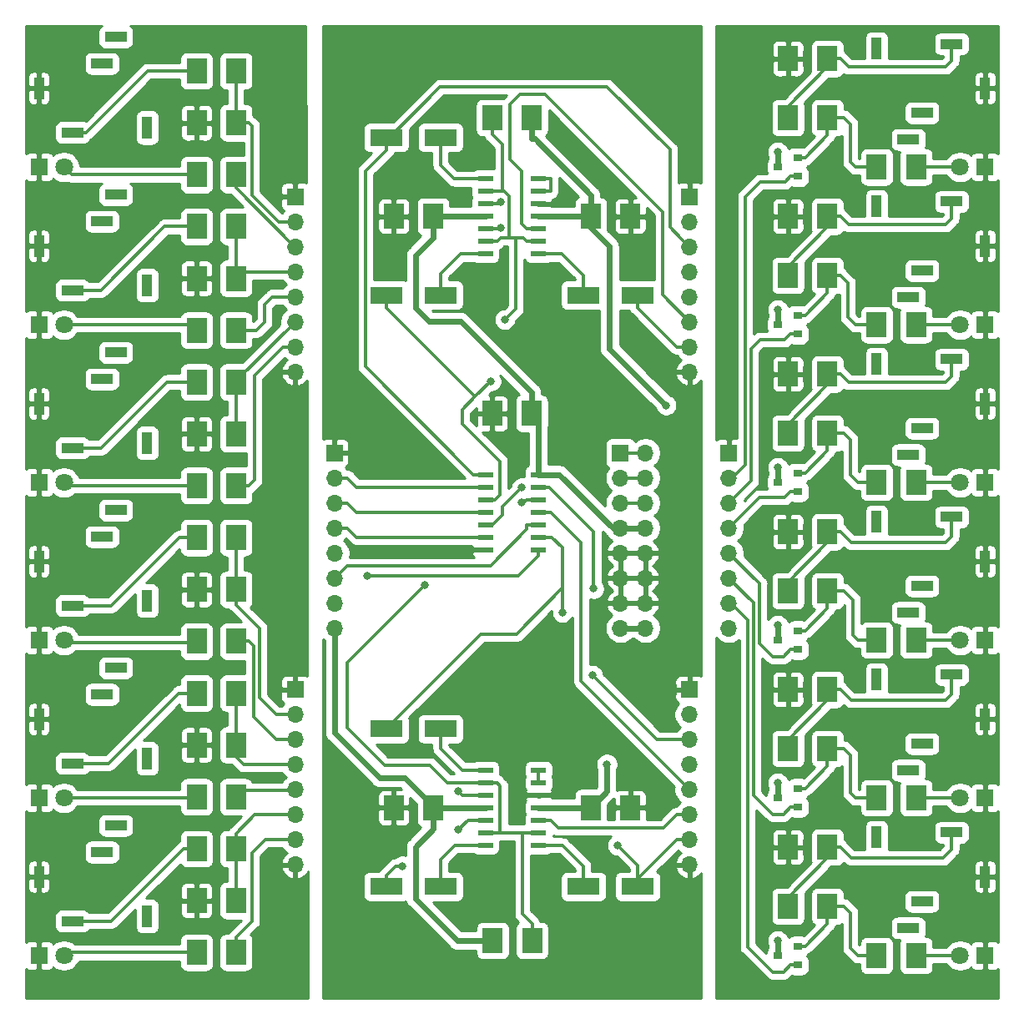
<source format=gbr>
G04 #@! TF.GenerationSoftware,KiCad,Pcbnew,(5.1.5)-3*
G04 #@! TF.CreationDate,2020-08-12T18:08:49-07:00*
G04 #@! TF.ProjectId,NOT,4e4f542e-6b69-4636-9164-5f7063625858,rev?*
G04 #@! TF.SameCoordinates,Original*
G04 #@! TF.FileFunction,Copper,L1,Top*
G04 #@! TF.FilePolarity,Positive*
%FSLAX46Y46*%
G04 Gerber Fmt 4.6, Leading zero omitted, Abs format (unit mm)*
G04 Created by KiCad (PCBNEW (5.1.5)-3) date 2020-08-12 18:08:49*
%MOMM*%
%LPD*%
G04 APERTURE LIST*
%ADD10R,0.900000X0.800000*%
%ADD11R,1.700000X1.700000*%
%ADD12O,1.700000X1.700000*%
%ADD13C,1.800000*%
%ADD14R,1.800000X1.800000*%
%ADD15R,1.000000X2.200000*%
%ADD16R,2.200000X1.000000*%
%ADD17R,2.000000X2.500000*%
%ADD18R,3.300000X1.700000*%
%ADD19R,1.500000X0.600000*%
%ADD20C,0.800000*%
%ADD21C,0.600000*%
%ADD22C,0.300000*%
%ADD23C,0.254000*%
G04 APERTURE END LIST*
D10*
X77000000Y-31000000D03*
X79000000Y-30050000D03*
X79000000Y-31950000D03*
X77000000Y-63000000D03*
X79000000Y-62050000D03*
X79000000Y-63950000D03*
X77000000Y-95000000D03*
X79000000Y-94050000D03*
X79000000Y-95950000D03*
D11*
X28000000Y-68000000D03*
D12*
X28000000Y-70540000D03*
X28000000Y-73080000D03*
X28000000Y-75620000D03*
X28000000Y-78160000D03*
X28000000Y-80700000D03*
X28000000Y-83240000D03*
X28000000Y-85780000D03*
D11*
X28000000Y-18000000D03*
D12*
X28000000Y-20540000D03*
X28000000Y-23080000D03*
X28000000Y-25620000D03*
X28000000Y-28160000D03*
X28000000Y-30700000D03*
X28000000Y-33240000D03*
X28000000Y-35780000D03*
X63540000Y-61780000D03*
X61000000Y-61780000D03*
X63540000Y-59240000D03*
X61000000Y-59240000D03*
X63540000Y-56700000D03*
X61000000Y-56700000D03*
X63540000Y-54160000D03*
X61000000Y-54160000D03*
X63540000Y-51620000D03*
X61000000Y-51620000D03*
X63540000Y-49080000D03*
X61000000Y-49080000D03*
X63540000Y-46540000D03*
X61000000Y-46540000D03*
X63540000Y-44000000D03*
D11*
X61000000Y-44000000D03*
D13*
X4540000Y-15000000D03*
D14*
X2000000Y-15000000D03*
D13*
X4540000Y-31000000D03*
D14*
X2000000Y-31000000D03*
D13*
X4540000Y-47000000D03*
D14*
X2000000Y-47000000D03*
X2000000Y-63000000D03*
D13*
X4540000Y-63000000D03*
D14*
X2000000Y-79000000D03*
D13*
X4540000Y-79000000D03*
D14*
X2000000Y-95000000D03*
D13*
X4540000Y-95000000D03*
X95460000Y-15000000D03*
D14*
X98000000Y-15000000D03*
D13*
X95460000Y-31000000D03*
D14*
X98000000Y-31000000D03*
X98000000Y-47000000D03*
D13*
X95460000Y-47000000D03*
D14*
X98000000Y-63000000D03*
D13*
X95460000Y-63000000D03*
D14*
X98000000Y-79000000D03*
D13*
X95460000Y-79000000D03*
X95460000Y-95000000D03*
D14*
X98000000Y-95000000D03*
D15*
X2000000Y-7000000D03*
D16*
X5400000Y-11500000D03*
D15*
X13000000Y-11000000D03*
D16*
X8400000Y-4500000D03*
X9800000Y-1800000D03*
D15*
X2000000Y-23000000D03*
D16*
X5400000Y-27500000D03*
D15*
X13000000Y-27000000D03*
D16*
X8400000Y-20500000D03*
X9800000Y-17800000D03*
D15*
X2000000Y-39000000D03*
D16*
X5400000Y-43500000D03*
D15*
X13000000Y-43000000D03*
D16*
X8400000Y-36500000D03*
X9800000Y-33800000D03*
X9800000Y-49800000D03*
X8400000Y-52500000D03*
D15*
X13000000Y-59000000D03*
D16*
X5400000Y-59500000D03*
D15*
X2000000Y-55000000D03*
D16*
X9800000Y-65800000D03*
X8400000Y-68500000D03*
D15*
X13000000Y-75000000D03*
D16*
X5400000Y-75500000D03*
D15*
X2000000Y-71000000D03*
X2000000Y-87000000D03*
D16*
X5400000Y-91500000D03*
D15*
X13000000Y-91000000D03*
D16*
X8400000Y-84500000D03*
X9800000Y-81800000D03*
D12*
X68000000Y-35780000D03*
X68000000Y-33240000D03*
X68000000Y-30700000D03*
X68000000Y-28160000D03*
X68000000Y-25620000D03*
X68000000Y-23080000D03*
X68000000Y-20540000D03*
D11*
X68000000Y-18000000D03*
D12*
X68000000Y-85780000D03*
X68000000Y-83240000D03*
X68000000Y-80700000D03*
X68000000Y-78160000D03*
X68000000Y-75620000D03*
X68000000Y-73080000D03*
X68000000Y-70540000D03*
D11*
X68000000Y-68000000D03*
D12*
X32000000Y-61780000D03*
X32000000Y-59240000D03*
X32000000Y-56700000D03*
X32000000Y-54160000D03*
X32000000Y-51620000D03*
X32000000Y-49080000D03*
X32000000Y-46540000D03*
D11*
X32000000Y-44000000D03*
X72000000Y-44000000D03*
D12*
X72000000Y-46540000D03*
X72000000Y-49080000D03*
X72000000Y-51620000D03*
X72000000Y-54160000D03*
X72000000Y-56700000D03*
X72000000Y-59240000D03*
X72000000Y-61780000D03*
D16*
X90200000Y-12200000D03*
X91600000Y-9500000D03*
D15*
X87000000Y-3000000D03*
D16*
X94600000Y-2500000D03*
D15*
X98000000Y-7000000D03*
D16*
X90200000Y-28200000D03*
X91600000Y-25500000D03*
D15*
X87000000Y-19000000D03*
D16*
X94600000Y-18500000D03*
D15*
X98000000Y-23000000D03*
X98000000Y-39000000D03*
D16*
X94600000Y-34500000D03*
D15*
X87000000Y-35000000D03*
D16*
X91600000Y-41500000D03*
X90200000Y-44200000D03*
X90200000Y-60200000D03*
X91600000Y-57500000D03*
D15*
X87000000Y-51000000D03*
D16*
X94600000Y-50500000D03*
D15*
X98000000Y-55000000D03*
D16*
X90200000Y-76200000D03*
X91600000Y-73500000D03*
D15*
X87000000Y-67000000D03*
D16*
X94600000Y-66500000D03*
D15*
X98000000Y-71000000D03*
X98000000Y-87000000D03*
D16*
X94600000Y-82500000D03*
D15*
X87000000Y-83000000D03*
D16*
X91600000Y-89500000D03*
X90200000Y-92200000D03*
D17*
X48000000Y-40000000D03*
X52000000Y-40000000D03*
X42000000Y-20000000D03*
X38000000Y-20000000D03*
X62000000Y-20000000D03*
X58000000Y-20000000D03*
X38000000Y-80000000D03*
X42000000Y-80000000D03*
X58000000Y-80000000D03*
X62000000Y-80000000D03*
D18*
X37250000Y-12000000D03*
X42750000Y-12000000D03*
X37250000Y-28000000D03*
X42750000Y-28000000D03*
X57250000Y-28000000D03*
X62750000Y-28000000D03*
X37250000Y-72000000D03*
X42750000Y-72000000D03*
X42750000Y-88000000D03*
X37250000Y-88000000D03*
X57250000Y-88000000D03*
X62750000Y-88000000D03*
D10*
X79000000Y-15950000D03*
X79000000Y-14050000D03*
X77000000Y-15000000D03*
X79000000Y-47950000D03*
X79000000Y-46050000D03*
X77000000Y-47000000D03*
X79000000Y-79950000D03*
X79000000Y-78050000D03*
X77000000Y-79000000D03*
D17*
X18000000Y-5260000D03*
X22000000Y-5260000D03*
X18000000Y-10520000D03*
X22000000Y-10520000D03*
X22000000Y-15780000D03*
X18000000Y-15780000D03*
X22000000Y-21040000D03*
X18000000Y-21040000D03*
X18000000Y-26300000D03*
X22000000Y-26300000D03*
X22000000Y-31560000D03*
X18000000Y-31560000D03*
X18000000Y-36820000D03*
X22000000Y-36820000D03*
X22000000Y-42080000D03*
X18000000Y-42080000D03*
X18000000Y-47320000D03*
X22000000Y-47320000D03*
X22000000Y-52600000D03*
X18000000Y-52600000D03*
X18000000Y-57860000D03*
X22000000Y-57860000D03*
X22000000Y-63120000D03*
X18000000Y-63120000D03*
X18000000Y-68380000D03*
X22000000Y-68380000D03*
X22000000Y-73640000D03*
X18000000Y-73640000D03*
X22000000Y-78900000D03*
X18000000Y-78900000D03*
X18000000Y-84160000D03*
X22000000Y-84160000D03*
X22000000Y-89420000D03*
X18000000Y-89420000D03*
X18000000Y-94680000D03*
X22000000Y-94680000D03*
X52038000Y-93472000D03*
X48038000Y-93472000D03*
X52000000Y-10000000D03*
X48000000Y-10000000D03*
X78000000Y-10000000D03*
X82000000Y-10000000D03*
X91000000Y-15000000D03*
X87000000Y-15000000D03*
X78000000Y-26000000D03*
X82000000Y-26000000D03*
X87000000Y-31000000D03*
X91000000Y-31000000D03*
X78000000Y-42000000D03*
X82000000Y-42000000D03*
X87000000Y-47000000D03*
X91000000Y-47000000D03*
X82000000Y-58000000D03*
X78000000Y-58000000D03*
X87000000Y-63000000D03*
X91000000Y-63000000D03*
X82000000Y-74000000D03*
X78000000Y-74000000D03*
X91000000Y-79000000D03*
X87000000Y-79000000D03*
X82000000Y-90000000D03*
X78000000Y-90000000D03*
X91000000Y-95000000D03*
X87000000Y-95000000D03*
X82000000Y-4000000D03*
X78000000Y-4000000D03*
X82000000Y-20000000D03*
X78000000Y-20000000D03*
X82000000Y-36000000D03*
X78000000Y-36000000D03*
X78000000Y-52000000D03*
X82000000Y-52000000D03*
X78000000Y-68000000D03*
X82000000Y-68000000D03*
X82000000Y-84000000D03*
X78000000Y-84000000D03*
D19*
X52700000Y-16190000D03*
X52700000Y-17460000D03*
X52700000Y-18730000D03*
X52700000Y-20000000D03*
X52700000Y-21270000D03*
X52700000Y-22540000D03*
X52700000Y-23810000D03*
X47300000Y-23810000D03*
X47300000Y-22540000D03*
X47300000Y-21270000D03*
X47300000Y-20000000D03*
X47300000Y-18730000D03*
X47300000Y-17460000D03*
X47300000Y-16190000D03*
X47300000Y-76190000D03*
X47300000Y-77460000D03*
X47300000Y-78730000D03*
X47300000Y-80000000D03*
X47300000Y-81270000D03*
X47300000Y-82540000D03*
X47300000Y-83810000D03*
X52700000Y-83810000D03*
X52700000Y-82540000D03*
X52700000Y-81270000D03*
X52700000Y-80000000D03*
X52700000Y-78730000D03*
X52700000Y-77460000D03*
X52700000Y-76190000D03*
X52700000Y-46190000D03*
X52700000Y-47460000D03*
X52700000Y-48730000D03*
X52700000Y-50000000D03*
X52700000Y-51270000D03*
X52700000Y-52540000D03*
X52700000Y-53810000D03*
X47300000Y-53810000D03*
X47300000Y-52540000D03*
X47300000Y-51270000D03*
X47300000Y-50000000D03*
X47300000Y-48730000D03*
X47300000Y-47460000D03*
X47300000Y-46190000D03*
D20*
X50038000Y-42672000D03*
X49530000Y-37592000D03*
X48006000Y-26162000D03*
X48006000Y-27940000D03*
X38100000Y-17018000D03*
X38100000Y-22860000D03*
X61976000Y-22860000D03*
X60960000Y-17018000D03*
X55118000Y-17018000D03*
X41656000Y-54102000D03*
X40386000Y-54102000D03*
X38100000Y-82804000D03*
X35306000Y-80010000D03*
X61214000Y-73914000D03*
X50800000Y-66294000D03*
X48768000Y-66294000D03*
X65636300Y-39173200D03*
X59635500Y-75582300D03*
X27000000Y-98500000D03*
X28500000Y-97000000D03*
X28500000Y-98500000D03*
X3000000Y-98500000D03*
X1500000Y-97000000D03*
X1500000Y-98500000D03*
X1500000Y-3000000D03*
X3000000Y-1500000D03*
X1500000Y-1500000D03*
X28500000Y-3000000D03*
X27000000Y-1500000D03*
X28500000Y-1500000D03*
X47862400Y-36722000D03*
X50975400Y-47535000D03*
X58166000Y-66548000D03*
X55118000Y-60198000D03*
X38898690Y-85917200D03*
X60706000Y-83820000D03*
X58296000Y-57782000D03*
X98500000Y-3000000D03*
X97000000Y-1500000D03*
X98500000Y-1500000D03*
X71500000Y-3000000D03*
X73000000Y-1500000D03*
X71500000Y-1500000D03*
X73000000Y-98500000D03*
X71500000Y-97000000D03*
X71500000Y-98500000D03*
X97000000Y-98500000D03*
X98500000Y-97000000D03*
X98500000Y-98500000D03*
X48874300Y-21170700D03*
X48826800Y-18530400D03*
X44573400Y-82245200D03*
X44573400Y-78338300D03*
X50975400Y-49065000D03*
X35306000Y-56474600D03*
X76962000Y-93472000D03*
X76962000Y-77470000D03*
X76962000Y-13462000D03*
X76962000Y-61468000D03*
X76962000Y-29464000D03*
X76962000Y-45466000D03*
X41148000Y-57404000D03*
X49276000Y-30480000D03*
D21*
X52700000Y-43320000D02*
X52700000Y-40700000D01*
X52700000Y-40700000D02*
X52000000Y-40000000D01*
X52700000Y-46190000D02*
X52700000Y-43320000D01*
X42000000Y-20000000D02*
X42000000Y-22150300D01*
X52000000Y-40000000D02*
X52000000Y-37849700D01*
X52000000Y-37849700D02*
X44832200Y-30681900D01*
X44832200Y-30681900D02*
X41604200Y-30681900D01*
X41604200Y-30681900D02*
X40199600Y-29277300D01*
X40199600Y-29277300D02*
X40199600Y-23950700D01*
X40199600Y-23950700D02*
X42000000Y-22150300D01*
X61000000Y-51620000D02*
X63540000Y-51620000D01*
X42000000Y-20000000D02*
X47300000Y-20000000D01*
X47300000Y-80000000D02*
X42000000Y-80000000D01*
X60256000Y-51620000D02*
X61000000Y-51620000D01*
X52700000Y-46190000D02*
X54826000Y-46190000D01*
X54826000Y-46190000D02*
X60256000Y-51620000D01*
X32000000Y-72386000D02*
X32000000Y-61780000D01*
X36576000Y-76962000D02*
X32000000Y-72386000D01*
X39081700Y-76962000D02*
X36576000Y-76962000D01*
X42000000Y-80000000D02*
X42000000Y-79880300D01*
X42000000Y-79880300D02*
X39081700Y-76962000D01*
X42000000Y-80775000D02*
X42000000Y-80000000D01*
X40198700Y-83951600D02*
X42000000Y-82150300D01*
X40198700Y-89254300D02*
X40198700Y-83951600D01*
X42000000Y-82150300D02*
X42000000Y-80775000D01*
X48038000Y-93472000D02*
X44416400Y-93472000D01*
X44416400Y-93472000D02*
X40198700Y-89254300D01*
X61000000Y-61780000D02*
X63540000Y-61780000D01*
X57969300Y-80000000D02*
X59635500Y-78333800D01*
X59635500Y-78333800D02*
X59635500Y-75582300D01*
X57969300Y-80000000D02*
X58000000Y-80000000D01*
X52700000Y-80000000D02*
X57969300Y-80000000D01*
X58000000Y-17849700D02*
X52300600Y-12150300D01*
X52300600Y-12150300D02*
X52000000Y-12150300D01*
X52000000Y-10000000D02*
X52000000Y-12150300D01*
X58000000Y-20000000D02*
X58000000Y-17849700D01*
X58000000Y-20000000D02*
X52700000Y-20000000D01*
X59900300Y-33437200D02*
X65636300Y-39173200D01*
X59900300Y-23070300D02*
X59900300Y-33437200D01*
X58000000Y-20000000D02*
X58000000Y-21170000D01*
X58000000Y-21170000D02*
X59900300Y-23070300D01*
D22*
X18000000Y-15780000D02*
X5320000Y-15780000D01*
X5320000Y-15780000D02*
X4540000Y-15000000D01*
X4540000Y-31000000D02*
X17440000Y-31000000D01*
X17440000Y-31000000D02*
X18000000Y-31560000D01*
X18000000Y-47320000D02*
X4860000Y-47320000D01*
X4860000Y-47320000D02*
X4540000Y-47000000D01*
X4540000Y-63000000D02*
X4786000Y-63246000D01*
X4786000Y-63246000D02*
X17874000Y-63246000D01*
X17874000Y-63246000D02*
X18000000Y-63120000D01*
X4540000Y-79000000D02*
X17900000Y-79000000D01*
X17900000Y-79000000D02*
X18000000Y-78900000D01*
X18000000Y-94680000D02*
X4860000Y-94680000D01*
X4860000Y-94680000D02*
X4540000Y-95000000D01*
X37250000Y-12325000D02*
X37250000Y-13300300D01*
X37250000Y-12000000D02*
X37250000Y-12325000D01*
X47300000Y-46190000D02*
X46099700Y-46190000D01*
X46099700Y-46190000D02*
X35149600Y-35239900D01*
X35149600Y-35239900D02*
X35149600Y-15400700D01*
X35149600Y-15400700D02*
X37250000Y-13300300D01*
X42717000Y-6858000D02*
X59653500Y-6858000D01*
X66040000Y-21120000D02*
X67150001Y-22230001D01*
X67150001Y-22230001D02*
X68000000Y-23080000D01*
X37250000Y-12325000D02*
X42717000Y-6858000D01*
X66040000Y-13244500D02*
X66040000Y-21120000D01*
X59653500Y-6858000D02*
X66040000Y-13244500D01*
X37250000Y-29300300D02*
X46248000Y-38298300D01*
X47862400Y-36722000D02*
X47824300Y-36722000D01*
X47824300Y-36722000D02*
X46248000Y-38298300D01*
X37250000Y-28000000D02*
X37250000Y-29300300D01*
X48298000Y-48730000D02*
X47300000Y-48730000D01*
X44958000Y-39588300D02*
X44958000Y-41060600D01*
X44958000Y-41060600D02*
X48768000Y-44870600D01*
X48768000Y-48260000D02*
X48298000Y-48730000D01*
X46248000Y-38298300D02*
X44958000Y-39588300D01*
X48768000Y-44870600D02*
X48768000Y-48260000D01*
X68000000Y-33240000D02*
X66699700Y-33240000D01*
X62750000Y-28000000D02*
X62750000Y-29300300D01*
X62750000Y-29300300D02*
X62760000Y-29300300D01*
X62760000Y-29300300D02*
X66699700Y-33240000D01*
X49022000Y-49488400D02*
X50975400Y-47535000D01*
X49022000Y-50292000D02*
X49022000Y-49488400D01*
X47300000Y-51270000D02*
X48044000Y-51270000D01*
X48044000Y-51270000D02*
X49022000Y-50292000D01*
X54064000Y-52540000D02*
X52700000Y-52540000D01*
X46859900Y-62390100D02*
X50490500Y-62390100D01*
X37250000Y-72000000D02*
X46859900Y-62390100D01*
X55118000Y-57762600D02*
X55118000Y-53594000D01*
X55118000Y-53594000D02*
X54064000Y-52540000D01*
X68000000Y-73080000D02*
X64698000Y-73080000D01*
X64698000Y-73080000D02*
X58166000Y-66548000D01*
X55118000Y-60198000D02*
X55118000Y-57658000D01*
X50490500Y-62390100D02*
X55118000Y-57658000D01*
X55118000Y-57658000D02*
X55118000Y-57762600D01*
X57016700Y-53116400D02*
X57016700Y-67176700D01*
X62669650Y-72829650D02*
X68000000Y-78160000D01*
X52700000Y-50000000D02*
X53900300Y-50000000D01*
X57016700Y-67176700D02*
X62669650Y-72829650D01*
X53900300Y-50000000D02*
X57016700Y-53116400D01*
X37250000Y-86850000D02*
X38182800Y-85917200D01*
X37250000Y-88000000D02*
X37250000Y-86850000D01*
X38182800Y-85917200D02*
X38898690Y-85917200D01*
X52700000Y-47460000D02*
X53750000Y-47460000D01*
X53750000Y-47460000D02*
X58296000Y-52006000D01*
X66699700Y-83240000D02*
X68000000Y-83240000D01*
X62750000Y-88000000D02*
X62750000Y-87189700D01*
X62750000Y-87189700D02*
X66699700Y-83240000D01*
X62750000Y-88000000D02*
X62750000Y-85864000D01*
X62750000Y-85864000D02*
X60706000Y-83820000D01*
X58296000Y-52006000D02*
X58296000Y-57782000D01*
X95460000Y-15000000D02*
X91000000Y-15000000D01*
X95460000Y-31000000D02*
X91000000Y-31000000D01*
X95460000Y-47000000D02*
X91000000Y-47000000D01*
X95460000Y-63000000D02*
X91000000Y-63000000D01*
X95460000Y-79000000D02*
X91000000Y-79000000D01*
X95460000Y-95000000D02*
X91000000Y-95000000D01*
X5400000Y-11500000D02*
X6800000Y-11500000D01*
X6800000Y-11500000D02*
X13040000Y-5260000D01*
X13040000Y-5260000D02*
X18000000Y-5260000D01*
X5400000Y-27500000D02*
X8314000Y-27500000D01*
X8314000Y-27500000D02*
X14774000Y-21040000D01*
X14774000Y-21040000D02*
X18000000Y-21040000D01*
X5400000Y-43500000D02*
X8316000Y-43500000D01*
X8316000Y-43500000D02*
X14996000Y-36820000D01*
X14996000Y-36820000D02*
X18000000Y-36820000D01*
X5400000Y-59500000D02*
X9334000Y-59500000D01*
X9334000Y-59500000D02*
X16234000Y-52600000D01*
X16234000Y-52600000D02*
X18000000Y-52600000D01*
X5400000Y-75500000D02*
X9082000Y-75500000D01*
X9082000Y-75500000D02*
X16202000Y-68380000D01*
X16202000Y-68380000D02*
X18000000Y-68380000D01*
X5400000Y-91500000D02*
X9338000Y-91500000D01*
X9338000Y-91500000D02*
X16678000Y-84160000D01*
X16678000Y-84160000D02*
X18000000Y-84160000D01*
X22000000Y-10520000D02*
X23300000Y-10520000D01*
X23300000Y-10520000D02*
X23622000Y-10842000D01*
X23622000Y-10842000D02*
X23622000Y-17826000D01*
X23622000Y-17826000D02*
X26336000Y-20540000D01*
X26336000Y-20540000D02*
X28000000Y-20540000D01*
X22000000Y-5260000D02*
X22000000Y-10520000D01*
X22000000Y-15780000D02*
X22000000Y-17125000D01*
X22000000Y-17125000D02*
X27955000Y-23080000D01*
X27955000Y-23080000D02*
X28000000Y-23080000D01*
X22000000Y-26300000D02*
X22646000Y-25654000D01*
X22646000Y-25654000D02*
X27966000Y-25654000D01*
X27966000Y-25654000D02*
X28000000Y-25620000D01*
X22000000Y-21040000D02*
X22000000Y-26300000D01*
X22000000Y-31560000D02*
X24066000Y-31560000D01*
X24066000Y-31560000D02*
X24892000Y-30734000D01*
X24892000Y-30734000D02*
X24892000Y-28956000D01*
X24892000Y-28956000D02*
X25688000Y-28160000D01*
X25688000Y-28160000D02*
X28000000Y-28160000D01*
X22000000Y-36820000D02*
X22000000Y-42080000D01*
X28000000Y-30700000D02*
X22000000Y-36700000D01*
X22000000Y-36700000D02*
X22000000Y-36820000D01*
X28000000Y-33240000D02*
X26797900Y-33240000D01*
X26797900Y-33240000D02*
X23876000Y-36161900D01*
X23876000Y-36161900D02*
X23876000Y-46736000D01*
X23876000Y-46736000D02*
X23292000Y-47320000D01*
X23292000Y-47320000D02*
X22000000Y-47320000D01*
X22000000Y-57860000D02*
X22000000Y-59410000D01*
X22000000Y-59410000D02*
X24384000Y-61794000D01*
X24384000Y-61794000D02*
X24384000Y-68834000D01*
X24384000Y-68834000D02*
X26090000Y-70540000D01*
X26090000Y-70540000D02*
X28000000Y-70540000D01*
X22000000Y-52600000D02*
X22000000Y-57860000D01*
X22000000Y-63120000D02*
X23300000Y-63120000D01*
X23300000Y-63120000D02*
X23784000Y-63604000D01*
X23784000Y-63604000D02*
X23784000Y-70774000D01*
X23784000Y-70774000D02*
X26090000Y-73080000D01*
X26090000Y-73080000D02*
X28000000Y-73080000D01*
X22000000Y-73640000D02*
X22000000Y-74832000D01*
X22000000Y-74832000D02*
X22788000Y-75620000D01*
X22788000Y-75620000D02*
X28000000Y-75620000D01*
X22000000Y-68380000D02*
X22000000Y-73640000D01*
X22000000Y-78900000D02*
X22668000Y-78232000D01*
X22668000Y-78232000D02*
X27928000Y-78232000D01*
X27928000Y-78232000D02*
X28000000Y-78160000D01*
X22000000Y-84160000D02*
X22000000Y-89420000D01*
X28000000Y-80700000D02*
X23910000Y-80700000D01*
X23910000Y-80700000D02*
X22000000Y-82610000D01*
X22000000Y-82610000D02*
X22000000Y-84160000D01*
X22000000Y-94680000D02*
X22000000Y-93130000D01*
X22000000Y-93130000D02*
X23622000Y-91508000D01*
X23622000Y-91508000D02*
X23622000Y-84582000D01*
X23622000Y-84582000D02*
X24964000Y-83240000D01*
X24964000Y-83240000D02*
X28000000Y-83240000D01*
X65278000Y-27978000D02*
X68000000Y-30700000D01*
X50781550Y-7620000D02*
X53340000Y-7620000D01*
X50976100Y-15439600D02*
X49784000Y-14247500D01*
X49784000Y-8617550D02*
X50781550Y-7620000D01*
X50976100Y-20746400D02*
X50976100Y-15439600D01*
X65278000Y-19558000D02*
X65278000Y-27978000D01*
X53340000Y-7620000D02*
X65278000Y-19558000D01*
X51499700Y-21270000D02*
X50976100Y-20746400D01*
X49784000Y-14247500D02*
X49784000Y-8617550D01*
X52700000Y-21270000D02*
X51499700Y-21270000D01*
X47300000Y-21270000D02*
X48775000Y-21270000D01*
X48775000Y-21270000D02*
X48874300Y-21170700D01*
X47300000Y-18730000D02*
X48500300Y-18730000D01*
X48500300Y-18730000D02*
X48699900Y-18530400D01*
X48699900Y-18530400D02*
X48826800Y-18530400D01*
X68000000Y-80700000D02*
X66699700Y-80700000D01*
X52700000Y-81270000D02*
X53900300Y-81270000D01*
X53900300Y-81270000D02*
X54667700Y-82037400D01*
X54667700Y-82037400D02*
X65362300Y-82037400D01*
X65362300Y-82037400D02*
X66699700Y-80700000D01*
X47300000Y-81270000D02*
X45548600Y-81270000D01*
X45548600Y-81270000D02*
X44573400Y-82245200D01*
X47300000Y-78730000D02*
X44965100Y-78730000D01*
X44965100Y-78730000D02*
X44573400Y-78338300D01*
X61000000Y-49080000D02*
X63540000Y-49080000D01*
X61000000Y-46540000D02*
X63540000Y-46540000D01*
X61000000Y-44000000D02*
X63540000Y-44000000D01*
X52700000Y-48730000D02*
X51499700Y-48730000D01*
X51499700Y-48730000D02*
X51164700Y-49065000D01*
X51164700Y-49065000D02*
X50975400Y-49065000D01*
X33239600Y-55460400D02*
X32000000Y-56700000D01*
X47805900Y-55460400D02*
X33239600Y-55460400D01*
X51499700Y-51766600D02*
X47805900Y-55460400D01*
X52700000Y-51270000D02*
X51499700Y-51270000D01*
X51499700Y-51270000D02*
X51499700Y-51766600D01*
X50635400Y-56474600D02*
X35871685Y-56474600D01*
X52700000Y-53810000D02*
X52700000Y-54410000D01*
X35871685Y-56474600D02*
X35306000Y-56474600D01*
X52700000Y-54410000D02*
X50635400Y-56474600D01*
X32000000Y-51620000D02*
X33300300Y-51620000D01*
X47300000Y-52540000D02*
X34220300Y-52540000D01*
X34220300Y-52540000D02*
X33300300Y-51620000D01*
X32000000Y-49080000D02*
X33300300Y-49080000D01*
X47300000Y-50000000D02*
X34220300Y-50000000D01*
X34220300Y-50000000D02*
X33300300Y-49080000D01*
X32000000Y-46540000D02*
X33300300Y-46540000D01*
X47300000Y-47460000D02*
X34220300Y-47460000D01*
X34220300Y-47460000D02*
X33300300Y-46540000D01*
X72000000Y-46540000D02*
X72332000Y-46540000D01*
X72332000Y-46540000D02*
X73660000Y-45212000D01*
X73660000Y-45212000D02*
X73660000Y-18034000D01*
X73660000Y-18034000D02*
X75184000Y-16510000D01*
X75184000Y-16510000D02*
X77690000Y-16510000D01*
X77690000Y-16510000D02*
X78250000Y-15950000D01*
X78250000Y-15950000D02*
X79000000Y-15950000D01*
X72000000Y-49080000D02*
X74260000Y-46820000D01*
X74260000Y-46820000D02*
X74260000Y-33436000D01*
X74260000Y-33436000D02*
X75184000Y-32512000D01*
X75184000Y-32512000D02*
X77688000Y-32512000D01*
X77688000Y-32512000D02*
X78250000Y-31950000D01*
X78250000Y-31950000D02*
X79000000Y-31950000D01*
X72000000Y-51620000D02*
X75106000Y-48514000D01*
X75106000Y-48514000D02*
X77686000Y-48514000D01*
X77686000Y-48514000D02*
X78250000Y-47950000D01*
X78250000Y-47950000D02*
X79000000Y-47950000D01*
X72000000Y-54160000D02*
X75114000Y-57274000D01*
X75114000Y-57274000D02*
X75114000Y-63314000D01*
X75114000Y-63314000D02*
X76450000Y-64650000D01*
X76450000Y-64650000D02*
X77550000Y-64650000D01*
X77550000Y-64650000D02*
X78250000Y-63950000D01*
X78250000Y-63950000D02*
X79000000Y-63950000D01*
X72000000Y-56700000D02*
X74514000Y-59214000D01*
X74514000Y-59214000D02*
X74514000Y-78714000D01*
X74514000Y-78714000D02*
X76450000Y-80650000D01*
X76450000Y-80650000D02*
X77550000Y-80650000D01*
X77550000Y-80650000D02*
X78250000Y-79950000D01*
X78250000Y-79950000D02*
X79000000Y-79950000D01*
X72000000Y-59240000D02*
X72194000Y-59240000D01*
X72194000Y-59240000D02*
X73914000Y-60960000D01*
X73914000Y-60960000D02*
X73914000Y-94114000D01*
X73914000Y-94114000D02*
X76450000Y-96650000D01*
X76450000Y-96650000D02*
X77550000Y-96650000D01*
X77550000Y-96650000D02*
X78250000Y-95950000D01*
X78250000Y-95950000D02*
X79000000Y-95950000D01*
D21*
X76962000Y-93472000D02*
X76962000Y-94962000D01*
X76962000Y-94962000D02*
X77000000Y-95000000D01*
X76962000Y-77470000D02*
X76962000Y-78962000D01*
X76962000Y-78962000D02*
X77000000Y-79000000D01*
X76962000Y-13462000D02*
X76962000Y-14962000D01*
X76962000Y-14962000D02*
X77000000Y-15000000D01*
X77000000Y-63000000D02*
X77000000Y-61506000D01*
X77000000Y-61506000D02*
X76962000Y-61468000D01*
X77000000Y-31000000D02*
X77000000Y-29502000D01*
X77000000Y-29502000D02*
X76962000Y-29464000D01*
X77000000Y-47000000D02*
X77000000Y-45504000D01*
X77000000Y-45504000D02*
X76962000Y-45466000D01*
D22*
X82000000Y-4000000D02*
X83300000Y-4000000D01*
X83300000Y-4000000D02*
X84126000Y-4826000D01*
X84126000Y-4826000D02*
X93980000Y-4826000D01*
X93980000Y-4826000D02*
X94600000Y-4206000D01*
X94600000Y-4206000D02*
X94600000Y-2500000D01*
X78000000Y-10000000D02*
X78000000Y-8868000D01*
X78000000Y-8868000D02*
X82000000Y-4868000D01*
X82000000Y-4868000D02*
X82000000Y-4000000D01*
X82000000Y-20000000D02*
X83300000Y-20000000D01*
X83300000Y-20000000D02*
X84128000Y-20828000D01*
X84128000Y-20828000D02*
X93980000Y-20828000D01*
X93980000Y-20828000D02*
X94600000Y-20208000D01*
X94600000Y-20208000D02*
X94600000Y-18500000D01*
X78000000Y-26000000D02*
X78000000Y-25124000D01*
X78000000Y-25124000D02*
X82000000Y-21124000D01*
X82000000Y-21124000D02*
X82000000Y-20000000D01*
X82000000Y-36000000D02*
X83300000Y-36000000D01*
X83300000Y-36000000D02*
X84130000Y-36830000D01*
X84130000Y-36830000D02*
X93980000Y-36830000D01*
X93980000Y-36830000D02*
X94600000Y-36210000D01*
X94600000Y-36210000D02*
X94600000Y-34500000D01*
X78000000Y-42000000D02*
X78000000Y-41126000D01*
X78000000Y-41126000D02*
X82000000Y-37126000D01*
X82000000Y-37126000D02*
X82000000Y-36000000D01*
X82000000Y-52000000D02*
X83300000Y-52000000D01*
X83300000Y-52000000D02*
X84386000Y-53086000D01*
X84386000Y-53086000D02*
X93980000Y-53086000D01*
X93980000Y-53086000D02*
X94600000Y-52466000D01*
X94600000Y-52466000D02*
X94600000Y-50500000D01*
X78000000Y-58000000D02*
X78000000Y-57128000D01*
X78000000Y-57128000D02*
X82000000Y-53128000D01*
X82000000Y-53128000D02*
X82000000Y-52000000D01*
X82000000Y-68000000D02*
X83300000Y-68000000D01*
X83300000Y-68000000D02*
X84388000Y-69088000D01*
X84388000Y-69088000D02*
X93980000Y-69088000D01*
X93980000Y-69088000D02*
X94600000Y-68468000D01*
X94600000Y-68468000D02*
X94600000Y-66500000D01*
X78000000Y-74000000D02*
X78000000Y-73130000D01*
X78000000Y-73130000D02*
X82000000Y-69130000D01*
X82000000Y-69130000D02*
X82000000Y-68000000D01*
X82000000Y-84000000D02*
X83300000Y-84000000D01*
X83300000Y-84000000D02*
X84390000Y-85090000D01*
X84390000Y-85090000D02*
X93726000Y-85090000D01*
X93726000Y-85090000D02*
X94600000Y-84216000D01*
X94600000Y-84216000D02*
X94600000Y-82500000D01*
X78000000Y-90000000D02*
X78000000Y-89132000D01*
X78000000Y-89132000D02*
X82000000Y-85132000D01*
X82000000Y-85132000D02*
X82000000Y-84000000D01*
X42750000Y-12000000D02*
X42750000Y-14810000D01*
X42750000Y-14810000D02*
X44130000Y-16190000D01*
X44130000Y-16190000D02*
X47300000Y-16190000D01*
X42750000Y-28000000D02*
X42750000Y-25830000D01*
X42750000Y-25830000D02*
X44770000Y-23810000D01*
X44770000Y-23810000D02*
X47300000Y-23810000D01*
X52700000Y-23810000D02*
X55052000Y-23810000D01*
X55052000Y-23810000D02*
X57250000Y-26008000D01*
X57250000Y-26008000D02*
X57250000Y-28000000D01*
X42750000Y-72000000D02*
X42750000Y-73992000D01*
X42750000Y-73992000D02*
X44948000Y-76190000D01*
X44948000Y-76190000D02*
X47300000Y-76190000D01*
X42750000Y-88000000D02*
X42750000Y-85266000D01*
X42750000Y-85266000D02*
X44206000Y-83810000D01*
X44206000Y-83810000D02*
X47300000Y-83810000D01*
X52700000Y-83810000D02*
X55108000Y-83810000D01*
X55108000Y-83810000D02*
X57250000Y-85952000D01*
X57250000Y-85952000D02*
X57250000Y-88000000D01*
X79000000Y-14050000D02*
X79750000Y-14050000D01*
X79750000Y-14050000D02*
X82000000Y-11800000D01*
X82000000Y-11800000D02*
X82000000Y-10000000D01*
X82000000Y-10000000D02*
X83660000Y-10000000D01*
X83660000Y-10000000D02*
X84328000Y-10668000D01*
X84328000Y-10668000D02*
X84328000Y-14478000D01*
X84328000Y-14478000D02*
X84850000Y-15000000D01*
X84850000Y-15000000D02*
X87000000Y-15000000D01*
X79000000Y-30050000D02*
X79750000Y-30050000D01*
X79750000Y-30050000D02*
X82000000Y-27800000D01*
X82000000Y-27800000D02*
X82000000Y-26000000D01*
X82000000Y-26000000D02*
X83300000Y-26000000D01*
X83300000Y-26000000D02*
X84074000Y-26774000D01*
X84074000Y-26774000D02*
X84074000Y-30226000D01*
X84074000Y-30226000D02*
X84848000Y-31000000D01*
X84848000Y-31000000D02*
X87000000Y-31000000D01*
X79000000Y-46050000D02*
X79750000Y-46050000D01*
X79750000Y-46050000D02*
X82000000Y-43800000D01*
X82000000Y-43800000D02*
X82000000Y-42000000D01*
X82000000Y-42000000D02*
X83656000Y-42000000D01*
X83656000Y-42000000D02*
X84328000Y-42672000D01*
X84328000Y-42672000D02*
X84328000Y-46228000D01*
X84328000Y-46228000D02*
X85100000Y-47000000D01*
X85100000Y-47000000D02*
X87000000Y-47000000D01*
X79000000Y-62050000D02*
X79750000Y-62050000D01*
X79750000Y-62050000D02*
X82000000Y-59800000D01*
X82000000Y-59800000D02*
X82000000Y-58000000D01*
X87000000Y-63000000D02*
X85098000Y-63000000D01*
X85098000Y-63000000D02*
X84582000Y-62484000D01*
X84582000Y-62484000D02*
X84582000Y-58928000D01*
X84582000Y-58928000D02*
X83654000Y-58000000D01*
X83654000Y-58000000D02*
X82000000Y-58000000D01*
X79000000Y-78050000D02*
X79750000Y-78050000D01*
X79750000Y-78050000D02*
X82000000Y-75800000D01*
X82000000Y-75800000D02*
X82000000Y-74000000D01*
X82000000Y-74000000D02*
X83652000Y-74000000D01*
X83652000Y-74000000D02*
X84328000Y-74676000D01*
X84328000Y-74676000D02*
X84328000Y-78486000D01*
X84328000Y-78486000D02*
X84842000Y-79000000D01*
X84842000Y-79000000D02*
X87000000Y-79000000D01*
X79000000Y-94050000D02*
X79750000Y-94050000D01*
X79750000Y-94050000D02*
X82000000Y-91800000D01*
X82000000Y-91800000D02*
X82000000Y-90000000D01*
X82000000Y-90000000D02*
X83650000Y-90000000D01*
X83650000Y-90000000D02*
X84328000Y-90678000D01*
X84328000Y-90678000D02*
X84328000Y-94234000D01*
X84328000Y-94234000D02*
X85094000Y-95000000D01*
X85094000Y-95000000D02*
X87000000Y-95000000D01*
X48810600Y-82540000D02*
X51499700Y-82540000D01*
X47300000Y-82540000D02*
X48810600Y-82540000D01*
X48810600Y-82540000D02*
X48810600Y-77770300D01*
X48810600Y-77770300D02*
X48500300Y-77460000D01*
X47300000Y-77460000D02*
X48500300Y-77460000D01*
X51151200Y-22191500D02*
X51499700Y-22540000D01*
X48500300Y-22540000D02*
X48848800Y-22191500D01*
X48848800Y-22191500D02*
X49727400Y-22191500D01*
X52700000Y-22540000D02*
X51499700Y-22540000D01*
X47300000Y-22540000D02*
X48500300Y-22540000D01*
X52700000Y-82540000D02*
X51499700Y-82540000D01*
X51054000Y-82550000D02*
X51064000Y-82540000D01*
X51054000Y-90787700D02*
X51054000Y-82550000D01*
X52038000Y-93472000D02*
X52038000Y-91771700D01*
X52038000Y-91771700D02*
X51054000Y-90787700D01*
X48508900Y-17460000D02*
X47300000Y-17460000D01*
X48958900Y-17460000D02*
X48508900Y-17460000D01*
X48000000Y-11700300D02*
X48000000Y-10000000D01*
X49022000Y-12722300D02*
X48000000Y-11700300D01*
X48958900Y-17460000D02*
X49022000Y-17396900D01*
X49022000Y-17396900D02*
X49022000Y-12722300D01*
X49211450Y-17460000D02*
X48958900Y-17460000D01*
X49727400Y-17975950D02*
X49211450Y-17460000D01*
X49727400Y-22191500D02*
X49727400Y-17975950D01*
X50385500Y-22191500D02*
X50385500Y-29370500D01*
X50385500Y-29370500D02*
X49276000Y-30480000D01*
X50385500Y-22191500D02*
X51151200Y-22191500D01*
X49727400Y-22191500D02*
X50385500Y-22191500D01*
X33274000Y-65278000D02*
X41148000Y-57404000D01*
X43420000Y-77460000D02*
X41652000Y-75692000D01*
X47300000Y-77460000D02*
X43420000Y-77460000D01*
X41652000Y-75692000D02*
X37084000Y-75692000D01*
X37084000Y-75692000D02*
X33274000Y-71882000D01*
X33274000Y-71882000D02*
X33274000Y-65278000D01*
X52700000Y-16190000D02*
X53900300Y-16190000D01*
X52700000Y-17460000D02*
X53900300Y-17460000D01*
X53900300Y-17460000D02*
X53900300Y-16190000D01*
X52700000Y-76190000D02*
X52700000Y-77460000D01*
D23*
G36*
X8294147Y-692597D02*
G01*
X8183446Y-783446D01*
X8092597Y-894147D01*
X8025090Y-1020443D01*
X7983520Y-1157483D01*
X7969483Y-1300000D01*
X7969483Y-2300000D01*
X7983520Y-2442517D01*
X8025090Y-2579557D01*
X8092597Y-2705853D01*
X8183446Y-2816554D01*
X8294147Y-2907403D01*
X8420443Y-2974910D01*
X8557483Y-3016480D01*
X8700000Y-3030517D01*
X10900000Y-3030517D01*
X11042517Y-3016480D01*
X11179557Y-2974910D01*
X11305853Y-2907403D01*
X11416554Y-2816554D01*
X11507403Y-2705853D01*
X11574910Y-2579557D01*
X11616480Y-2442517D01*
X11630517Y-2300000D01*
X11630517Y-1300000D01*
X11616480Y-1157483D01*
X11574910Y-1020443D01*
X11507403Y-894147D01*
X11416554Y-783446D01*
X11305853Y-692597D01*
X11244869Y-660000D01*
X29084675Y-660000D01*
X29125073Y-16577011D01*
X29094180Y-16560498D01*
X28974482Y-16524188D01*
X28850000Y-16511928D01*
X28285750Y-16515000D01*
X28127000Y-16673750D01*
X28127000Y-17873000D01*
X28147000Y-17873000D01*
X28147000Y-18127000D01*
X28127000Y-18127000D01*
X28127000Y-18147000D01*
X27873000Y-18147000D01*
X27873000Y-18127000D01*
X26673750Y-18127000D01*
X26515000Y-18285750D01*
X26511928Y-18850000D01*
X26524188Y-18974482D01*
X26560498Y-19094180D01*
X26619463Y-19204494D01*
X26698815Y-19301185D01*
X26795506Y-19380537D01*
X26882662Y-19427123D01*
X26775064Y-19534721D01*
X26693322Y-19657057D01*
X24499000Y-17462735D01*
X24499000Y-17150000D01*
X26511928Y-17150000D01*
X26515000Y-17714250D01*
X26673750Y-17873000D01*
X27873000Y-17873000D01*
X27873000Y-16673750D01*
X27714250Y-16515000D01*
X27150000Y-16511928D01*
X27025518Y-16524188D01*
X26905820Y-16560498D01*
X26795506Y-16619463D01*
X26698815Y-16698815D01*
X26619463Y-16795506D01*
X26560498Y-16905820D01*
X26524188Y-17025518D01*
X26511928Y-17150000D01*
X24499000Y-17150000D01*
X24499000Y-10885079D01*
X24503243Y-10842000D01*
X24486310Y-10670077D01*
X24436162Y-10504764D01*
X24436162Y-10504763D01*
X24354727Y-10352408D01*
X24245133Y-10218867D01*
X24211669Y-10191404D01*
X23950597Y-9930332D01*
X23923133Y-9896867D01*
X23789592Y-9787273D01*
X23730517Y-9755697D01*
X23730517Y-9270000D01*
X23716480Y-9127483D01*
X23674910Y-8990443D01*
X23607403Y-8864147D01*
X23516554Y-8753446D01*
X23405853Y-8662597D01*
X23279557Y-8595090D01*
X23142517Y-8553520D01*
X23000000Y-8539483D01*
X22877000Y-8539483D01*
X22877000Y-7240517D01*
X23000000Y-7240517D01*
X23142517Y-7226480D01*
X23279557Y-7184910D01*
X23405853Y-7117403D01*
X23516554Y-7026554D01*
X23607403Y-6915853D01*
X23674910Y-6789557D01*
X23716480Y-6652517D01*
X23730517Y-6510000D01*
X23730517Y-4010000D01*
X23716480Y-3867483D01*
X23674910Y-3730443D01*
X23607403Y-3604147D01*
X23516554Y-3493446D01*
X23405853Y-3402597D01*
X23279557Y-3335090D01*
X23142517Y-3293520D01*
X23000000Y-3279483D01*
X21000000Y-3279483D01*
X20857483Y-3293520D01*
X20720443Y-3335090D01*
X20594147Y-3402597D01*
X20483446Y-3493446D01*
X20392597Y-3604147D01*
X20325090Y-3730443D01*
X20283520Y-3867483D01*
X20269483Y-4010000D01*
X20269483Y-6510000D01*
X20283520Y-6652517D01*
X20325090Y-6789557D01*
X20392597Y-6915853D01*
X20483446Y-7026554D01*
X20594147Y-7117403D01*
X20720443Y-7184910D01*
X20857483Y-7226480D01*
X21000000Y-7240517D01*
X21123000Y-7240517D01*
X21123001Y-8539483D01*
X21000000Y-8539483D01*
X20857483Y-8553520D01*
X20720443Y-8595090D01*
X20594147Y-8662597D01*
X20483446Y-8753446D01*
X20392597Y-8864147D01*
X20325090Y-8990443D01*
X20283520Y-9127483D01*
X20269483Y-9270000D01*
X20269483Y-11770000D01*
X20283520Y-11912517D01*
X20325090Y-12049557D01*
X20392597Y-12175853D01*
X20483446Y-12286554D01*
X20594147Y-12377403D01*
X20720443Y-12444910D01*
X20857483Y-12486480D01*
X21000000Y-12500517D01*
X22745000Y-12500517D01*
X22745000Y-13799483D01*
X21000000Y-13799483D01*
X20857483Y-13813520D01*
X20720443Y-13855090D01*
X20594147Y-13922597D01*
X20483446Y-14013446D01*
X20392597Y-14124147D01*
X20325090Y-14250443D01*
X20283520Y-14387483D01*
X20269483Y-14530000D01*
X20269483Y-17030000D01*
X20283520Y-17172517D01*
X20325090Y-17309557D01*
X20392597Y-17435853D01*
X20483446Y-17546554D01*
X20594147Y-17637403D01*
X20720443Y-17704910D01*
X20857483Y-17746480D01*
X21000000Y-17760517D01*
X21391958Y-17760517D01*
X21410327Y-17775592D01*
X22694218Y-19059483D01*
X21000000Y-19059483D01*
X20857483Y-19073520D01*
X20720443Y-19115090D01*
X20594147Y-19182597D01*
X20483446Y-19273446D01*
X20392597Y-19384147D01*
X20325090Y-19510443D01*
X20283520Y-19647483D01*
X20269483Y-19790000D01*
X20269483Y-22290000D01*
X20283520Y-22432517D01*
X20325090Y-22569557D01*
X20392597Y-22695853D01*
X20483446Y-22806554D01*
X20594147Y-22897403D01*
X20720443Y-22964910D01*
X20857483Y-23006480D01*
X21000000Y-23020517D01*
X21123000Y-23020517D01*
X21123001Y-24319483D01*
X21000000Y-24319483D01*
X20857483Y-24333520D01*
X20720443Y-24375090D01*
X20594147Y-24442597D01*
X20483446Y-24533446D01*
X20392597Y-24644147D01*
X20325090Y-24770443D01*
X20283520Y-24907483D01*
X20269483Y-25050000D01*
X20269483Y-27550000D01*
X20283520Y-27692517D01*
X20325090Y-27829557D01*
X20392597Y-27955853D01*
X20483446Y-28066554D01*
X20594147Y-28157403D01*
X20720443Y-28224910D01*
X20857483Y-28266480D01*
X21000000Y-28280517D01*
X23000000Y-28280517D01*
X23142517Y-28266480D01*
X23279557Y-28224910D01*
X23405853Y-28157403D01*
X23516554Y-28066554D01*
X23607403Y-27955853D01*
X23674910Y-27829557D01*
X23716480Y-27692517D01*
X23730517Y-27550000D01*
X23730517Y-26531000D01*
X26712069Y-26531000D01*
X26775064Y-26625279D01*
X26994721Y-26844936D01*
X27062164Y-26890000D01*
X26994721Y-26935064D01*
X26775064Y-27154721D01*
X26689351Y-27283000D01*
X25731079Y-27283000D01*
X25688000Y-27278757D01*
X25516077Y-27295690D01*
X25350763Y-27345838D01*
X25198408Y-27427273D01*
X25198406Y-27427274D01*
X25198407Y-27427274D01*
X25109790Y-27500000D01*
X25064867Y-27536867D01*
X25037408Y-27570327D01*
X24302327Y-28305408D01*
X24268868Y-28332867D01*
X24241409Y-28366326D01*
X24241406Y-28366329D01*
X24159274Y-28466408D01*
X24077838Y-28618764D01*
X24027690Y-28784078D01*
X24010757Y-28956000D01*
X24015001Y-28999089D01*
X24015000Y-30370735D01*
X23730517Y-30655218D01*
X23730517Y-30310000D01*
X23716480Y-30167483D01*
X23674910Y-30030443D01*
X23607403Y-29904147D01*
X23516554Y-29793446D01*
X23405853Y-29702597D01*
X23279557Y-29635090D01*
X23142517Y-29593520D01*
X23000000Y-29579483D01*
X21000000Y-29579483D01*
X20857483Y-29593520D01*
X20720443Y-29635090D01*
X20594147Y-29702597D01*
X20483446Y-29793446D01*
X20392597Y-29904147D01*
X20325090Y-30030443D01*
X20283520Y-30167483D01*
X20269483Y-30310000D01*
X20269483Y-32810000D01*
X20283520Y-32952517D01*
X20325090Y-33089557D01*
X20392597Y-33215853D01*
X20483446Y-33326554D01*
X20594147Y-33417403D01*
X20720443Y-33484910D01*
X20857483Y-33526480D01*
X21000000Y-33540517D01*
X23000000Y-33540517D01*
X23142517Y-33526480D01*
X23279557Y-33484910D01*
X23405853Y-33417403D01*
X23516554Y-33326554D01*
X23607403Y-33215853D01*
X23674910Y-33089557D01*
X23716480Y-32952517D01*
X23730517Y-32810000D01*
X23730517Y-32437000D01*
X24022921Y-32437000D01*
X24066000Y-32441243D01*
X24109079Y-32437000D01*
X24237922Y-32424310D01*
X24403237Y-32374162D01*
X24555592Y-32292727D01*
X24689133Y-32183133D01*
X24716597Y-32149668D01*
X25481669Y-31384596D01*
X25515133Y-31357133D01*
X25624727Y-31223592D01*
X25706162Y-31071237D01*
X25756310Y-30905922D01*
X25769000Y-30777079D01*
X25769000Y-30777070D01*
X25773242Y-30734001D01*
X25769000Y-30690931D01*
X25769000Y-29319265D01*
X26051266Y-29037000D01*
X26689351Y-29037000D01*
X26775064Y-29165279D01*
X26994721Y-29384936D01*
X27062164Y-29430000D01*
X26994721Y-29475064D01*
X26775064Y-29694721D01*
X26602481Y-29953011D01*
X26483604Y-30240006D01*
X26423000Y-30544679D01*
X26423000Y-30855321D01*
X26453099Y-31006636D01*
X22620252Y-34839483D01*
X21000000Y-34839483D01*
X20857483Y-34853520D01*
X20720443Y-34895090D01*
X20594147Y-34962597D01*
X20483446Y-35053446D01*
X20392597Y-35164147D01*
X20325090Y-35290443D01*
X20283520Y-35427483D01*
X20269483Y-35570000D01*
X20269483Y-38070000D01*
X20283520Y-38212517D01*
X20325090Y-38349557D01*
X20392597Y-38475853D01*
X20483446Y-38586554D01*
X20594147Y-38677403D01*
X20720443Y-38744910D01*
X20857483Y-38786480D01*
X21000000Y-38800517D01*
X21123000Y-38800517D01*
X21123001Y-40099483D01*
X21000000Y-40099483D01*
X20857483Y-40113520D01*
X20720443Y-40155090D01*
X20594147Y-40222597D01*
X20483446Y-40313446D01*
X20392597Y-40424147D01*
X20325090Y-40550443D01*
X20283520Y-40687483D01*
X20269483Y-40830000D01*
X20269483Y-43330000D01*
X20283520Y-43472517D01*
X20325090Y-43609557D01*
X20392597Y-43735853D01*
X20483446Y-43846554D01*
X20594147Y-43937403D01*
X20720443Y-44004910D01*
X20857483Y-44046480D01*
X21000000Y-44060517D01*
X22999001Y-44060517D01*
X22999001Y-45339483D01*
X21000000Y-45339483D01*
X20857483Y-45353520D01*
X20720443Y-45395090D01*
X20594147Y-45462597D01*
X20483446Y-45553446D01*
X20392597Y-45664147D01*
X20325090Y-45790443D01*
X20283520Y-45927483D01*
X20269483Y-46070000D01*
X20269483Y-48570000D01*
X20283520Y-48712517D01*
X20325090Y-48849557D01*
X20392597Y-48975853D01*
X20483446Y-49086554D01*
X20594147Y-49177403D01*
X20720443Y-49244910D01*
X20857483Y-49286480D01*
X21000000Y-49300517D01*
X23000000Y-49300517D01*
X23142517Y-49286480D01*
X23279557Y-49244910D01*
X23405853Y-49177403D01*
X23516554Y-49086554D01*
X23607403Y-48975853D01*
X23674910Y-48849557D01*
X23716480Y-48712517D01*
X23730517Y-48570000D01*
X23730517Y-48080027D01*
X23781592Y-48052727D01*
X23915133Y-47943133D01*
X23942597Y-47909668D01*
X24465663Y-47386601D01*
X24499133Y-47359133D01*
X24608727Y-47225592D01*
X24690162Y-47073237D01*
X24740310Y-46907922D01*
X24753000Y-46779079D01*
X24757243Y-46736000D01*
X24753000Y-46692921D01*
X24753000Y-36525165D01*
X25141275Y-36136890D01*
X26558524Y-36136890D01*
X26603175Y-36284099D01*
X26728359Y-36546920D01*
X26902412Y-36780269D01*
X27118645Y-36975178D01*
X27368748Y-37124157D01*
X27643109Y-37221481D01*
X27873000Y-37100814D01*
X27873000Y-35907000D01*
X26679845Y-35907000D01*
X26558524Y-36136890D01*
X25141275Y-36136890D01*
X26903975Y-34374190D01*
X26994721Y-34464936D01*
X27147986Y-34567344D01*
X27118645Y-34584822D01*
X26902412Y-34779731D01*
X26728359Y-35013080D01*
X26603175Y-35275901D01*
X26558524Y-35423110D01*
X26679845Y-35653000D01*
X27873000Y-35653000D01*
X27873000Y-35633000D01*
X28127000Y-35633000D01*
X28127000Y-35653000D01*
X28147000Y-35653000D01*
X28147000Y-35907000D01*
X28127000Y-35907000D01*
X28127000Y-37100814D01*
X28356891Y-37221481D01*
X28631252Y-37124157D01*
X28881355Y-36975178D01*
X29097588Y-36780269D01*
X29176083Y-36675032D01*
X29252184Y-66658601D01*
X29204494Y-66619463D01*
X29094180Y-66560498D01*
X28974482Y-66524188D01*
X28850000Y-66511928D01*
X28285750Y-66515000D01*
X28127000Y-66673750D01*
X28127000Y-67873000D01*
X28147000Y-67873000D01*
X28147000Y-68127000D01*
X28127000Y-68127000D01*
X28127000Y-68147000D01*
X27873000Y-68147000D01*
X27873000Y-68127000D01*
X26673750Y-68127000D01*
X26515000Y-68285750D01*
X26511928Y-68850000D01*
X26524188Y-68974482D01*
X26560498Y-69094180D01*
X26619463Y-69204494D01*
X26698815Y-69301185D01*
X26795506Y-69380537D01*
X26882662Y-69427123D01*
X26775064Y-69534721D01*
X26689351Y-69663000D01*
X26453265Y-69663000D01*
X25261000Y-68470735D01*
X25261000Y-67150000D01*
X26511928Y-67150000D01*
X26515000Y-67714250D01*
X26673750Y-67873000D01*
X27873000Y-67873000D01*
X27873000Y-66673750D01*
X27714250Y-66515000D01*
X27150000Y-66511928D01*
X27025518Y-66524188D01*
X26905820Y-66560498D01*
X26795506Y-66619463D01*
X26698815Y-66698815D01*
X26619463Y-66795506D01*
X26560498Y-66905820D01*
X26524188Y-67025518D01*
X26511928Y-67150000D01*
X25261000Y-67150000D01*
X25261000Y-61837076D01*
X25265243Y-61793999D01*
X25259553Y-61736227D01*
X25248310Y-61622078D01*
X25198162Y-61456763D01*
X25116727Y-61304408D01*
X25007133Y-61170867D01*
X24973675Y-61143409D01*
X23483745Y-59653479D01*
X23516554Y-59626554D01*
X23607403Y-59515853D01*
X23674910Y-59389557D01*
X23716480Y-59252517D01*
X23730517Y-59110000D01*
X23730517Y-56610000D01*
X23716480Y-56467483D01*
X23674910Y-56330443D01*
X23607403Y-56204147D01*
X23516554Y-56093446D01*
X23405853Y-56002597D01*
X23279557Y-55935090D01*
X23142517Y-55893520D01*
X23000000Y-55879483D01*
X22877000Y-55879483D01*
X22877000Y-54580517D01*
X23000000Y-54580517D01*
X23142517Y-54566480D01*
X23279557Y-54524910D01*
X23405853Y-54457403D01*
X23516554Y-54366554D01*
X23607403Y-54255853D01*
X23674910Y-54129557D01*
X23716480Y-53992517D01*
X23730517Y-53850000D01*
X23730517Y-51350000D01*
X23716480Y-51207483D01*
X23674910Y-51070443D01*
X23607403Y-50944147D01*
X23516554Y-50833446D01*
X23405853Y-50742597D01*
X23279557Y-50675090D01*
X23142517Y-50633520D01*
X23000000Y-50619483D01*
X21000000Y-50619483D01*
X20857483Y-50633520D01*
X20720443Y-50675090D01*
X20594147Y-50742597D01*
X20483446Y-50833446D01*
X20392597Y-50944147D01*
X20325090Y-51070443D01*
X20283520Y-51207483D01*
X20269483Y-51350000D01*
X20269483Y-53850000D01*
X20283520Y-53992517D01*
X20325090Y-54129557D01*
X20392597Y-54255853D01*
X20483446Y-54366554D01*
X20594147Y-54457403D01*
X20720443Y-54524910D01*
X20857483Y-54566480D01*
X21000000Y-54580517D01*
X21123000Y-54580517D01*
X21123001Y-55879483D01*
X21000000Y-55879483D01*
X20857483Y-55893520D01*
X20720443Y-55935090D01*
X20594147Y-56002597D01*
X20483446Y-56093446D01*
X20392597Y-56204147D01*
X20325090Y-56330443D01*
X20283520Y-56467483D01*
X20269483Y-56610000D01*
X20269483Y-59110000D01*
X20283520Y-59252517D01*
X20325090Y-59389557D01*
X20392597Y-59515853D01*
X20483446Y-59626554D01*
X20594147Y-59717403D01*
X20720443Y-59784910D01*
X20857483Y-59826480D01*
X21000000Y-59840517D01*
X21235698Y-59840517D01*
X21267274Y-59899592D01*
X21349406Y-59999671D01*
X21349409Y-59999674D01*
X21376868Y-60033133D01*
X21410327Y-60060592D01*
X22489218Y-61139483D01*
X21000000Y-61139483D01*
X20857483Y-61153520D01*
X20720443Y-61195090D01*
X20594147Y-61262597D01*
X20483446Y-61353446D01*
X20392597Y-61464147D01*
X20325090Y-61590443D01*
X20283520Y-61727483D01*
X20269483Y-61870000D01*
X20269483Y-64370000D01*
X20283520Y-64512517D01*
X20325090Y-64649557D01*
X20392597Y-64775853D01*
X20483446Y-64886554D01*
X20594147Y-64977403D01*
X20720443Y-65044910D01*
X20857483Y-65086480D01*
X21000000Y-65100517D01*
X22907000Y-65100517D01*
X22907000Y-66399483D01*
X21000000Y-66399483D01*
X20857483Y-66413520D01*
X20720443Y-66455090D01*
X20594147Y-66522597D01*
X20483446Y-66613446D01*
X20392597Y-66724147D01*
X20325090Y-66850443D01*
X20283520Y-66987483D01*
X20269483Y-67130000D01*
X20269483Y-69630000D01*
X20283520Y-69772517D01*
X20325090Y-69909557D01*
X20392597Y-70035853D01*
X20483446Y-70146554D01*
X20594147Y-70237403D01*
X20720443Y-70304910D01*
X20857483Y-70346480D01*
X21000000Y-70360517D01*
X21123000Y-70360517D01*
X21123001Y-71659483D01*
X21000000Y-71659483D01*
X20857483Y-71673520D01*
X20720443Y-71715090D01*
X20594147Y-71782597D01*
X20483446Y-71873446D01*
X20392597Y-71984147D01*
X20325090Y-72110443D01*
X20283520Y-72247483D01*
X20269483Y-72390000D01*
X20269483Y-74890000D01*
X20283520Y-75032517D01*
X20325090Y-75169557D01*
X20392597Y-75295853D01*
X20483446Y-75406554D01*
X20594147Y-75497403D01*
X20720443Y-75564910D01*
X20857483Y-75606480D01*
X21000000Y-75620517D01*
X21548252Y-75620517D01*
X22137403Y-76209668D01*
X22164867Y-76243133D01*
X22298408Y-76352727D01*
X22450763Y-76434162D01*
X22616078Y-76484310D01*
X22744921Y-76497000D01*
X22744930Y-76497000D01*
X22787999Y-76501242D01*
X22831069Y-76497000D01*
X26689351Y-76497000D01*
X26775064Y-76625279D01*
X26994721Y-76844936D01*
X27062164Y-76890000D01*
X26994721Y-76935064D01*
X26775064Y-77154721D01*
X26641243Y-77355000D01*
X23666655Y-77355000D01*
X23607403Y-77244147D01*
X23516554Y-77133446D01*
X23405853Y-77042597D01*
X23279557Y-76975090D01*
X23142517Y-76933520D01*
X23000000Y-76919483D01*
X21000000Y-76919483D01*
X20857483Y-76933520D01*
X20720443Y-76975090D01*
X20594147Y-77042597D01*
X20483446Y-77133446D01*
X20392597Y-77244147D01*
X20325090Y-77370443D01*
X20283520Y-77507483D01*
X20269483Y-77650000D01*
X20269483Y-80150000D01*
X20283520Y-80292517D01*
X20325090Y-80429557D01*
X20392597Y-80555853D01*
X20483446Y-80666554D01*
X20594147Y-80757403D01*
X20720443Y-80824910D01*
X20857483Y-80866480D01*
X21000000Y-80880517D01*
X22489217Y-80880517D01*
X21410332Y-81959403D01*
X21376867Y-81986867D01*
X21267273Y-82120409D01*
X21235697Y-82179483D01*
X21000000Y-82179483D01*
X20857483Y-82193520D01*
X20720443Y-82235090D01*
X20594147Y-82302597D01*
X20483446Y-82393446D01*
X20392597Y-82504147D01*
X20325090Y-82630443D01*
X20283520Y-82767483D01*
X20269483Y-82910000D01*
X20269483Y-85410000D01*
X20283520Y-85552517D01*
X20325090Y-85689557D01*
X20392597Y-85815853D01*
X20483446Y-85926554D01*
X20594147Y-86017403D01*
X20720443Y-86084910D01*
X20857483Y-86126480D01*
X21000000Y-86140517D01*
X21123000Y-86140517D01*
X21123001Y-87439483D01*
X21000000Y-87439483D01*
X20857483Y-87453520D01*
X20720443Y-87495090D01*
X20594147Y-87562597D01*
X20483446Y-87653446D01*
X20392597Y-87764147D01*
X20325090Y-87890443D01*
X20283520Y-88027483D01*
X20269483Y-88170000D01*
X20269483Y-90670000D01*
X20283520Y-90812517D01*
X20325090Y-90949557D01*
X20392597Y-91075853D01*
X20483446Y-91186554D01*
X20594147Y-91277403D01*
X20720443Y-91344910D01*
X20857483Y-91386480D01*
X21000000Y-91400517D01*
X22489218Y-91400517D01*
X21410327Y-92479408D01*
X21376868Y-92506867D01*
X21349409Y-92540326D01*
X21349406Y-92540329D01*
X21267274Y-92640408D01*
X21235698Y-92699483D01*
X21000000Y-92699483D01*
X20857483Y-92713520D01*
X20720443Y-92755090D01*
X20594147Y-92822597D01*
X20483446Y-92913446D01*
X20392597Y-93024147D01*
X20325090Y-93150443D01*
X20283520Y-93287483D01*
X20269483Y-93430000D01*
X20269483Y-95930000D01*
X20283520Y-96072517D01*
X20325090Y-96209557D01*
X20392597Y-96335853D01*
X20483446Y-96446554D01*
X20594147Y-96537403D01*
X20720443Y-96604910D01*
X20857483Y-96646480D01*
X21000000Y-96660517D01*
X23000000Y-96660517D01*
X23142517Y-96646480D01*
X23279557Y-96604910D01*
X23405853Y-96537403D01*
X23516554Y-96446554D01*
X23607403Y-96335853D01*
X23674910Y-96209557D01*
X23716480Y-96072517D01*
X23730517Y-95930000D01*
X23730517Y-93430000D01*
X23716480Y-93287483D01*
X23674910Y-93150443D01*
X23607403Y-93024147D01*
X23516554Y-92913446D01*
X23483745Y-92886520D01*
X24211669Y-92158596D01*
X24245133Y-92131133D01*
X24354727Y-91997592D01*
X24436162Y-91845237D01*
X24486310Y-91679922D01*
X24499000Y-91551079D01*
X24499000Y-91551070D01*
X24503242Y-91508001D01*
X24499000Y-91464931D01*
X24499000Y-86136890D01*
X26558524Y-86136890D01*
X26603175Y-86284099D01*
X26728359Y-86546920D01*
X26902412Y-86780269D01*
X27118645Y-86975178D01*
X27368748Y-87124157D01*
X27643109Y-87221481D01*
X27873000Y-87100814D01*
X27873000Y-85907000D01*
X26679845Y-85907000D01*
X26558524Y-86136890D01*
X24499000Y-86136890D01*
X24499000Y-84945265D01*
X25327265Y-84117000D01*
X26689351Y-84117000D01*
X26775064Y-84245279D01*
X26994721Y-84464936D01*
X27147986Y-84567344D01*
X27118645Y-84584822D01*
X26902412Y-84779731D01*
X26728359Y-85013080D01*
X26603175Y-85275901D01*
X26558524Y-85423110D01*
X26679845Y-85653000D01*
X27873000Y-85653000D01*
X27873000Y-85633000D01*
X28127000Y-85633000D01*
X28127000Y-85653000D01*
X28147000Y-85653000D01*
X28147000Y-85907000D01*
X28127000Y-85907000D01*
X28127000Y-87100814D01*
X28356891Y-87221481D01*
X28631252Y-87124157D01*
X28881355Y-86975178D01*
X29097588Y-86780269D01*
X29271641Y-86546920D01*
X29302497Y-86482138D01*
X29335131Y-99340000D01*
X660000Y-99340000D01*
X660000Y-96360364D01*
X745506Y-96430537D01*
X855820Y-96489502D01*
X975518Y-96525812D01*
X1100000Y-96538072D01*
X1714250Y-96535000D01*
X1873000Y-96376250D01*
X1873000Y-95127000D01*
X1853000Y-95127000D01*
X1853000Y-94873000D01*
X1873000Y-94873000D01*
X1873000Y-93623750D01*
X2127000Y-93623750D01*
X2127000Y-94873000D01*
X2147000Y-94873000D01*
X2147000Y-95127000D01*
X2127000Y-95127000D01*
X2127000Y-96376250D01*
X2285750Y-96535000D01*
X2900000Y-96538072D01*
X3024482Y-96525812D01*
X3144180Y-96489502D01*
X3254494Y-96430537D01*
X3351185Y-96351185D01*
X3430537Y-96254494D01*
X3452493Y-96213418D01*
X3502848Y-96263773D01*
X3769327Y-96441828D01*
X4065422Y-96564475D01*
X4379755Y-96627000D01*
X4700245Y-96627000D01*
X5014578Y-96564475D01*
X5310673Y-96441828D01*
X5577152Y-96263773D01*
X5803773Y-96037152D01*
X5981828Y-95770673D01*
X6070335Y-95557000D01*
X16269483Y-95557000D01*
X16269483Y-95930000D01*
X16283520Y-96072517D01*
X16325090Y-96209557D01*
X16392597Y-96335853D01*
X16483446Y-96446554D01*
X16594147Y-96537403D01*
X16720443Y-96604910D01*
X16857483Y-96646480D01*
X17000000Y-96660517D01*
X19000000Y-96660517D01*
X19142517Y-96646480D01*
X19279557Y-96604910D01*
X19405853Y-96537403D01*
X19516554Y-96446554D01*
X19607403Y-96335853D01*
X19674910Y-96209557D01*
X19716480Y-96072517D01*
X19730517Y-95930000D01*
X19730517Y-93430000D01*
X19716480Y-93287483D01*
X19674910Y-93150443D01*
X19607403Y-93024147D01*
X19516554Y-92913446D01*
X19405853Y-92822597D01*
X19279557Y-92755090D01*
X19142517Y-92713520D01*
X19000000Y-92699483D01*
X17000000Y-92699483D01*
X16857483Y-92713520D01*
X16720443Y-92755090D01*
X16594147Y-92822597D01*
X16483446Y-92913446D01*
X16392597Y-93024147D01*
X16325090Y-93150443D01*
X16283520Y-93287483D01*
X16269483Y-93430000D01*
X16269483Y-93803000D01*
X5643925Y-93803000D01*
X5577152Y-93736227D01*
X5310673Y-93558172D01*
X5014578Y-93435525D01*
X4700245Y-93373000D01*
X4379755Y-93373000D01*
X4065422Y-93435525D01*
X3769327Y-93558172D01*
X3502848Y-93736227D01*
X3452493Y-93786582D01*
X3430537Y-93745506D01*
X3351185Y-93648815D01*
X3254494Y-93569463D01*
X3144180Y-93510498D01*
X3024482Y-93474188D01*
X2900000Y-93461928D01*
X2285750Y-93465000D01*
X2127000Y-93623750D01*
X1873000Y-93623750D01*
X1714250Y-93465000D01*
X1100000Y-93461928D01*
X975518Y-93474188D01*
X855820Y-93510498D01*
X745506Y-93569463D01*
X660000Y-93639636D01*
X660000Y-91000000D01*
X3569483Y-91000000D01*
X3569483Y-92000000D01*
X3583520Y-92142517D01*
X3625090Y-92279557D01*
X3692597Y-92405853D01*
X3783446Y-92516554D01*
X3894147Y-92607403D01*
X4020443Y-92674910D01*
X4157483Y-92716480D01*
X4300000Y-92730517D01*
X6500000Y-92730517D01*
X6642517Y-92716480D01*
X6779557Y-92674910D01*
X6905853Y-92607403D01*
X7016554Y-92516554D01*
X7107403Y-92405853D01*
X7122825Y-92377000D01*
X9294921Y-92377000D01*
X9338000Y-92381243D01*
X9381079Y-92377000D01*
X9509922Y-92364310D01*
X9675237Y-92314162D01*
X9827592Y-92232727D01*
X9961133Y-92123133D01*
X9988597Y-92089668D01*
X11769483Y-90308782D01*
X11769483Y-92100000D01*
X11783520Y-92242517D01*
X11825090Y-92379557D01*
X11892597Y-92505853D01*
X11983446Y-92616554D01*
X12094147Y-92707403D01*
X12220443Y-92774910D01*
X12357483Y-92816480D01*
X12500000Y-92830517D01*
X13500000Y-92830517D01*
X13642517Y-92816480D01*
X13779557Y-92774910D01*
X13905853Y-92707403D01*
X14016554Y-92616554D01*
X14107403Y-92505853D01*
X14174910Y-92379557D01*
X14216480Y-92242517D01*
X14230517Y-92100000D01*
X14230517Y-90670000D01*
X16361928Y-90670000D01*
X16374188Y-90794482D01*
X16410498Y-90914180D01*
X16469463Y-91024494D01*
X16548815Y-91121185D01*
X16645506Y-91200537D01*
X16755820Y-91259502D01*
X16875518Y-91295812D01*
X17000000Y-91308072D01*
X17714250Y-91305000D01*
X17873000Y-91146250D01*
X17873000Y-89547000D01*
X18127000Y-89547000D01*
X18127000Y-91146250D01*
X18285750Y-91305000D01*
X19000000Y-91308072D01*
X19124482Y-91295812D01*
X19244180Y-91259502D01*
X19354494Y-91200537D01*
X19451185Y-91121185D01*
X19530537Y-91024494D01*
X19589502Y-90914180D01*
X19625812Y-90794482D01*
X19638072Y-90670000D01*
X19635000Y-89705750D01*
X19476250Y-89547000D01*
X18127000Y-89547000D01*
X17873000Y-89547000D01*
X16523750Y-89547000D01*
X16365000Y-89705750D01*
X16361928Y-90670000D01*
X14230517Y-90670000D01*
X14230517Y-89900000D01*
X14216480Y-89757483D01*
X14174910Y-89620443D01*
X14107403Y-89494147D01*
X14016554Y-89383446D01*
X13905853Y-89292597D01*
X13779557Y-89225090D01*
X13642517Y-89183520D01*
X13500000Y-89169483D01*
X12908782Y-89169483D01*
X13908265Y-88170000D01*
X16361928Y-88170000D01*
X16365000Y-89134250D01*
X16523750Y-89293000D01*
X17873000Y-89293000D01*
X17873000Y-87693750D01*
X18127000Y-87693750D01*
X18127000Y-89293000D01*
X19476250Y-89293000D01*
X19635000Y-89134250D01*
X19638072Y-88170000D01*
X19625812Y-88045518D01*
X19589502Y-87925820D01*
X19530537Y-87815506D01*
X19451185Y-87718815D01*
X19354494Y-87639463D01*
X19244180Y-87580498D01*
X19124482Y-87544188D01*
X19000000Y-87531928D01*
X18285750Y-87535000D01*
X18127000Y-87693750D01*
X17873000Y-87693750D01*
X17714250Y-87535000D01*
X17000000Y-87531928D01*
X16875518Y-87544188D01*
X16755820Y-87580498D01*
X16645506Y-87639463D01*
X16548815Y-87718815D01*
X16469463Y-87815506D01*
X16410498Y-87925820D01*
X16374188Y-88045518D01*
X16361928Y-88170000D01*
X13908265Y-88170000D01*
X16347250Y-85731015D01*
X16392597Y-85815853D01*
X16483446Y-85926554D01*
X16594147Y-86017403D01*
X16720443Y-86084910D01*
X16857483Y-86126480D01*
X17000000Y-86140517D01*
X19000000Y-86140517D01*
X19142517Y-86126480D01*
X19279557Y-86084910D01*
X19405853Y-86017403D01*
X19516554Y-85926554D01*
X19607403Y-85815853D01*
X19674910Y-85689557D01*
X19716480Y-85552517D01*
X19730517Y-85410000D01*
X19730517Y-82910000D01*
X19716480Y-82767483D01*
X19674910Y-82630443D01*
X19607403Y-82504147D01*
X19516554Y-82393446D01*
X19405853Y-82302597D01*
X19279557Y-82235090D01*
X19142517Y-82193520D01*
X19000000Y-82179483D01*
X17000000Y-82179483D01*
X16857483Y-82193520D01*
X16720443Y-82235090D01*
X16594147Y-82302597D01*
X16483446Y-82393446D01*
X16392597Y-82504147D01*
X16325090Y-82630443D01*
X16283520Y-82767483D01*
X16269483Y-82910000D01*
X16269483Y-83383938D01*
X16188408Y-83427273D01*
X16054867Y-83536867D01*
X16027403Y-83570332D01*
X8974735Y-90623000D01*
X7122825Y-90623000D01*
X7107403Y-90594147D01*
X7016554Y-90483446D01*
X6905853Y-90392597D01*
X6779557Y-90325090D01*
X6642517Y-90283520D01*
X6500000Y-90269483D01*
X4300000Y-90269483D01*
X4157483Y-90283520D01*
X4020443Y-90325090D01*
X3894147Y-90392597D01*
X3783446Y-90483446D01*
X3692597Y-90594147D01*
X3625090Y-90720443D01*
X3583520Y-90857483D01*
X3569483Y-91000000D01*
X660000Y-91000000D01*
X660000Y-88100000D01*
X861928Y-88100000D01*
X874188Y-88224482D01*
X910498Y-88344180D01*
X969463Y-88454494D01*
X1048815Y-88551185D01*
X1145506Y-88630537D01*
X1255820Y-88689502D01*
X1375518Y-88725812D01*
X1500000Y-88738072D01*
X1714250Y-88735000D01*
X1873000Y-88576250D01*
X1873000Y-87127000D01*
X2127000Y-87127000D01*
X2127000Y-88576250D01*
X2285750Y-88735000D01*
X2500000Y-88738072D01*
X2624482Y-88725812D01*
X2744180Y-88689502D01*
X2854494Y-88630537D01*
X2951185Y-88551185D01*
X3030537Y-88454494D01*
X3089502Y-88344180D01*
X3125812Y-88224482D01*
X3138072Y-88100000D01*
X3135000Y-87285750D01*
X2976250Y-87127000D01*
X2127000Y-87127000D01*
X1873000Y-87127000D01*
X1023750Y-87127000D01*
X865000Y-87285750D01*
X861928Y-88100000D01*
X660000Y-88100000D01*
X660000Y-85900000D01*
X861928Y-85900000D01*
X865000Y-86714250D01*
X1023750Y-86873000D01*
X1873000Y-86873000D01*
X1873000Y-85423750D01*
X2127000Y-85423750D01*
X2127000Y-86873000D01*
X2976250Y-86873000D01*
X3135000Y-86714250D01*
X3138072Y-85900000D01*
X3125812Y-85775518D01*
X3089502Y-85655820D01*
X3030537Y-85545506D01*
X2951185Y-85448815D01*
X2854494Y-85369463D01*
X2744180Y-85310498D01*
X2624482Y-85274188D01*
X2500000Y-85261928D01*
X2285750Y-85265000D01*
X2127000Y-85423750D01*
X1873000Y-85423750D01*
X1714250Y-85265000D01*
X1500000Y-85261928D01*
X1375518Y-85274188D01*
X1255820Y-85310498D01*
X1145506Y-85369463D01*
X1048815Y-85448815D01*
X969463Y-85545506D01*
X910498Y-85655820D01*
X874188Y-85775518D01*
X861928Y-85900000D01*
X660000Y-85900000D01*
X660000Y-84000000D01*
X6569483Y-84000000D01*
X6569483Y-85000000D01*
X6583520Y-85142517D01*
X6625090Y-85279557D01*
X6692597Y-85405853D01*
X6783446Y-85516554D01*
X6894147Y-85607403D01*
X7020443Y-85674910D01*
X7157483Y-85716480D01*
X7300000Y-85730517D01*
X9500000Y-85730517D01*
X9642517Y-85716480D01*
X9779557Y-85674910D01*
X9905853Y-85607403D01*
X10016554Y-85516554D01*
X10107403Y-85405853D01*
X10174910Y-85279557D01*
X10216480Y-85142517D01*
X10230517Y-85000000D01*
X10230517Y-84000000D01*
X10216480Y-83857483D01*
X10174910Y-83720443D01*
X10107403Y-83594147D01*
X10016554Y-83483446D01*
X9905853Y-83392597D01*
X9779557Y-83325090D01*
X9642517Y-83283520D01*
X9500000Y-83269483D01*
X7300000Y-83269483D01*
X7157483Y-83283520D01*
X7020443Y-83325090D01*
X6894147Y-83392597D01*
X6783446Y-83483446D01*
X6692597Y-83594147D01*
X6625090Y-83720443D01*
X6583520Y-83857483D01*
X6569483Y-84000000D01*
X660000Y-84000000D01*
X660000Y-81300000D01*
X7969483Y-81300000D01*
X7969483Y-82300000D01*
X7983520Y-82442517D01*
X8025090Y-82579557D01*
X8092597Y-82705853D01*
X8183446Y-82816554D01*
X8294147Y-82907403D01*
X8420443Y-82974910D01*
X8557483Y-83016480D01*
X8700000Y-83030517D01*
X10900000Y-83030517D01*
X11042517Y-83016480D01*
X11179557Y-82974910D01*
X11305853Y-82907403D01*
X11416554Y-82816554D01*
X11507403Y-82705853D01*
X11574910Y-82579557D01*
X11616480Y-82442517D01*
X11630517Y-82300000D01*
X11630517Y-81300000D01*
X11616480Y-81157483D01*
X11574910Y-81020443D01*
X11507403Y-80894147D01*
X11416554Y-80783446D01*
X11305853Y-80692597D01*
X11179557Y-80625090D01*
X11042517Y-80583520D01*
X10900000Y-80569483D01*
X8700000Y-80569483D01*
X8557483Y-80583520D01*
X8420443Y-80625090D01*
X8294147Y-80692597D01*
X8183446Y-80783446D01*
X8092597Y-80894147D01*
X8025090Y-81020443D01*
X7983520Y-81157483D01*
X7969483Y-81300000D01*
X660000Y-81300000D01*
X660000Y-80360364D01*
X745506Y-80430537D01*
X855820Y-80489502D01*
X975518Y-80525812D01*
X1100000Y-80538072D01*
X1714250Y-80535000D01*
X1873000Y-80376250D01*
X1873000Y-79127000D01*
X1853000Y-79127000D01*
X1853000Y-78873000D01*
X1873000Y-78873000D01*
X1873000Y-77623750D01*
X2127000Y-77623750D01*
X2127000Y-78873000D01*
X2147000Y-78873000D01*
X2147000Y-79127000D01*
X2127000Y-79127000D01*
X2127000Y-80376250D01*
X2285750Y-80535000D01*
X2900000Y-80538072D01*
X3024482Y-80525812D01*
X3144180Y-80489502D01*
X3254494Y-80430537D01*
X3351185Y-80351185D01*
X3430537Y-80254494D01*
X3452493Y-80213418D01*
X3502848Y-80263773D01*
X3769327Y-80441828D01*
X4065422Y-80564475D01*
X4379755Y-80627000D01*
X4700245Y-80627000D01*
X5014578Y-80564475D01*
X5310673Y-80441828D01*
X5577152Y-80263773D01*
X5803773Y-80037152D01*
X5910783Y-79877000D01*
X16269483Y-79877000D01*
X16269483Y-80150000D01*
X16283520Y-80292517D01*
X16325090Y-80429557D01*
X16392597Y-80555853D01*
X16483446Y-80666554D01*
X16594147Y-80757403D01*
X16720443Y-80824910D01*
X16857483Y-80866480D01*
X17000000Y-80880517D01*
X19000000Y-80880517D01*
X19142517Y-80866480D01*
X19279557Y-80824910D01*
X19405853Y-80757403D01*
X19516554Y-80666554D01*
X19607403Y-80555853D01*
X19674910Y-80429557D01*
X19716480Y-80292517D01*
X19730517Y-80150000D01*
X19730517Y-77650000D01*
X19716480Y-77507483D01*
X19674910Y-77370443D01*
X19607403Y-77244147D01*
X19516554Y-77133446D01*
X19405853Y-77042597D01*
X19279557Y-76975090D01*
X19142517Y-76933520D01*
X19000000Y-76919483D01*
X17000000Y-76919483D01*
X16857483Y-76933520D01*
X16720443Y-76975090D01*
X16594147Y-77042597D01*
X16483446Y-77133446D01*
X16392597Y-77244147D01*
X16325090Y-77370443D01*
X16283520Y-77507483D01*
X16269483Y-77650000D01*
X16269483Y-78123000D01*
X5910783Y-78123000D01*
X5803773Y-77962848D01*
X5577152Y-77736227D01*
X5310673Y-77558172D01*
X5014578Y-77435525D01*
X4700245Y-77373000D01*
X4379755Y-77373000D01*
X4065422Y-77435525D01*
X3769327Y-77558172D01*
X3502848Y-77736227D01*
X3452493Y-77786582D01*
X3430537Y-77745506D01*
X3351185Y-77648815D01*
X3254494Y-77569463D01*
X3144180Y-77510498D01*
X3024482Y-77474188D01*
X2900000Y-77461928D01*
X2285750Y-77465000D01*
X2127000Y-77623750D01*
X1873000Y-77623750D01*
X1714250Y-77465000D01*
X1100000Y-77461928D01*
X975518Y-77474188D01*
X855820Y-77510498D01*
X745506Y-77569463D01*
X660000Y-77639636D01*
X660000Y-75000000D01*
X3569483Y-75000000D01*
X3569483Y-76000000D01*
X3583520Y-76142517D01*
X3625090Y-76279557D01*
X3692597Y-76405853D01*
X3783446Y-76516554D01*
X3894147Y-76607403D01*
X4020443Y-76674910D01*
X4157483Y-76716480D01*
X4300000Y-76730517D01*
X6500000Y-76730517D01*
X6642517Y-76716480D01*
X6779557Y-76674910D01*
X6905853Y-76607403D01*
X7016554Y-76516554D01*
X7107403Y-76405853D01*
X7122825Y-76377000D01*
X9038921Y-76377000D01*
X9082000Y-76381243D01*
X9125079Y-76377000D01*
X9253922Y-76364310D01*
X9419237Y-76314162D01*
X9571592Y-76232727D01*
X9705133Y-76123133D01*
X9732597Y-76089668D01*
X11769483Y-74052782D01*
X11769483Y-76100000D01*
X11783520Y-76242517D01*
X11825090Y-76379557D01*
X11892597Y-76505853D01*
X11983446Y-76616554D01*
X12094147Y-76707403D01*
X12220443Y-76774910D01*
X12357483Y-76816480D01*
X12500000Y-76830517D01*
X13500000Y-76830517D01*
X13642517Y-76816480D01*
X13779557Y-76774910D01*
X13905853Y-76707403D01*
X14016554Y-76616554D01*
X14107403Y-76505853D01*
X14174910Y-76379557D01*
X14216480Y-76242517D01*
X14230517Y-76100000D01*
X14230517Y-74890000D01*
X16361928Y-74890000D01*
X16374188Y-75014482D01*
X16410498Y-75134180D01*
X16469463Y-75244494D01*
X16548815Y-75341185D01*
X16645506Y-75420537D01*
X16755820Y-75479502D01*
X16875518Y-75515812D01*
X17000000Y-75528072D01*
X17714250Y-75525000D01*
X17873000Y-75366250D01*
X17873000Y-73767000D01*
X18127000Y-73767000D01*
X18127000Y-75366250D01*
X18285750Y-75525000D01*
X19000000Y-75528072D01*
X19124482Y-75515812D01*
X19244180Y-75479502D01*
X19354494Y-75420537D01*
X19451185Y-75341185D01*
X19530537Y-75244494D01*
X19589502Y-75134180D01*
X19625812Y-75014482D01*
X19638072Y-74890000D01*
X19635000Y-73925750D01*
X19476250Y-73767000D01*
X18127000Y-73767000D01*
X17873000Y-73767000D01*
X16523750Y-73767000D01*
X16365000Y-73925750D01*
X16361928Y-74890000D01*
X14230517Y-74890000D01*
X14230517Y-73900000D01*
X14216480Y-73757483D01*
X14174910Y-73620443D01*
X14107403Y-73494147D01*
X14016554Y-73383446D01*
X13905853Y-73292597D01*
X13779557Y-73225090D01*
X13642517Y-73183520D01*
X13500000Y-73169483D01*
X12652782Y-73169483D01*
X13432265Y-72390000D01*
X16361928Y-72390000D01*
X16365000Y-73354250D01*
X16523750Y-73513000D01*
X17873000Y-73513000D01*
X17873000Y-71913750D01*
X18127000Y-71913750D01*
X18127000Y-73513000D01*
X19476250Y-73513000D01*
X19635000Y-73354250D01*
X19638072Y-72390000D01*
X19625812Y-72265518D01*
X19589502Y-72145820D01*
X19530537Y-72035506D01*
X19451185Y-71938815D01*
X19354494Y-71859463D01*
X19244180Y-71800498D01*
X19124482Y-71764188D01*
X19000000Y-71751928D01*
X18285750Y-71755000D01*
X18127000Y-71913750D01*
X17873000Y-71913750D01*
X17714250Y-71755000D01*
X17000000Y-71751928D01*
X16875518Y-71764188D01*
X16755820Y-71800498D01*
X16645506Y-71859463D01*
X16548815Y-71938815D01*
X16469463Y-72035506D01*
X16410498Y-72145820D01*
X16374188Y-72265518D01*
X16361928Y-72390000D01*
X13432265Y-72390000D01*
X16269483Y-69552782D01*
X16269483Y-69630000D01*
X16283520Y-69772517D01*
X16325090Y-69909557D01*
X16392597Y-70035853D01*
X16483446Y-70146554D01*
X16594147Y-70237403D01*
X16720443Y-70304910D01*
X16857483Y-70346480D01*
X17000000Y-70360517D01*
X19000000Y-70360517D01*
X19142517Y-70346480D01*
X19279557Y-70304910D01*
X19405853Y-70237403D01*
X19516554Y-70146554D01*
X19607403Y-70035853D01*
X19674910Y-69909557D01*
X19716480Y-69772517D01*
X19730517Y-69630000D01*
X19730517Y-67130000D01*
X19716480Y-66987483D01*
X19674910Y-66850443D01*
X19607403Y-66724147D01*
X19516554Y-66613446D01*
X19405853Y-66522597D01*
X19279557Y-66455090D01*
X19142517Y-66413520D01*
X19000000Y-66399483D01*
X17000000Y-66399483D01*
X16857483Y-66413520D01*
X16720443Y-66455090D01*
X16594147Y-66522597D01*
X16483446Y-66613446D01*
X16392597Y-66724147D01*
X16325090Y-66850443D01*
X16283520Y-66987483D01*
X16269483Y-67130000D01*
X16269483Y-67503000D01*
X16245079Y-67503000D01*
X16202000Y-67498757D01*
X16030077Y-67515690D01*
X15864763Y-67565838D01*
X15712408Y-67647273D01*
X15578867Y-67756867D01*
X15551403Y-67790332D01*
X8718735Y-74623000D01*
X7122825Y-74623000D01*
X7107403Y-74594147D01*
X7016554Y-74483446D01*
X6905853Y-74392597D01*
X6779557Y-74325090D01*
X6642517Y-74283520D01*
X6500000Y-74269483D01*
X4300000Y-74269483D01*
X4157483Y-74283520D01*
X4020443Y-74325090D01*
X3894147Y-74392597D01*
X3783446Y-74483446D01*
X3692597Y-74594147D01*
X3625090Y-74720443D01*
X3583520Y-74857483D01*
X3569483Y-75000000D01*
X660000Y-75000000D01*
X660000Y-72100000D01*
X861928Y-72100000D01*
X874188Y-72224482D01*
X910498Y-72344180D01*
X969463Y-72454494D01*
X1048815Y-72551185D01*
X1145506Y-72630537D01*
X1255820Y-72689502D01*
X1375518Y-72725812D01*
X1500000Y-72738072D01*
X1714250Y-72735000D01*
X1873000Y-72576250D01*
X1873000Y-71127000D01*
X2127000Y-71127000D01*
X2127000Y-72576250D01*
X2285750Y-72735000D01*
X2500000Y-72738072D01*
X2624482Y-72725812D01*
X2744180Y-72689502D01*
X2854494Y-72630537D01*
X2951185Y-72551185D01*
X3030537Y-72454494D01*
X3089502Y-72344180D01*
X3125812Y-72224482D01*
X3138072Y-72100000D01*
X3135000Y-71285750D01*
X2976250Y-71127000D01*
X2127000Y-71127000D01*
X1873000Y-71127000D01*
X1023750Y-71127000D01*
X865000Y-71285750D01*
X861928Y-72100000D01*
X660000Y-72100000D01*
X660000Y-69900000D01*
X861928Y-69900000D01*
X865000Y-70714250D01*
X1023750Y-70873000D01*
X1873000Y-70873000D01*
X1873000Y-69423750D01*
X2127000Y-69423750D01*
X2127000Y-70873000D01*
X2976250Y-70873000D01*
X3135000Y-70714250D01*
X3138072Y-69900000D01*
X3125812Y-69775518D01*
X3089502Y-69655820D01*
X3030537Y-69545506D01*
X2951185Y-69448815D01*
X2854494Y-69369463D01*
X2744180Y-69310498D01*
X2624482Y-69274188D01*
X2500000Y-69261928D01*
X2285750Y-69265000D01*
X2127000Y-69423750D01*
X1873000Y-69423750D01*
X1714250Y-69265000D01*
X1500000Y-69261928D01*
X1375518Y-69274188D01*
X1255820Y-69310498D01*
X1145506Y-69369463D01*
X1048815Y-69448815D01*
X969463Y-69545506D01*
X910498Y-69655820D01*
X874188Y-69775518D01*
X861928Y-69900000D01*
X660000Y-69900000D01*
X660000Y-68000000D01*
X6569483Y-68000000D01*
X6569483Y-69000000D01*
X6583520Y-69142517D01*
X6625090Y-69279557D01*
X6692597Y-69405853D01*
X6783446Y-69516554D01*
X6894147Y-69607403D01*
X7020443Y-69674910D01*
X7157483Y-69716480D01*
X7300000Y-69730517D01*
X9500000Y-69730517D01*
X9642517Y-69716480D01*
X9779557Y-69674910D01*
X9905853Y-69607403D01*
X10016554Y-69516554D01*
X10107403Y-69405853D01*
X10174910Y-69279557D01*
X10216480Y-69142517D01*
X10230517Y-69000000D01*
X10230517Y-68000000D01*
X10216480Y-67857483D01*
X10174910Y-67720443D01*
X10107403Y-67594147D01*
X10016554Y-67483446D01*
X9905853Y-67392597D01*
X9779557Y-67325090D01*
X9642517Y-67283520D01*
X9500000Y-67269483D01*
X7300000Y-67269483D01*
X7157483Y-67283520D01*
X7020443Y-67325090D01*
X6894147Y-67392597D01*
X6783446Y-67483446D01*
X6692597Y-67594147D01*
X6625090Y-67720443D01*
X6583520Y-67857483D01*
X6569483Y-68000000D01*
X660000Y-68000000D01*
X660000Y-65300000D01*
X7969483Y-65300000D01*
X7969483Y-66300000D01*
X7983520Y-66442517D01*
X8025090Y-66579557D01*
X8092597Y-66705853D01*
X8183446Y-66816554D01*
X8294147Y-66907403D01*
X8420443Y-66974910D01*
X8557483Y-67016480D01*
X8700000Y-67030517D01*
X10900000Y-67030517D01*
X11042517Y-67016480D01*
X11179557Y-66974910D01*
X11305853Y-66907403D01*
X11416554Y-66816554D01*
X11507403Y-66705853D01*
X11574910Y-66579557D01*
X11616480Y-66442517D01*
X11630517Y-66300000D01*
X11630517Y-65300000D01*
X11616480Y-65157483D01*
X11574910Y-65020443D01*
X11507403Y-64894147D01*
X11416554Y-64783446D01*
X11305853Y-64692597D01*
X11179557Y-64625090D01*
X11042517Y-64583520D01*
X10900000Y-64569483D01*
X8700000Y-64569483D01*
X8557483Y-64583520D01*
X8420443Y-64625090D01*
X8294147Y-64692597D01*
X8183446Y-64783446D01*
X8092597Y-64894147D01*
X8025090Y-65020443D01*
X7983520Y-65157483D01*
X7969483Y-65300000D01*
X660000Y-65300000D01*
X660000Y-64360364D01*
X745506Y-64430537D01*
X855820Y-64489502D01*
X975518Y-64525812D01*
X1100000Y-64538072D01*
X1714250Y-64535000D01*
X1873000Y-64376250D01*
X1873000Y-63127000D01*
X1853000Y-63127000D01*
X1853000Y-62873000D01*
X1873000Y-62873000D01*
X1873000Y-61623750D01*
X2127000Y-61623750D01*
X2127000Y-62873000D01*
X2147000Y-62873000D01*
X2147000Y-63127000D01*
X2127000Y-63127000D01*
X2127000Y-64376250D01*
X2285750Y-64535000D01*
X2900000Y-64538072D01*
X3024482Y-64525812D01*
X3144180Y-64489502D01*
X3254494Y-64430537D01*
X3351185Y-64351185D01*
X3430537Y-64254494D01*
X3452493Y-64213418D01*
X3502848Y-64263773D01*
X3769327Y-64441828D01*
X4065422Y-64564475D01*
X4379755Y-64627000D01*
X4700245Y-64627000D01*
X5014578Y-64564475D01*
X5310673Y-64441828D01*
X5577152Y-64263773D01*
X5717925Y-64123000D01*
X16269483Y-64123000D01*
X16269483Y-64370000D01*
X16283520Y-64512517D01*
X16325090Y-64649557D01*
X16392597Y-64775853D01*
X16483446Y-64886554D01*
X16594147Y-64977403D01*
X16720443Y-65044910D01*
X16857483Y-65086480D01*
X17000000Y-65100517D01*
X19000000Y-65100517D01*
X19142517Y-65086480D01*
X19279557Y-65044910D01*
X19405853Y-64977403D01*
X19516554Y-64886554D01*
X19607403Y-64775853D01*
X19674910Y-64649557D01*
X19716480Y-64512517D01*
X19730517Y-64370000D01*
X19730517Y-61870000D01*
X19716480Y-61727483D01*
X19674910Y-61590443D01*
X19607403Y-61464147D01*
X19516554Y-61353446D01*
X19405853Y-61262597D01*
X19279557Y-61195090D01*
X19142517Y-61153520D01*
X19000000Y-61139483D01*
X17000000Y-61139483D01*
X16857483Y-61153520D01*
X16720443Y-61195090D01*
X16594147Y-61262597D01*
X16483446Y-61353446D01*
X16392597Y-61464147D01*
X16325090Y-61590443D01*
X16283520Y-61727483D01*
X16269483Y-61870000D01*
X16269483Y-62369000D01*
X6039683Y-62369000D01*
X5981828Y-62229327D01*
X5803773Y-61962848D01*
X5577152Y-61736227D01*
X5310673Y-61558172D01*
X5014578Y-61435525D01*
X4700245Y-61373000D01*
X4379755Y-61373000D01*
X4065422Y-61435525D01*
X3769327Y-61558172D01*
X3502848Y-61736227D01*
X3452493Y-61786582D01*
X3430537Y-61745506D01*
X3351185Y-61648815D01*
X3254494Y-61569463D01*
X3144180Y-61510498D01*
X3024482Y-61474188D01*
X2900000Y-61461928D01*
X2285750Y-61465000D01*
X2127000Y-61623750D01*
X1873000Y-61623750D01*
X1714250Y-61465000D01*
X1100000Y-61461928D01*
X975518Y-61474188D01*
X855820Y-61510498D01*
X745506Y-61569463D01*
X660000Y-61639636D01*
X660000Y-59000000D01*
X3569483Y-59000000D01*
X3569483Y-60000000D01*
X3583520Y-60142517D01*
X3625090Y-60279557D01*
X3692597Y-60405853D01*
X3783446Y-60516554D01*
X3894147Y-60607403D01*
X4020443Y-60674910D01*
X4157483Y-60716480D01*
X4300000Y-60730517D01*
X6500000Y-60730517D01*
X6642517Y-60716480D01*
X6779557Y-60674910D01*
X6905853Y-60607403D01*
X7016554Y-60516554D01*
X7107403Y-60405853D01*
X7122825Y-60377000D01*
X9290921Y-60377000D01*
X9334000Y-60381243D01*
X9377079Y-60377000D01*
X9505922Y-60364310D01*
X9671237Y-60314162D01*
X9823592Y-60232727D01*
X9957133Y-60123133D01*
X9984597Y-60089668D01*
X11769483Y-58304782D01*
X11769483Y-60100000D01*
X11783520Y-60242517D01*
X11825090Y-60379557D01*
X11892597Y-60505853D01*
X11983446Y-60616554D01*
X12094147Y-60707403D01*
X12220443Y-60774910D01*
X12357483Y-60816480D01*
X12500000Y-60830517D01*
X13500000Y-60830517D01*
X13642517Y-60816480D01*
X13779557Y-60774910D01*
X13905853Y-60707403D01*
X14016554Y-60616554D01*
X14107403Y-60505853D01*
X14174910Y-60379557D01*
X14216480Y-60242517D01*
X14230517Y-60100000D01*
X14230517Y-59110000D01*
X16361928Y-59110000D01*
X16374188Y-59234482D01*
X16410498Y-59354180D01*
X16469463Y-59464494D01*
X16548815Y-59561185D01*
X16645506Y-59640537D01*
X16755820Y-59699502D01*
X16875518Y-59735812D01*
X17000000Y-59748072D01*
X17714250Y-59745000D01*
X17873000Y-59586250D01*
X17873000Y-57987000D01*
X18127000Y-57987000D01*
X18127000Y-59586250D01*
X18285750Y-59745000D01*
X19000000Y-59748072D01*
X19124482Y-59735812D01*
X19244180Y-59699502D01*
X19354494Y-59640537D01*
X19451185Y-59561185D01*
X19530537Y-59464494D01*
X19589502Y-59354180D01*
X19625812Y-59234482D01*
X19638072Y-59110000D01*
X19635000Y-58145750D01*
X19476250Y-57987000D01*
X18127000Y-57987000D01*
X17873000Y-57987000D01*
X16523750Y-57987000D01*
X16365000Y-58145750D01*
X16361928Y-59110000D01*
X14230517Y-59110000D01*
X14230517Y-57900000D01*
X14216480Y-57757483D01*
X14174910Y-57620443D01*
X14107403Y-57494147D01*
X14016554Y-57383446D01*
X13905853Y-57292597D01*
X13779557Y-57225090D01*
X13642517Y-57183520D01*
X13500000Y-57169483D01*
X12904782Y-57169483D01*
X13464265Y-56610000D01*
X16361928Y-56610000D01*
X16365000Y-57574250D01*
X16523750Y-57733000D01*
X17873000Y-57733000D01*
X17873000Y-56133750D01*
X18127000Y-56133750D01*
X18127000Y-57733000D01*
X19476250Y-57733000D01*
X19635000Y-57574250D01*
X19638072Y-56610000D01*
X19625812Y-56485518D01*
X19589502Y-56365820D01*
X19530537Y-56255506D01*
X19451185Y-56158815D01*
X19354494Y-56079463D01*
X19244180Y-56020498D01*
X19124482Y-55984188D01*
X19000000Y-55971928D01*
X18285750Y-55975000D01*
X18127000Y-56133750D01*
X17873000Y-56133750D01*
X17714250Y-55975000D01*
X17000000Y-55971928D01*
X16875518Y-55984188D01*
X16755820Y-56020498D01*
X16645506Y-56079463D01*
X16548815Y-56158815D01*
X16469463Y-56255506D01*
X16410498Y-56365820D01*
X16374188Y-56485518D01*
X16361928Y-56610000D01*
X13464265Y-56610000D01*
X16269483Y-53804782D01*
X16269483Y-53850000D01*
X16283520Y-53992517D01*
X16325090Y-54129557D01*
X16392597Y-54255853D01*
X16483446Y-54366554D01*
X16594147Y-54457403D01*
X16720443Y-54524910D01*
X16857483Y-54566480D01*
X17000000Y-54580517D01*
X19000000Y-54580517D01*
X19142517Y-54566480D01*
X19279557Y-54524910D01*
X19405853Y-54457403D01*
X19516554Y-54366554D01*
X19607403Y-54255853D01*
X19674910Y-54129557D01*
X19716480Y-53992517D01*
X19730517Y-53850000D01*
X19730517Y-51350000D01*
X19716480Y-51207483D01*
X19674910Y-51070443D01*
X19607403Y-50944147D01*
X19516554Y-50833446D01*
X19405853Y-50742597D01*
X19279557Y-50675090D01*
X19142517Y-50633520D01*
X19000000Y-50619483D01*
X17000000Y-50619483D01*
X16857483Y-50633520D01*
X16720443Y-50675090D01*
X16594147Y-50742597D01*
X16483446Y-50833446D01*
X16392597Y-50944147D01*
X16325090Y-51070443D01*
X16283520Y-51207483D01*
X16269483Y-51350000D01*
X16269483Y-51722252D01*
X16234000Y-51718757D01*
X16062077Y-51735690D01*
X15896763Y-51785838D01*
X15744408Y-51867273D01*
X15610867Y-51976867D01*
X15583403Y-52010332D01*
X8970735Y-58623000D01*
X7122825Y-58623000D01*
X7107403Y-58594147D01*
X7016554Y-58483446D01*
X6905853Y-58392597D01*
X6779557Y-58325090D01*
X6642517Y-58283520D01*
X6500000Y-58269483D01*
X4300000Y-58269483D01*
X4157483Y-58283520D01*
X4020443Y-58325090D01*
X3894147Y-58392597D01*
X3783446Y-58483446D01*
X3692597Y-58594147D01*
X3625090Y-58720443D01*
X3583520Y-58857483D01*
X3569483Y-59000000D01*
X660000Y-59000000D01*
X660000Y-56100000D01*
X861928Y-56100000D01*
X874188Y-56224482D01*
X910498Y-56344180D01*
X969463Y-56454494D01*
X1048815Y-56551185D01*
X1145506Y-56630537D01*
X1255820Y-56689502D01*
X1375518Y-56725812D01*
X1500000Y-56738072D01*
X1714250Y-56735000D01*
X1873000Y-56576250D01*
X1873000Y-55127000D01*
X2127000Y-55127000D01*
X2127000Y-56576250D01*
X2285750Y-56735000D01*
X2500000Y-56738072D01*
X2624482Y-56725812D01*
X2744180Y-56689502D01*
X2854494Y-56630537D01*
X2951185Y-56551185D01*
X3030537Y-56454494D01*
X3089502Y-56344180D01*
X3125812Y-56224482D01*
X3138072Y-56100000D01*
X3135000Y-55285750D01*
X2976250Y-55127000D01*
X2127000Y-55127000D01*
X1873000Y-55127000D01*
X1023750Y-55127000D01*
X865000Y-55285750D01*
X861928Y-56100000D01*
X660000Y-56100000D01*
X660000Y-53900000D01*
X861928Y-53900000D01*
X865000Y-54714250D01*
X1023750Y-54873000D01*
X1873000Y-54873000D01*
X1873000Y-53423750D01*
X2127000Y-53423750D01*
X2127000Y-54873000D01*
X2976250Y-54873000D01*
X3135000Y-54714250D01*
X3138072Y-53900000D01*
X3125812Y-53775518D01*
X3089502Y-53655820D01*
X3030537Y-53545506D01*
X2951185Y-53448815D01*
X2854494Y-53369463D01*
X2744180Y-53310498D01*
X2624482Y-53274188D01*
X2500000Y-53261928D01*
X2285750Y-53265000D01*
X2127000Y-53423750D01*
X1873000Y-53423750D01*
X1714250Y-53265000D01*
X1500000Y-53261928D01*
X1375518Y-53274188D01*
X1255820Y-53310498D01*
X1145506Y-53369463D01*
X1048815Y-53448815D01*
X969463Y-53545506D01*
X910498Y-53655820D01*
X874188Y-53775518D01*
X861928Y-53900000D01*
X660000Y-53900000D01*
X660000Y-52000000D01*
X6569483Y-52000000D01*
X6569483Y-53000000D01*
X6583520Y-53142517D01*
X6625090Y-53279557D01*
X6692597Y-53405853D01*
X6783446Y-53516554D01*
X6894147Y-53607403D01*
X7020443Y-53674910D01*
X7157483Y-53716480D01*
X7300000Y-53730517D01*
X9500000Y-53730517D01*
X9642517Y-53716480D01*
X9779557Y-53674910D01*
X9905853Y-53607403D01*
X10016554Y-53516554D01*
X10107403Y-53405853D01*
X10174910Y-53279557D01*
X10216480Y-53142517D01*
X10230517Y-53000000D01*
X10230517Y-52000000D01*
X10216480Y-51857483D01*
X10174910Y-51720443D01*
X10107403Y-51594147D01*
X10016554Y-51483446D01*
X9905853Y-51392597D01*
X9779557Y-51325090D01*
X9642517Y-51283520D01*
X9500000Y-51269483D01*
X7300000Y-51269483D01*
X7157483Y-51283520D01*
X7020443Y-51325090D01*
X6894147Y-51392597D01*
X6783446Y-51483446D01*
X6692597Y-51594147D01*
X6625090Y-51720443D01*
X6583520Y-51857483D01*
X6569483Y-52000000D01*
X660000Y-52000000D01*
X660000Y-49300000D01*
X7969483Y-49300000D01*
X7969483Y-50300000D01*
X7983520Y-50442517D01*
X8025090Y-50579557D01*
X8092597Y-50705853D01*
X8183446Y-50816554D01*
X8294147Y-50907403D01*
X8420443Y-50974910D01*
X8557483Y-51016480D01*
X8700000Y-51030517D01*
X10900000Y-51030517D01*
X11042517Y-51016480D01*
X11179557Y-50974910D01*
X11305853Y-50907403D01*
X11416554Y-50816554D01*
X11507403Y-50705853D01*
X11574910Y-50579557D01*
X11616480Y-50442517D01*
X11630517Y-50300000D01*
X11630517Y-49300000D01*
X11616480Y-49157483D01*
X11574910Y-49020443D01*
X11507403Y-48894147D01*
X11416554Y-48783446D01*
X11305853Y-48692597D01*
X11179557Y-48625090D01*
X11042517Y-48583520D01*
X10900000Y-48569483D01*
X8700000Y-48569483D01*
X8557483Y-48583520D01*
X8420443Y-48625090D01*
X8294147Y-48692597D01*
X8183446Y-48783446D01*
X8092597Y-48894147D01*
X8025090Y-49020443D01*
X7983520Y-49157483D01*
X7969483Y-49300000D01*
X660000Y-49300000D01*
X660000Y-48360364D01*
X745506Y-48430537D01*
X855820Y-48489502D01*
X975518Y-48525812D01*
X1100000Y-48538072D01*
X1714250Y-48535000D01*
X1873000Y-48376250D01*
X1873000Y-47127000D01*
X1853000Y-47127000D01*
X1853000Y-46873000D01*
X1873000Y-46873000D01*
X1873000Y-45623750D01*
X2127000Y-45623750D01*
X2127000Y-46873000D01*
X2147000Y-46873000D01*
X2147000Y-47127000D01*
X2127000Y-47127000D01*
X2127000Y-48376250D01*
X2285750Y-48535000D01*
X2900000Y-48538072D01*
X3024482Y-48525812D01*
X3144180Y-48489502D01*
X3254494Y-48430537D01*
X3351185Y-48351185D01*
X3430537Y-48254494D01*
X3452493Y-48213418D01*
X3502848Y-48263773D01*
X3769327Y-48441828D01*
X4065422Y-48564475D01*
X4379755Y-48627000D01*
X4700245Y-48627000D01*
X5014578Y-48564475D01*
X5310673Y-48441828D01*
X5577152Y-48263773D01*
X5643925Y-48197000D01*
X16269483Y-48197000D01*
X16269483Y-48570000D01*
X16283520Y-48712517D01*
X16325090Y-48849557D01*
X16392597Y-48975853D01*
X16483446Y-49086554D01*
X16594147Y-49177403D01*
X16720443Y-49244910D01*
X16857483Y-49286480D01*
X17000000Y-49300517D01*
X19000000Y-49300517D01*
X19142517Y-49286480D01*
X19279557Y-49244910D01*
X19405853Y-49177403D01*
X19516554Y-49086554D01*
X19607403Y-48975853D01*
X19674910Y-48849557D01*
X19716480Y-48712517D01*
X19730517Y-48570000D01*
X19730517Y-46070000D01*
X19716480Y-45927483D01*
X19674910Y-45790443D01*
X19607403Y-45664147D01*
X19516554Y-45553446D01*
X19405853Y-45462597D01*
X19279557Y-45395090D01*
X19142517Y-45353520D01*
X19000000Y-45339483D01*
X17000000Y-45339483D01*
X16857483Y-45353520D01*
X16720443Y-45395090D01*
X16594147Y-45462597D01*
X16483446Y-45553446D01*
X16392597Y-45664147D01*
X16325090Y-45790443D01*
X16283520Y-45927483D01*
X16269483Y-46070000D01*
X16269483Y-46443000D01*
X6070335Y-46443000D01*
X5981828Y-46229327D01*
X5803773Y-45962848D01*
X5577152Y-45736227D01*
X5310673Y-45558172D01*
X5014578Y-45435525D01*
X4700245Y-45373000D01*
X4379755Y-45373000D01*
X4065422Y-45435525D01*
X3769327Y-45558172D01*
X3502848Y-45736227D01*
X3452493Y-45786582D01*
X3430537Y-45745506D01*
X3351185Y-45648815D01*
X3254494Y-45569463D01*
X3144180Y-45510498D01*
X3024482Y-45474188D01*
X2900000Y-45461928D01*
X2285750Y-45465000D01*
X2127000Y-45623750D01*
X1873000Y-45623750D01*
X1714250Y-45465000D01*
X1100000Y-45461928D01*
X975518Y-45474188D01*
X855820Y-45510498D01*
X745506Y-45569463D01*
X660000Y-45639636D01*
X660000Y-43000000D01*
X3569483Y-43000000D01*
X3569483Y-44000000D01*
X3583520Y-44142517D01*
X3625090Y-44279557D01*
X3692597Y-44405853D01*
X3783446Y-44516554D01*
X3894147Y-44607403D01*
X4020443Y-44674910D01*
X4157483Y-44716480D01*
X4300000Y-44730517D01*
X6500000Y-44730517D01*
X6642517Y-44716480D01*
X6779557Y-44674910D01*
X6905853Y-44607403D01*
X7016554Y-44516554D01*
X7107403Y-44405853D01*
X7122825Y-44377000D01*
X8272921Y-44377000D01*
X8316000Y-44381243D01*
X8359079Y-44377000D01*
X8487922Y-44364310D01*
X8653237Y-44314162D01*
X8805592Y-44232727D01*
X8939133Y-44123133D01*
X8966597Y-44089668D01*
X11156265Y-41900000D01*
X11769483Y-41900000D01*
X11769483Y-44100000D01*
X11783520Y-44242517D01*
X11825090Y-44379557D01*
X11892597Y-44505853D01*
X11983446Y-44616554D01*
X12094147Y-44707403D01*
X12220443Y-44774910D01*
X12357483Y-44816480D01*
X12500000Y-44830517D01*
X13500000Y-44830517D01*
X13642517Y-44816480D01*
X13779557Y-44774910D01*
X13905853Y-44707403D01*
X14016554Y-44616554D01*
X14107403Y-44505853D01*
X14174910Y-44379557D01*
X14216480Y-44242517D01*
X14230517Y-44100000D01*
X14230517Y-43330000D01*
X16361928Y-43330000D01*
X16374188Y-43454482D01*
X16410498Y-43574180D01*
X16469463Y-43684494D01*
X16548815Y-43781185D01*
X16645506Y-43860537D01*
X16755820Y-43919502D01*
X16875518Y-43955812D01*
X17000000Y-43968072D01*
X17714250Y-43965000D01*
X17873000Y-43806250D01*
X17873000Y-42207000D01*
X18127000Y-42207000D01*
X18127000Y-43806250D01*
X18285750Y-43965000D01*
X19000000Y-43968072D01*
X19124482Y-43955812D01*
X19244180Y-43919502D01*
X19354494Y-43860537D01*
X19451185Y-43781185D01*
X19530537Y-43684494D01*
X19589502Y-43574180D01*
X19625812Y-43454482D01*
X19638072Y-43330000D01*
X19635000Y-42365750D01*
X19476250Y-42207000D01*
X18127000Y-42207000D01*
X17873000Y-42207000D01*
X16523750Y-42207000D01*
X16365000Y-42365750D01*
X16361928Y-43330000D01*
X14230517Y-43330000D01*
X14230517Y-41900000D01*
X14216480Y-41757483D01*
X14174910Y-41620443D01*
X14107403Y-41494147D01*
X14016554Y-41383446D01*
X13905853Y-41292597D01*
X13779557Y-41225090D01*
X13642517Y-41183520D01*
X13500000Y-41169483D01*
X12500000Y-41169483D01*
X12357483Y-41183520D01*
X12220443Y-41225090D01*
X12094147Y-41292597D01*
X11983446Y-41383446D01*
X11892597Y-41494147D01*
X11825090Y-41620443D01*
X11783520Y-41757483D01*
X11769483Y-41900000D01*
X11156265Y-41900000D01*
X12226265Y-40830000D01*
X16361928Y-40830000D01*
X16365000Y-41794250D01*
X16523750Y-41953000D01*
X17873000Y-41953000D01*
X17873000Y-40353750D01*
X18127000Y-40353750D01*
X18127000Y-41953000D01*
X19476250Y-41953000D01*
X19635000Y-41794250D01*
X19638072Y-40830000D01*
X19625812Y-40705518D01*
X19589502Y-40585820D01*
X19530537Y-40475506D01*
X19451185Y-40378815D01*
X19354494Y-40299463D01*
X19244180Y-40240498D01*
X19124482Y-40204188D01*
X19000000Y-40191928D01*
X18285750Y-40195000D01*
X18127000Y-40353750D01*
X17873000Y-40353750D01*
X17714250Y-40195000D01*
X17000000Y-40191928D01*
X16875518Y-40204188D01*
X16755820Y-40240498D01*
X16645506Y-40299463D01*
X16548815Y-40378815D01*
X16469463Y-40475506D01*
X16410498Y-40585820D01*
X16374188Y-40705518D01*
X16361928Y-40830000D01*
X12226265Y-40830000D01*
X15359265Y-37697000D01*
X16269483Y-37697000D01*
X16269483Y-38070000D01*
X16283520Y-38212517D01*
X16325090Y-38349557D01*
X16392597Y-38475853D01*
X16483446Y-38586554D01*
X16594147Y-38677403D01*
X16720443Y-38744910D01*
X16857483Y-38786480D01*
X17000000Y-38800517D01*
X19000000Y-38800517D01*
X19142517Y-38786480D01*
X19279557Y-38744910D01*
X19405853Y-38677403D01*
X19516554Y-38586554D01*
X19607403Y-38475853D01*
X19674910Y-38349557D01*
X19716480Y-38212517D01*
X19730517Y-38070000D01*
X19730517Y-35570000D01*
X19716480Y-35427483D01*
X19674910Y-35290443D01*
X19607403Y-35164147D01*
X19516554Y-35053446D01*
X19405853Y-34962597D01*
X19279557Y-34895090D01*
X19142517Y-34853520D01*
X19000000Y-34839483D01*
X17000000Y-34839483D01*
X16857483Y-34853520D01*
X16720443Y-34895090D01*
X16594147Y-34962597D01*
X16483446Y-35053446D01*
X16392597Y-35164147D01*
X16325090Y-35290443D01*
X16283520Y-35427483D01*
X16269483Y-35570000D01*
X16269483Y-35943000D01*
X15039079Y-35943000D01*
X14996000Y-35938757D01*
X14824077Y-35955690D01*
X14711046Y-35989978D01*
X14658763Y-36005838D01*
X14506408Y-36087273D01*
X14372867Y-36196867D01*
X14345403Y-36230332D01*
X7952735Y-42623000D01*
X7122825Y-42623000D01*
X7107403Y-42594147D01*
X7016554Y-42483446D01*
X6905853Y-42392597D01*
X6779557Y-42325090D01*
X6642517Y-42283520D01*
X6500000Y-42269483D01*
X4300000Y-42269483D01*
X4157483Y-42283520D01*
X4020443Y-42325090D01*
X3894147Y-42392597D01*
X3783446Y-42483446D01*
X3692597Y-42594147D01*
X3625090Y-42720443D01*
X3583520Y-42857483D01*
X3569483Y-43000000D01*
X660000Y-43000000D01*
X660000Y-40100000D01*
X861928Y-40100000D01*
X874188Y-40224482D01*
X910498Y-40344180D01*
X969463Y-40454494D01*
X1048815Y-40551185D01*
X1145506Y-40630537D01*
X1255820Y-40689502D01*
X1375518Y-40725812D01*
X1500000Y-40738072D01*
X1714250Y-40735000D01*
X1873000Y-40576250D01*
X1873000Y-39127000D01*
X2127000Y-39127000D01*
X2127000Y-40576250D01*
X2285750Y-40735000D01*
X2500000Y-40738072D01*
X2624482Y-40725812D01*
X2744180Y-40689502D01*
X2854494Y-40630537D01*
X2951185Y-40551185D01*
X3030537Y-40454494D01*
X3089502Y-40344180D01*
X3125812Y-40224482D01*
X3138072Y-40100000D01*
X3135000Y-39285750D01*
X2976250Y-39127000D01*
X2127000Y-39127000D01*
X1873000Y-39127000D01*
X1023750Y-39127000D01*
X865000Y-39285750D01*
X861928Y-40100000D01*
X660000Y-40100000D01*
X660000Y-37900000D01*
X861928Y-37900000D01*
X865000Y-38714250D01*
X1023750Y-38873000D01*
X1873000Y-38873000D01*
X1873000Y-37423750D01*
X2127000Y-37423750D01*
X2127000Y-38873000D01*
X2976250Y-38873000D01*
X3135000Y-38714250D01*
X3138072Y-37900000D01*
X3125812Y-37775518D01*
X3089502Y-37655820D01*
X3030537Y-37545506D01*
X2951185Y-37448815D01*
X2854494Y-37369463D01*
X2744180Y-37310498D01*
X2624482Y-37274188D01*
X2500000Y-37261928D01*
X2285750Y-37265000D01*
X2127000Y-37423750D01*
X1873000Y-37423750D01*
X1714250Y-37265000D01*
X1500000Y-37261928D01*
X1375518Y-37274188D01*
X1255820Y-37310498D01*
X1145506Y-37369463D01*
X1048815Y-37448815D01*
X969463Y-37545506D01*
X910498Y-37655820D01*
X874188Y-37775518D01*
X861928Y-37900000D01*
X660000Y-37900000D01*
X660000Y-36000000D01*
X6569483Y-36000000D01*
X6569483Y-37000000D01*
X6583520Y-37142517D01*
X6625090Y-37279557D01*
X6692597Y-37405853D01*
X6783446Y-37516554D01*
X6894147Y-37607403D01*
X7020443Y-37674910D01*
X7157483Y-37716480D01*
X7300000Y-37730517D01*
X9500000Y-37730517D01*
X9642517Y-37716480D01*
X9779557Y-37674910D01*
X9905853Y-37607403D01*
X10016554Y-37516554D01*
X10107403Y-37405853D01*
X10174910Y-37279557D01*
X10216480Y-37142517D01*
X10230517Y-37000000D01*
X10230517Y-36000000D01*
X10216480Y-35857483D01*
X10174910Y-35720443D01*
X10107403Y-35594147D01*
X10016554Y-35483446D01*
X9905853Y-35392597D01*
X9779557Y-35325090D01*
X9642517Y-35283520D01*
X9500000Y-35269483D01*
X7300000Y-35269483D01*
X7157483Y-35283520D01*
X7020443Y-35325090D01*
X6894147Y-35392597D01*
X6783446Y-35483446D01*
X6692597Y-35594147D01*
X6625090Y-35720443D01*
X6583520Y-35857483D01*
X6569483Y-36000000D01*
X660000Y-36000000D01*
X660000Y-33300000D01*
X7969483Y-33300000D01*
X7969483Y-34300000D01*
X7983520Y-34442517D01*
X8025090Y-34579557D01*
X8092597Y-34705853D01*
X8183446Y-34816554D01*
X8294147Y-34907403D01*
X8420443Y-34974910D01*
X8557483Y-35016480D01*
X8700000Y-35030517D01*
X10900000Y-35030517D01*
X11042517Y-35016480D01*
X11179557Y-34974910D01*
X11305853Y-34907403D01*
X11416554Y-34816554D01*
X11507403Y-34705853D01*
X11574910Y-34579557D01*
X11616480Y-34442517D01*
X11630517Y-34300000D01*
X11630517Y-33300000D01*
X11616480Y-33157483D01*
X11574910Y-33020443D01*
X11507403Y-32894147D01*
X11416554Y-32783446D01*
X11305853Y-32692597D01*
X11179557Y-32625090D01*
X11042517Y-32583520D01*
X10900000Y-32569483D01*
X8700000Y-32569483D01*
X8557483Y-32583520D01*
X8420443Y-32625090D01*
X8294147Y-32692597D01*
X8183446Y-32783446D01*
X8092597Y-32894147D01*
X8025090Y-33020443D01*
X7983520Y-33157483D01*
X7969483Y-33300000D01*
X660000Y-33300000D01*
X660000Y-32360364D01*
X745506Y-32430537D01*
X855820Y-32489502D01*
X975518Y-32525812D01*
X1100000Y-32538072D01*
X1714250Y-32535000D01*
X1873000Y-32376250D01*
X1873000Y-31127000D01*
X1853000Y-31127000D01*
X1853000Y-30873000D01*
X1873000Y-30873000D01*
X1873000Y-29623750D01*
X2127000Y-29623750D01*
X2127000Y-30873000D01*
X2147000Y-30873000D01*
X2147000Y-31127000D01*
X2127000Y-31127000D01*
X2127000Y-32376250D01*
X2285750Y-32535000D01*
X2900000Y-32538072D01*
X3024482Y-32525812D01*
X3144180Y-32489502D01*
X3254494Y-32430537D01*
X3351185Y-32351185D01*
X3430537Y-32254494D01*
X3452493Y-32213418D01*
X3502848Y-32263773D01*
X3769327Y-32441828D01*
X4065422Y-32564475D01*
X4379755Y-32627000D01*
X4700245Y-32627000D01*
X5014578Y-32564475D01*
X5310673Y-32441828D01*
X5577152Y-32263773D01*
X5803773Y-32037152D01*
X5910783Y-31877000D01*
X16269483Y-31877000D01*
X16269483Y-32810000D01*
X16283520Y-32952517D01*
X16325090Y-33089557D01*
X16392597Y-33215853D01*
X16483446Y-33326554D01*
X16594147Y-33417403D01*
X16720443Y-33484910D01*
X16857483Y-33526480D01*
X17000000Y-33540517D01*
X19000000Y-33540517D01*
X19142517Y-33526480D01*
X19279557Y-33484910D01*
X19405853Y-33417403D01*
X19516554Y-33326554D01*
X19607403Y-33215853D01*
X19674910Y-33089557D01*
X19716480Y-32952517D01*
X19730517Y-32810000D01*
X19730517Y-30310000D01*
X19716480Y-30167483D01*
X19674910Y-30030443D01*
X19607403Y-29904147D01*
X19516554Y-29793446D01*
X19405853Y-29702597D01*
X19279557Y-29635090D01*
X19142517Y-29593520D01*
X19000000Y-29579483D01*
X17000000Y-29579483D01*
X16857483Y-29593520D01*
X16720443Y-29635090D01*
X16594147Y-29702597D01*
X16483446Y-29793446D01*
X16392597Y-29904147D01*
X16325090Y-30030443D01*
X16297014Y-30123000D01*
X5910783Y-30123000D01*
X5803773Y-29962848D01*
X5577152Y-29736227D01*
X5310673Y-29558172D01*
X5014578Y-29435525D01*
X4700245Y-29373000D01*
X4379755Y-29373000D01*
X4065422Y-29435525D01*
X3769327Y-29558172D01*
X3502848Y-29736227D01*
X3452493Y-29786582D01*
X3430537Y-29745506D01*
X3351185Y-29648815D01*
X3254494Y-29569463D01*
X3144180Y-29510498D01*
X3024482Y-29474188D01*
X2900000Y-29461928D01*
X2285750Y-29465000D01*
X2127000Y-29623750D01*
X1873000Y-29623750D01*
X1714250Y-29465000D01*
X1100000Y-29461928D01*
X975518Y-29474188D01*
X855820Y-29510498D01*
X745506Y-29569463D01*
X660000Y-29639636D01*
X660000Y-27000000D01*
X3569483Y-27000000D01*
X3569483Y-28000000D01*
X3583520Y-28142517D01*
X3625090Y-28279557D01*
X3692597Y-28405853D01*
X3783446Y-28516554D01*
X3894147Y-28607403D01*
X4020443Y-28674910D01*
X4157483Y-28716480D01*
X4300000Y-28730517D01*
X6500000Y-28730517D01*
X6642517Y-28716480D01*
X6779557Y-28674910D01*
X6905853Y-28607403D01*
X7016554Y-28516554D01*
X7107403Y-28405853D01*
X7122825Y-28377000D01*
X8270921Y-28377000D01*
X8314000Y-28381243D01*
X8357079Y-28377000D01*
X8485922Y-28364310D01*
X8651237Y-28314162D01*
X8803592Y-28232727D01*
X8937133Y-28123133D01*
X8964597Y-28089668D01*
X11154265Y-25900000D01*
X11769483Y-25900000D01*
X11769483Y-28100000D01*
X11783520Y-28242517D01*
X11825090Y-28379557D01*
X11892597Y-28505853D01*
X11983446Y-28616554D01*
X12094147Y-28707403D01*
X12220443Y-28774910D01*
X12357483Y-28816480D01*
X12500000Y-28830517D01*
X13500000Y-28830517D01*
X13642517Y-28816480D01*
X13779557Y-28774910D01*
X13905853Y-28707403D01*
X14016554Y-28616554D01*
X14107403Y-28505853D01*
X14174910Y-28379557D01*
X14216480Y-28242517D01*
X14230517Y-28100000D01*
X14230517Y-27550000D01*
X16361928Y-27550000D01*
X16374188Y-27674482D01*
X16410498Y-27794180D01*
X16469463Y-27904494D01*
X16548815Y-28001185D01*
X16645506Y-28080537D01*
X16755820Y-28139502D01*
X16875518Y-28175812D01*
X17000000Y-28188072D01*
X17714250Y-28185000D01*
X17873000Y-28026250D01*
X17873000Y-26427000D01*
X18127000Y-26427000D01*
X18127000Y-28026250D01*
X18285750Y-28185000D01*
X19000000Y-28188072D01*
X19124482Y-28175812D01*
X19244180Y-28139502D01*
X19354494Y-28080537D01*
X19451185Y-28001185D01*
X19530537Y-27904494D01*
X19589502Y-27794180D01*
X19625812Y-27674482D01*
X19638072Y-27550000D01*
X19635000Y-26585750D01*
X19476250Y-26427000D01*
X18127000Y-26427000D01*
X17873000Y-26427000D01*
X16523750Y-26427000D01*
X16365000Y-26585750D01*
X16361928Y-27550000D01*
X14230517Y-27550000D01*
X14230517Y-25900000D01*
X14216480Y-25757483D01*
X14174910Y-25620443D01*
X14107403Y-25494147D01*
X14016554Y-25383446D01*
X13905853Y-25292597D01*
X13779557Y-25225090D01*
X13642517Y-25183520D01*
X13500000Y-25169483D01*
X12500000Y-25169483D01*
X12357483Y-25183520D01*
X12220443Y-25225090D01*
X12094147Y-25292597D01*
X11983446Y-25383446D01*
X11892597Y-25494147D01*
X11825090Y-25620443D01*
X11783520Y-25757483D01*
X11769483Y-25900000D01*
X11154265Y-25900000D01*
X12004265Y-25050000D01*
X16361928Y-25050000D01*
X16365000Y-26014250D01*
X16523750Y-26173000D01*
X17873000Y-26173000D01*
X17873000Y-24573750D01*
X18127000Y-24573750D01*
X18127000Y-26173000D01*
X19476250Y-26173000D01*
X19635000Y-26014250D01*
X19638072Y-25050000D01*
X19625812Y-24925518D01*
X19589502Y-24805820D01*
X19530537Y-24695506D01*
X19451185Y-24598815D01*
X19354494Y-24519463D01*
X19244180Y-24460498D01*
X19124482Y-24424188D01*
X19000000Y-24411928D01*
X18285750Y-24415000D01*
X18127000Y-24573750D01*
X17873000Y-24573750D01*
X17714250Y-24415000D01*
X17000000Y-24411928D01*
X16875518Y-24424188D01*
X16755820Y-24460498D01*
X16645506Y-24519463D01*
X16548815Y-24598815D01*
X16469463Y-24695506D01*
X16410498Y-24805820D01*
X16374188Y-24925518D01*
X16361928Y-25050000D01*
X12004265Y-25050000D01*
X15137265Y-21917000D01*
X16269483Y-21917000D01*
X16269483Y-22290000D01*
X16283520Y-22432517D01*
X16325090Y-22569557D01*
X16392597Y-22695853D01*
X16483446Y-22806554D01*
X16594147Y-22897403D01*
X16720443Y-22964910D01*
X16857483Y-23006480D01*
X17000000Y-23020517D01*
X19000000Y-23020517D01*
X19142517Y-23006480D01*
X19279557Y-22964910D01*
X19405853Y-22897403D01*
X19516554Y-22806554D01*
X19607403Y-22695853D01*
X19674910Y-22569557D01*
X19716480Y-22432517D01*
X19730517Y-22290000D01*
X19730517Y-19790000D01*
X19716480Y-19647483D01*
X19674910Y-19510443D01*
X19607403Y-19384147D01*
X19516554Y-19273446D01*
X19405853Y-19182597D01*
X19279557Y-19115090D01*
X19142517Y-19073520D01*
X19000000Y-19059483D01*
X17000000Y-19059483D01*
X16857483Y-19073520D01*
X16720443Y-19115090D01*
X16594147Y-19182597D01*
X16483446Y-19273446D01*
X16392597Y-19384147D01*
X16325090Y-19510443D01*
X16283520Y-19647483D01*
X16269483Y-19790000D01*
X16269483Y-20163000D01*
X14817079Y-20163000D01*
X14774000Y-20158757D01*
X14602077Y-20175690D01*
X14436763Y-20225838D01*
X14284408Y-20307273D01*
X14150867Y-20416867D01*
X14123403Y-20450332D01*
X7950735Y-26623000D01*
X7122825Y-26623000D01*
X7107403Y-26594147D01*
X7016554Y-26483446D01*
X6905853Y-26392597D01*
X6779557Y-26325090D01*
X6642517Y-26283520D01*
X6500000Y-26269483D01*
X4300000Y-26269483D01*
X4157483Y-26283520D01*
X4020443Y-26325090D01*
X3894147Y-26392597D01*
X3783446Y-26483446D01*
X3692597Y-26594147D01*
X3625090Y-26720443D01*
X3583520Y-26857483D01*
X3569483Y-27000000D01*
X660000Y-27000000D01*
X660000Y-24100000D01*
X861928Y-24100000D01*
X874188Y-24224482D01*
X910498Y-24344180D01*
X969463Y-24454494D01*
X1048815Y-24551185D01*
X1145506Y-24630537D01*
X1255820Y-24689502D01*
X1375518Y-24725812D01*
X1500000Y-24738072D01*
X1714250Y-24735000D01*
X1873000Y-24576250D01*
X1873000Y-23127000D01*
X2127000Y-23127000D01*
X2127000Y-24576250D01*
X2285750Y-24735000D01*
X2500000Y-24738072D01*
X2624482Y-24725812D01*
X2744180Y-24689502D01*
X2854494Y-24630537D01*
X2951185Y-24551185D01*
X3030537Y-24454494D01*
X3089502Y-24344180D01*
X3125812Y-24224482D01*
X3138072Y-24100000D01*
X3135000Y-23285750D01*
X2976250Y-23127000D01*
X2127000Y-23127000D01*
X1873000Y-23127000D01*
X1023750Y-23127000D01*
X865000Y-23285750D01*
X861928Y-24100000D01*
X660000Y-24100000D01*
X660000Y-21900000D01*
X861928Y-21900000D01*
X865000Y-22714250D01*
X1023750Y-22873000D01*
X1873000Y-22873000D01*
X1873000Y-21423750D01*
X2127000Y-21423750D01*
X2127000Y-22873000D01*
X2976250Y-22873000D01*
X3135000Y-22714250D01*
X3138072Y-21900000D01*
X3125812Y-21775518D01*
X3089502Y-21655820D01*
X3030537Y-21545506D01*
X2951185Y-21448815D01*
X2854494Y-21369463D01*
X2744180Y-21310498D01*
X2624482Y-21274188D01*
X2500000Y-21261928D01*
X2285750Y-21265000D01*
X2127000Y-21423750D01*
X1873000Y-21423750D01*
X1714250Y-21265000D01*
X1500000Y-21261928D01*
X1375518Y-21274188D01*
X1255820Y-21310498D01*
X1145506Y-21369463D01*
X1048815Y-21448815D01*
X969463Y-21545506D01*
X910498Y-21655820D01*
X874188Y-21775518D01*
X861928Y-21900000D01*
X660000Y-21900000D01*
X660000Y-20000000D01*
X6569483Y-20000000D01*
X6569483Y-21000000D01*
X6583520Y-21142517D01*
X6625090Y-21279557D01*
X6692597Y-21405853D01*
X6783446Y-21516554D01*
X6894147Y-21607403D01*
X7020443Y-21674910D01*
X7157483Y-21716480D01*
X7300000Y-21730517D01*
X9500000Y-21730517D01*
X9642517Y-21716480D01*
X9779557Y-21674910D01*
X9905853Y-21607403D01*
X10016554Y-21516554D01*
X10107403Y-21405853D01*
X10174910Y-21279557D01*
X10216480Y-21142517D01*
X10230517Y-21000000D01*
X10230517Y-20000000D01*
X10216480Y-19857483D01*
X10174910Y-19720443D01*
X10107403Y-19594147D01*
X10016554Y-19483446D01*
X9905853Y-19392597D01*
X9779557Y-19325090D01*
X9642517Y-19283520D01*
X9500000Y-19269483D01*
X7300000Y-19269483D01*
X7157483Y-19283520D01*
X7020443Y-19325090D01*
X6894147Y-19392597D01*
X6783446Y-19483446D01*
X6692597Y-19594147D01*
X6625090Y-19720443D01*
X6583520Y-19857483D01*
X6569483Y-20000000D01*
X660000Y-20000000D01*
X660000Y-16360364D01*
X745506Y-16430537D01*
X855820Y-16489502D01*
X975518Y-16525812D01*
X1100000Y-16538072D01*
X1714250Y-16535000D01*
X1873000Y-16376250D01*
X1873000Y-15127000D01*
X1853000Y-15127000D01*
X1853000Y-14873000D01*
X1873000Y-14873000D01*
X1873000Y-13623750D01*
X2127000Y-13623750D01*
X2127000Y-14873000D01*
X2147000Y-14873000D01*
X2147000Y-15127000D01*
X2127000Y-15127000D01*
X2127000Y-16376250D01*
X2285750Y-16535000D01*
X2900000Y-16538072D01*
X3024482Y-16525812D01*
X3144180Y-16489502D01*
X3254494Y-16430537D01*
X3351185Y-16351185D01*
X3430537Y-16254494D01*
X3452493Y-16213418D01*
X3502848Y-16263773D01*
X3769327Y-16441828D01*
X4065422Y-16564475D01*
X4379755Y-16627000D01*
X4700245Y-16627000D01*
X4950915Y-16577139D01*
X4982763Y-16594162D01*
X5148077Y-16644310D01*
X5320000Y-16661243D01*
X5363079Y-16657000D01*
X8360744Y-16657000D01*
X8294147Y-16692597D01*
X8183446Y-16783446D01*
X8092597Y-16894147D01*
X8025090Y-17020443D01*
X7983520Y-17157483D01*
X7969483Y-17300000D01*
X7969483Y-18300000D01*
X7983520Y-18442517D01*
X8025090Y-18579557D01*
X8092597Y-18705853D01*
X8183446Y-18816554D01*
X8294147Y-18907403D01*
X8420443Y-18974910D01*
X8557483Y-19016480D01*
X8700000Y-19030517D01*
X10900000Y-19030517D01*
X11042517Y-19016480D01*
X11179557Y-18974910D01*
X11305853Y-18907403D01*
X11416554Y-18816554D01*
X11507403Y-18705853D01*
X11574910Y-18579557D01*
X11616480Y-18442517D01*
X11630517Y-18300000D01*
X11630517Y-17300000D01*
X11616480Y-17157483D01*
X11574910Y-17020443D01*
X11507403Y-16894147D01*
X11416554Y-16783446D01*
X11305853Y-16692597D01*
X11239256Y-16657000D01*
X16269483Y-16657000D01*
X16269483Y-17030000D01*
X16283520Y-17172517D01*
X16325090Y-17309557D01*
X16392597Y-17435853D01*
X16483446Y-17546554D01*
X16594147Y-17637403D01*
X16720443Y-17704910D01*
X16857483Y-17746480D01*
X17000000Y-17760517D01*
X19000000Y-17760517D01*
X19142517Y-17746480D01*
X19279557Y-17704910D01*
X19405853Y-17637403D01*
X19516554Y-17546554D01*
X19607403Y-17435853D01*
X19674910Y-17309557D01*
X19716480Y-17172517D01*
X19730517Y-17030000D01*
X19730517Y-14530000D01*
X19716480Y-14387483D01*
X19674910Y-14250443D01*
X19607403Y-14124147D01*
X19516554Y-14013446D01*
X19405853Y-13922597D01*
X19279557Y-13855090D01*
X19142517Y-13813520D01*
X19000000Y-13799483D01*
X17000000Y-13799483D01*
X16857483Y-13813520D01*
X16720443Y-13855090D01*
X16594147Y-13922597D01*
X16483446Y-14013446D01*
X16392597Y-14124147D01*
X16325090Y-14250443D01*
X16283520Y-14387483D01*
X16269483Y-14530000D01*
X16269483Y-14903000D01*
X6167000Y-14903000D01*
X6167000Y-14839755D01*
X6104475Y-14525422D01*
X5981828Y-14229327D01*
X5803773Y-13962848D01*
X5577152Y-13736227D01*
X5310673Y-13558172D01*
X5014578Y-13435525D01*
X4700245Y-13373000D01*
X4379755Y-13373000D01*
X4065422Y-13435525D01*
X3769327Y-13558172D01*
X3502848Y-13736227D01*
X3452493Y-13786582D01*
X3430537Y-13745506D01*
X3351185Y-13648815D01*
X3254494Y-13569463D01*
X3144180Y-13510498D01*
X3024482Y-13474188D01*
X2900000Y-13461928D01*
X2285750Y-13465000D01*
X2127000Y-13623750D01*
X1873000Y-13623750D01*
X1714250Y-13465000D01*
X1100000Y-13461928D01*
X975518Y-13474188D01*
X855820Y-13510498D01*
X745506Y-13569463D01*
X660000Y-13639636D01*
X660000Y-11000000D01*
X3569483Y-11000000D01*
X3569483Y-12000000D01*
X3583520Y-12142517D01*
X3625090Y-12279557D01*
X3692597Y-12405853D01*
X3783446Y-12516554D01*
X3894147Y-12607403D01*
X4020443Y-12674910D01*
X4157483Y-12716480D01*
X4300000Y-12730517D01*
X6500000Y-12730517D01*
X6642517Y-12716480D01*
X6779557Y-12674910D01*
X6905853Y-12607403D01*
X7016554Y-12516554D01*
X7107403Y-12405853D01*
X7164083Y-12299813D01*
X7289592Y-12232727D01*
X7423133Y-12123133D01*
X7450597Y-12089668D01*
X9640265Y-9900000D01*
X11769483Y-9900000D01*
X11769483Y-12100000D01*
X11783520Y-12242517D01*
X11825090Y-12379557D01*
X11892597Y-12505853D01*
X11983446Y-12616554D01*
X12094147Y-12707403D01*
X12220443Y-12774910D01*
X12357483Y-12816480D01*
X12500000Y-12830517D01*
X13500000Y-12830517D01*
X13642517Y-12816480D01*
X13779557Y-12774910D01*
X13905853Y-12707403D01*
X14016554Y-12616554D01*
X14107403Y-12505853D01*
X14174910Y-12379557D01*
X14216480Y-12242517D01*
X14230517Y-12100000D01*
X14230517Y-11770000D01*
X16361928Y-11770000D01*
X16374188Y-11894482D01*
X16410498Y-12014180D01*
X16469463Y-12124494D01*
X16548815Y-12221185D01*
X16645506Y-12300537D01*
X16755820Y-12359502D01*
X16875518Y-12395812D01*
X17000000Y-12408072D01*
X17714250Y-12405000D01*
X17873000Y-12246250D01*
X17873000Y-10647000D01*
X18127000Y-10647000D01*
X18127000Y-12246250D01*
X18285750Y-12405000D01*
X19000000Y-12408072D01*
X19124482Y-12395812D01*
X19244180Y-12359502D01*
X19354494Y-12300537D01*
X19451185Y-12221185D01*
X19530537Y-12124494D01*
X19589502Y-12014180D01*
X19625812Y-11894482D01*
X19638072Y-11770000D01*
X19635000Y-10805750D01*
X19476250Y-10647000D01*
X18127000Y-10647000D01*
X17873000Y-10647000D01*
X16523750Y-10647000D01*
X16365000Y-10805750D01*
X16361928Y-11770000D01*
X14230517Y-11770000D01*
X14230517Y-9900000D01*
X14216480Y-9757483D01*
X14174910Y-9620443D01*
X14107403Y-9494147D01*
X14016554Y-9383446D01*
X13905853Y-9292597D01*
X13863578Y-9270000D01*
X16361928Y-9270000D01*
X16365000Y-10234250D01*
X16523750Y-10393000D01*
X17873000Y-10393000D01*
X17873000Y-8793750D01*
X18127000Y-8793750D01*
X18127000Y-10393000D01*
X19476250Y-10393000D01*
X19635000Y-10234250D01*
X19638072Y-9270000D01*
X19625812Y-9145518D01*
X19589502Y-9025820D01*
X19530537Y-8915506D01*
X19451185Y-8818815D01*
X19354494Y-8739463D01*
X19244180Y-8680498D01*
X19124482Y-8644188D01*
X19000000Y-8631928D01*
X18285750Y-8635000D01*
X18127000Y-8793750D01*
X17873000Y-8793750D01*
X17714250Y-8635000D01*
X17000000Y-8631928D01*
X16875518Y-8644188D01*
X16755820Y-8680498D01*
X16645506Y-8739463D01*
X16548815Y-8818815D01*
X16469463Y-8915506D01*
X16410498Y-9025820D01*
X16374188Y-9145518D01*
X16361928Y-9270000D01*
X13863578Y-9270000D01*
X13779557Y-9225090D01*
X13642517Y-9183520D01*
X13500000Y-9169483D01*
X12500000Y-9169483D01*
X12357483Y-9183520D01*
X12220443Y-9225090D01*
X12094147Y-9292597D01*
X11983446Y-9383446D01*
X11892597Y-9494147D01*
X11825090Y-9620443D01*
X11783520Y-9757483D01*
X11769483Y-9900000D01*
X9640265Y-9900000D01*
X13403265Y-6137000D01*
X16269483Y-6137000D01*
X16269483Y-6510000D01*
X16283520Y-6652517D01*
X16325090Y-6789557D01*
X16392597Y-6915853D01*
X16483446Y-7026554D01*
X16594147Y-7117403D01*
X16720443Y-7184910D01*
X16857483Y-7226480D01*
X17000000Y-7240517D01*
X19000000Y-7240517D01*
X19142517Y-7226480D01*
X19279557Y-7184910D01*
X19405853Y-7117403D01*
X19516554Y-7026554D01*
X19607403Y-6915853D01*
X19674910Y-6789557D01*
X19716480Y-6652517D01*
X19730517Y-6510000D01*
X19730517Y-4010000D01*
X19716480Y-3867483D01*
X19674910Y-3730443D01*
X19607403Y-3604147D01*
X19516554Y-3493446D01*
X19405853Y-3402597D01*
X19279557Y-3335090D01*
X19142517Y-3293520D01*
X19000000Y-3279483D01*
X17000000Y-3279483D01*
X16857483Y-3293520D01*
X16720443Y-3335090D01*
X16594147Y-3402597D01*
X16483446Y-3493446D01*
X16392597Y-3604147D01*
X16325090Y-3730443D01*
X16283520Y-3867483D01*
X16269483Y-4010000D01*
X16269483Y-4383000D01*
X13083079Y-4383000D01*
X13040000Y-4378757D01*
X12868077Y-4395690D01*
X12702763Y-4445838D01*
X12550408Y-4527273D01*
X12416867Y-4636867D01*
X12389403Y-4670332D01*
X6745098Y-10314637D01*
X6642517Y-10283520D01*
X6500000Y-10269483D01*
X4300000Y-10269483D01*
X4157483Y-10283520D01*
X4020443Y-10325090D01*
X3894147Y-10392597D01*
X3783446Y-10483446D01*
X3692597Y-10594147D01*
X3625090Y-10720443D01*
X3583520Y-10857483D01*
X3569483Y-11000000D01*
X660000Y-11000000D01*
X660000Y-8100000D01*
X861928Y-8100000D01*
X874188Y-8224482D01*
X910498Y-8344180D01*
X969463Y-8454494D01*
X1048815Y-8551185D01*
X1145506Y-8630537D01*
X1255820Y-8689502D01*
X1375518Y-8725812D01*
X1500000Y-8738072D01*
X1714250Y-8735000D01*
X1873000Y-8576250D01*
X1873000Y-7127000D01*
X2127000Y-7127000D01*
X2127000Y-8576250D01*
X2285750Y-8735000D01*
X2500000Y-8738072D01*
X2624482Y-8725812D01*
X2744180Y-8689502D01*
X2854494Y-8630537D01*
X2951185Y-8551185D01*
X3030537Y-8454494D01*
X3089502Y-8344180D01*
X3125812Y-8224482D01*
X3138072Y-8100000D01*
X3135000Y-7285750D01*
X2976250Y-7127000D01*
X2127000Y-7127000D01*
X1873000Y-7127000D01*
X1023750Y-7127000D01*
X865000Y-7285750D01*
X861928Y-8100000D01*
X660000Y-8100000D01*
X660000Y-5900000D01*
X861928Y-5900000D01*
X865000Y-6714250D01*
X1023750Y-6873000D01*
X1873000Y-6873000D01*
X1873000Y-5423750D01*
X2127000Y-5423750D01*
X2127000Y-6873000D01*
X2976250Y-6873000D01*
X3135000Y-6714250D01*
X3138072Y-5900000D01*
X3125812Y-5775518D01*
X3089502Y-5655820D01*
X3030537Y-5545506D01*
X2951185Y-5448815D01*
X2854494Y-5369463D01*
X2744180Y-5310498D01*
X2624482Y-5274188D01*
X2500000Y-5261928D01*
X2285750Y-5265000D01*
X2127000Y-5423750D01*
X1873000Y-5423750D01*
X1714250Y-5265000D01*
X1500000Y-5261928D01*
X1375518Y-5274188D01*
X1255820Y-5310498D01*
X1145506Y-5369463D01*
X1048815Y-5448815D01*
X969463Y-5545506D01*
X910498Y-5655820D01*
X874188Y-5775518D01*
X861928Y-5900000D01*
X660000Y-5900000D01*
X660000Y-4000000D01*
X6569483Y-4000000D01*
X6569483Y-5000000D01*
X6583520Y-5142517D01*
X6625090Y-5279557D01*
X6692597Y-5405853D01*
X6783446Y-5516554D01*
X6894147Y-5607403D01*
X7020443Y-5674910D01*
X7157483Y-5716480D01*
X7300000Y-5730517D01*
X9500000Y-5730517D01*
X9642517Y-5716480D01*
X9779557Y-5674910D01*
X9905853Y-5607403D01*
X10016554Y-5516554D01*
X10107403Y-5405853D01*
X10174910Y-5279557D01*
X10216480Y-5142517D01*
X10230517Y-5000000D01*
X10230517Y-4000000D01*
X10216480Y-3857483D01*
X10174910Y-3720443D01*
X10107403Y-3594147D01*
X10016554Y-3483446D01*
X9905853Y-3392597D01*
X9779557Y-3325090D01*
X9642517Y-3283520D01*
X9500000Y-3269483D01*
X7300000Y-3269483D01*
X7157483Y-3283520D01*
X7020443Y-3325090D01*
X6894147Y-3392597D01*
X6783446Y-3483446D01*
X6692597Y-3594147D01*
X6625090Y-3720443D01*
X6583520Y-3857483D01*
X6569483Y-4000000D01*
X660000Y-4000000D01*
X660000Y-660000D01*
X8355131Y-660000D01*
X8294147Y-692597D01*
G37*
X8294147Y-692597D02*
X8183446Y-783446D01*
X8092597Y-894147D01*
X8025090Y-1020443D01*
X7983520Y-1157483D01*
X7969483Y-1300000D01*
X7969483Y-2300000D01*
X7983520Y-2442517D01*
X8025090Y-2579557D01*
X8092597Y-2705853D01*
X8183446Y-2816554D01*
X8294147Y-2907403D01*
X8420443Y-2974910D01*
X8557483Y-3016480D01*
X8700000Y-3030517D01*
X10900000Y-3030517D01*
X11042517Y-3016480D01*
X11179557Y-2974910D01*
X11305853Y-2907403D01*
X11416554Y-2816554D01*
X11507403Y-2705853D01*
X11574910Y-2579557D01*
X11616480Y-2442517D01*
X11630517Y-2300000D01*
X11630517Y-1300000D01*
X11616480Y-1157483D01*
X11574910Y-1020443D01*
X11507403Y-894147D01*
X11416554Y-783446D01*
X11305853Y-692597D01*
X11244869Y-660000D01*
X29084675Y-660000D01*
X29125073Y-16577011D01*
X29094180Y-16560498D01*
X28974482Y-16524188D01*
X28850000Y-16511928D01*
X28285750Y-16515000D01*
X28127000Y-16673750D01*
X28127000Y-17873000D01*
X28147000Y-17873000D01*
X28147000Y-18127000D01*
X28127000Y-18127000D01*
X28127000Y-18147000D01*
X27873000Y-18147000D01*
X27873000Y-18127000D01*
X26673750Y-18127000D01*
X26515000Y-18285750D01*
X26511928Y-18850000D01*
X26524188Y-18974482D01*
X26560498Y-19094180D01*
X26619463Y-19204494D01*
X26698815Y-19301185D01*
X26795506Y-19380537D01*
X26882662Y-19427123D01*
X26775064Y-19534721D01*
X26693322Y-19657057D01*
X24499000Y-17462735D01*
X24499000Y-17150000D01*
X26511928Y-17150000D01*
X26515000Y-17714250D01*
X26673750Y-17873000D01*
X27873000Y-17873000D01*
X27873000Y-16673750D01*
X27714250Y-16515000D01*
X27150000Y-16511928D01*
X27025518Y-16524188D01*
X26905820Y-16560498D01*
X26795506Y-16619463D01*
X26698815Y-16698815D01*
X26619463Y-16795506D01*
X26560498Y-16905820D01*
X26524188Y-17025518D01*
X26511928Y-17150000D01*
X24499000Y-17150000D01*
X24499000Y-10885079D01*
X24503243Y-10842000D01*
X24486310Y-10670077D01*
X24436162Y-10504764D01*
X24436162Y-10504763D01*
X24354727Y-10352408D01*
X24245133Y-10218867D01*
X24211669Y-10191404D01*
X23950597Y-9930332D01*
X23923133Y-9896867D01*
X23789592Y-9787273D01*
X23730517Y-9755697D01*
X23730517Y-9270000D01*
X23716480Y-9127483D01*
X23674910Y-8990443D01*
X23607403Y-8864147D01*
X23516554Y-8753446D01*
X23405853Y-8662597D01*
X23279557Y-8595090D01*
X23142517Y-8553520D01*
X23000000Y-8539483D01*
X22877000Y-8539483D01*
X22877000Y-7240517D01*
X23000000Y-7240517D01*
X23142517Y-7226480D01*
X23279557Y-7184910D01*
X23405853Y-7117403D01*
X23516554Y-7026554D01*
X23607403Y-6915853D01*
X23674910Y-6789557D01*
X23716480Y-6652517D01*
X23730517Y-6510000D01*
X23730517Y-4010000D01*
X23716480Y-3867483D01*
X23674910Y-3730443D01*
X23607403Y-3604147D01*
X23516554Y-3493446D01*
X23405853Y-3402597D01*
X23279557Y-3335090D01*
X23142517Y-3293520D01*
X23000000Y-3279483D01*
X21000000Y-3279483D01*
X20857483Y-3293520D01*
X20720443Y-3335090D01*
X20594147Y-3402597D01*
X20483446Y-3493446D01*
X20392597Y-3604147D01*
X20325090Y-3730443D01*
X20283520Y-3867483D01*
X20269483Y-4010000D01*
X20269483Y-6510000D01*
X20283520Y-6652517D01*
X20325090Y-6789557D01*
X20392597Y-6915853D01*
X20483446Y-7026554D01*
X20594147Y-7117403D01*
X20720443Y-7184910D01*
X20857483Y-7226480D01*
X21000000Y-7240517D01*
X21123000Y-7240517D01*
X21123001Y-8539483D01*
X21000000Y-8539483D01*
X20857483Y-8553520D01*
X20720443Y-8595090D01*
X20594147Y-8662597D01*
X20483446Y-8753446D01*
X20392597Y-8864147D01*
X20325090Y-8990443D01*
X20283520Y-9127483D01*
X20269483Y-9270000D01*
X20269483Y-11770000D01*
X20283520Y-11912517D01*
X20325090Y-12049557D01*
X20392597Y-12175853D01*
X20483446Y-12286554D01*
X20594147Y-12377403D01*
X20720443Y-12444910D01*
X20857483Y-12486480D01*
X21000000Y-12500517D01*
X22745000Y-12500517D01*
X22745000Y-13799483D01*
X21000000Y-13799483D01*
X20857483Y-13813520D01*
X20720443Y-13855090D01*
X20594147Y-13922597D01*
X20483446Y-14013446D01*
X20392597Y-14124147D01*
X20325090Y-14250443D01*
X20283520Y-14387483D01*
X20269483Y-14530000D01*
X20269483Y-17030000D01*
X20283520Y-17172517D01*
X20325090Y-17309557D01*
X20392597Y-17435853D01*
X20483446Y-17546554D01*
X20594147Y-17637403D01*
X20720443Y-17704910D01*
X20857483Y-17746480D01*
X21000000Y-17760517D01*
X21391958Y-17760517D01*
X21410327Y-17775592D01*
X22694218Y-19059483D01*
X21000000Y-19059483D01*
X20857483Y-19073520D01*
X20720443Y-19115090D01*
X20594147Y-19182597D01*
X20483446Y-19273446D01*
X20392597Y-19384147D01*
X20325090Y-19510443D01*
X20283520Y-19647483D01*
X20269483Y-19790000D01*
X20269483Y-22290000D01*
X20283520Y-22432517D01*
X20325090Y-22569557D01*
X20392597Y-22695853D01*
X20483446Y-22806554D01*
X20594147Y-22897403D01*
X20720443Y-22964910D01*
X20857483Y-23006480D01*
X21000000Y-23020517D01*
X21123000Y-23020517D01*
X21123001Y-24319483D01*
X21000000Y-24319483D01*
X20857483Y-24333520D01*
X20720443Y-24375090D01*
X20594147Y-24442597D01*
X20483446Y-24533446D01*
X20392597Y-24644147D01*
X20325090Y-24770443D01*
X20283520Y-24907483D01*
X20269483Y-25050000D01*
X20269483Y-27550000D01*
X20283520Y-27692517D01*
X20325090Y-27829557D01*
X20392597Y-27955853D01*
X20483446Y-28066554D01*
X20594147Y-28157403D01*
X20720443Y-28224910D01*
X20857483Y-28266480D01*
X21000000Y-28280517D01*
X23000000Y-28280517D01*
X23142517Y-28266480D01*
X23279557Y-28224910D01*
X23405853Y-28157403D01*
X23516554Y-28066554D01*
X23607403Y-27955853D01*
X23674910Y-27829557D01*
X23716480Y-27692517D01*
X23730517Y-27550000D01*
X23730517Y-26531000D01*
X26712069Y-26531000D01*
X26775064Y-26625279D01*
X26994721Y-26844936D01*
X27062164Y-26890000D01*
X26994721Y-26935064D01*
X26775064Y-27154721D01*
X26689351Y-27283000D01*
X25731079Y-27283000D01*
X25688000Y-27278757D01*
X25516077Y-27295690D01*
X25350763Y-27345838D01*
X25198408Y-27427273D01*
X25198406Y-27427274D01*
X25198407Y-27427274D01*
X25109790Y-27500000D01*
X25064867Y-27536867D01*
X25037408Y-27570327D01*
X24302327Y-28305408D01*
X24268868Y-28332867D01*
X24241409Y-28366326D01*
X24241406Y-28366329D01*
X24159274Y-28466408D01*
X24077838Y-28618764D01*
X24027690Y-28784078D01*
X24010757Y-28956000D01*
X24015001Y-28999089D01*
X24015000Y-30370735D01*
X23730517Y-30655218D01*
X23730517Y-30310000D01*
X23716480Y-30167483D01*
X23674910Y-30030443D01*
X23607403Y-29904147D01*
X23516554Y-29793446D01*
X23405853Y-29702597D01*
X23279557Y-29635090D01*
X23142517Y-29593520D01*
X23000000Y-29579483D01*
X21000000Y-29579483D01*
X20857483Y-29593520D01*
X20720443Y-29635090D01*
X20594147Y-29702597D01*
X20483446Y-29793446D01*
X20392597Y-29904147D01*
X20325090Y-30030443D01*
X20283520Y-30167483D01*
X20269483Y-30310000D01*
X20269483Y-32810000D01*
X20283520Y-32952517D01*
X20325090Y-33089557D01*
X20392597Y-33215853D01*
X20483446Y-33326554D01*
X20594147Y-33417403D01*
X20720443Y-33484910D01*
X20857483Y-33526480D01*
X21000000Y-33540517D01*
X23000000Y-33540517D01*
X23142517Y-33526480D01*
X23279557Y-33484910D01*
X23405853Y-33417403D01*
X23516554Y-33326554D01*
X23607403Y-33215853D01*
X23674910Y-33089557D01*
X23716480Y-32952517D01*
X23730517Y-32810000D01*
X23730517Y-32437000D01*
X24022921Y-32437000D01*
X24066000Y-32441243D01*
X24109079Y-32437000D01*
X24237922Y-32424310D01*
X24403237Y-32374162D01*
X24555592Y-32292727D01*
X24689133Y-32183133D01*
X24716597Y-32149668D01*
X25481669Y-31384596D01*
X25515133Y-31357133D01*
X25624727Y-31223592D01*
X25706162Y-31071237D01*
X25756310Y-30905922D01*
X25769000Y-30777079D01*
X25769000Y-30777070D01*
X25773242Y-30734001D01*
X25769000Y-30690931D01*
X25769000Y-29319265D01*
X26051266Y-29037000D01*
X26689351Y-29037000D01*
X26775064Y-29165279D01*
X26994721Y-29384936D01*
X27062164Y-29430000D01*
X26994721Y-29475064D01*
X26775064Y-29694721D01*
X26602481Y-29953011D01*
X26483604Y-30240006D01*
X26423000Y-30544679D01*
X26423000Y-30855321D01*
X26453099Y-31006636D01*
X22620252Y-34839483D01*
X21000000Y-34839483D01*
X20857483Y-34853520D01*
X20720443Y-34895090D01*
X20594147Y-34962597D01*
X20483446Y-35053446D01*
X20392597Y-35164147D01*
X20325090Y-35290443D01*
X20283520Y-35427483D01*
X20269483Y-35570000D01*
X20269483Y-38070000D01*
X20283520Y-38212517D01*
X20325090Y-38349557D01*
X20392597Y-38475853D01*
X20483446Y-38586554D01*
X20594147Y-38677403D01*
X20720443Y-38744910D01*
X20857483Y-38786480D01*
X21000000Y-38800517D01*
X21123000Y-38800517D01*
X21123001Y-40099483D01*
X21000000Y-40099483D01*
X20857483Y-40113520D01*
X20720443Y-40155090D01*
X20594147Y-40222597D01*
X20483446Y-40313446D01*
X20392597Y-40424147D01*
X20325090Y-40550443D01*
X20283520Y-40687483D01*
X20269483Y-40830000D01*
X20269483Y-43330000D01*
X20283520Y-43472517D01*
X20325090Y-43609557D01*
X20392597Y-43735853D01*
X20483446Y-43846554D01*
X20594147Y-43937403D01*
X20720443Y-44004910D01*
X20857483Y-44046480D01*
X21000000Y-44060517D01*
X22999001Y-44060517D01*
X22999001Y-45339483D01*
X21000000Y-45339483D01*
X20857483Y-45353520D01*
X20720443Y-45395090D01*
X20594147Y-45462597D01*
X20483446Y-45553446D01*
X20392597Y-45664147D01*
X20325090Y-45790443D01*
X20283520Y-45927483D01*
X20269483Y-46070000D01*
X20269483Y-48570000D01*
X20283520Y-48712517D01*
X20325090Y-48849557D01*
X20392597Y-48975853D01*
X20483446Y-49086554D01*
X20594147Y-49177403D01*
X20720443Y-49244910D01*
X20857483Y-49286480D01*
X21000000Y-49300517D01*
X23000000Y-49300517D01*
X23142517Y-49286480D01*
X23279557Y-49244910D01*
X23405853Y-49177403D01*
X23516554Y-49086554D01*
X23607403Y-48975853D01*
X23674910Y-48849557D01*
X23716480Y-48712517D01*
X23730517Y-48570000D01*
X23730517Y-48080027D01*
X23781592Y-48052727D01*
X23915133Y-47943133D01*
X23942597Y-47909668D01*
X24465663Y-47386601D01*
X24499133Y-47359133D01*
X24608727Y-47225592D01*
X24690162Y-47073237D01*
X24740310Y-46907922D01*
X24753000Y-46779079D01*
X24757243Y-46736000D01*
X24753000Y-46692921D01*
X24753000Y-36525165D01*
X25141275Y-36136890D01*
X26558524Y-36136890D01*
X26603175Y-36284099D01*
X26728359Y-36546920D01*
X26902412Y-36780269D01*
X27118645Y-36975178D01*
X27368748Y-37124157D01*
X27643109Y-37221481D01*
X27873000Y-37100814D01*
X27873000Y-35907000D01*
X26679845Y-35907000D01*
X26558524Y-36136890D01*
X25141275Y-36136890D01*
X26903975Y-34374190D01*
X26994721Y-34464936D01*
X27147986Y-34567344D01*
X27118645Y-34584822D01*
X26902412Y-34779731D01*
X26728359Y-35013080D01*
X26603175Y-35275901D01*
X26558524Y-35423110D01*
X26679845Y-35653000D01*
X27873000Y-35653000D01*
X27873000Y-35633000D01*
X28127000Y-35633000D01*
X28127000Y-35653000D01*
X28147000Y-35653000D01*
X28147000Y-35907000D01*
X28127000Y-35907000D01*
X28127000Y-37100814D01*
X28356891Y-37221481D01*
X28631252Y-37124157D01*
X28881355Y-36975178D01*
X29097588Y-36780269D01*
X29176083Y-36675032D01*
X29252184Y-66658601D01*
X29204494Y-66619463D01*
X29094180Y-66560498D01*
X28974482Y-66524188D01*
X28850000Y-66511928D01*
X28285750Y-66515000D01*
X28127000Y-66673750D01*
X28127000Y-67873000D01*
X28147000Y-67873000D01*
X28147000Y-68127000D01*
X28127000Y-68127000D01*
X28127000Y-68147000D01*
X27873000Y-68147000D01*
X27873000Y-68127000D01*
X26673750Y-68127000D01*
X26515000Y-68285750D01*
X26511928Y-68850000D01*
X26524188Y-68974482D01*
X26560498Y-69094180D01*
X26619463Y-69204494D01*
X26698815Y-69301185D01*
X26795506Y-69380537D01*
X26882662Y-69427123D01*
X26775064Y-69534721D01*
X26689351Y-69663000D01*
X26453265Y-69663000D01*
X25261000Y-68470735D01*
X25261000Y-67150000D01*
X26511928Y-67150000D01*
X26515000Y-67714250D01*
X26673750Y-67873000D01*
X27873000Y-67873000D01*
X27873000Y-66673750D01*
X27714250Y-66515000D01*
X27150000Y-66511928D01*
X27025518Y-66524188D01*
X26905820Y-66560498D01*
X26795506Y-66619463D01*
X26698815Y-66698815D01*
X26619463Y-66795506D01*
X26560498Y-66905820D01*
X26524188Y-67025518D01*
X26511928Y-67150000D01*
X25261000Y-67150000D01*
X25261000Y-61837076D01*
X25265243Y-61793999D01*
X25259553Y-61736227D01*
X25248310Y-61622078D01*
X25198162Y-61456763D01*
X25116727Y-61304408D01*
X25007133Y-61170867D01*
X24973675Y-61143409D01*
X23483745Y-59653479D01*
X23516554Y-59626554D01*
X23607403Y-59515853D01*
X23674910Y-59389557D01*
X23716480Y-59252517D01*
X23730517Y-59110000D01*
X23730517Y-56610000D01*
X23716480Y-56467483D01*
X23674910Y-56330443D01*
X23607403Y-56204147D01*
X23516554Y-56093446D01*
X23405853Y-56002597D01*
X23279557Y-55935090D01*
X23142517Y-55893520D01*
X23000000Y-55879483D01*
X22877000Y-55879483D01*
X22877000Y-54580517D01*
X23000000Y-54580517D01*
X23142517Y-54566480D01*
X23279557Y-54524910D01*
X23405853Y-54457403D01*
X23516554Y-54366554D01*
X23607403Y-54255853D01*
X23674910Y-54129557D01*
X23716480Y-53992517D01*
X23730517Y-53850000D01*
X23730517Y-51350000D01*
X23716480Y-51207483D01*
X23674910Y-51070443D01*
X23607403Y-50944147D01*
X23516554Y-50833446D01*
X23405853Y-50742597D01*
X23279557Y-50675090D01*
X23142517Y-50633520D01*
X23000000Y-50619483D01*
X21000000Y-50619483D01*
X20857483Y-50633520D01*
X20720443Y-50675090D01*
X20594147Y-50742597D01*
X20483446Y-50833446D01*
X20392597Y-50944147D01*
X20325090Y-51070443D01*
X20283520Y-51207483D01*
X20269483Y-51350000D01*
X20269483Y-53850000D01*
X20283520Y-53992517D01*
X20325090Y-54129557D01*
X20392597Y-54255853D01*
X20483446Y-54366554D01*
X20594147Y-54457403D01*
X20720443Y-54524910D01*
X20857483Y-54566480D01*
X21000000Y-54580517D01*
X21123000Y-54580517D01*
X21123001Y-55879483D01*
X21000000Y-55879483D01*
X20857483Y-55893520D01*
X20720443Y-55935090D01*
X20594147Y-56002597D01*
X20483446Y-56093446D01*
X20392597Y-56204147D01*
X20325090Y-56330443D01*
X20283520Y-56467483D01*
X20269483Y-56610000D01*
X20269483Y-59110000D01*
X20283520Y-59252517D01*
X20325090Y-59389557D01*
X20392597Y-59515853D01*
X20483446Y-59626554D01*
X20594147Y-59717403D01*
X20720443Y-59784910D01*
X20857483Y-59826480D01*
X21000000Y-59840517D01*
X21235698Y-59840517D01*
X21267274Y-59899592D01*
X21349406Y-59999671D01*
X21349409Y-59999674D01*
X21376868Y-60033133D01*
X21410327Y-60060592D01*
X22489218Y-61139483D01*
X21000000Y-61139483D01*
X20857483Y-61153520D01*
X20720443Y-61195090D01*
X20594147Y-61262597D01*
X20483446Y-61353446D01*
X20392597Y-61464147D01*
X20325090Y-61590443D01*
X20283520Y-61727483D01*
X20269483Y-61870000D01*
X20269483Y-64370000D01*
X20283520Y-64512517D01*
X20325090Y-64649557D01*
X20392597Y-64775853D01*
X20483446Y-64886554D01*
X20594147Y-64977403D01*
X20720443Y-65044910D01*
X20857483Y-65086480D01*
X21000000Y-65100517D01*
X22907000Y-65100517D01*
X22907000Y-66399483D01*
X21000000Y-66399483D01*
X20857483Y-66413520D01*
X20720443Y-66455090D01*
X20594147Y-66522597D01*
X20483446Y-66613446D01*
X20392597Y-66724147D01*
X20325090Y-66850443D01*
X20283520Y-66987483D01*
X20269483Y-67130000D01*
X20269483Y-69630000D01*
X20283520Y-69772517D01*
X20325090Y-69909557D01*
X20392597Y-70035853D01*
X20483446Y-70146554D01*
X20594147Y-70237403D01*
X20720443Y-70304910D01*
X20857483Y-70346480D01*
X21000000Y-70360517D01*
X21123000Y-70360517D01*
X21123001Y-71659483D01*
X21000000Y-71659483D01*
X20857483Y-71673520D01*
X20720443Y-71715090D01*
X20594147Y-71782597D01*
X20483446Y-71873446D01*
X20392597Y-71984147D01*
X20325090Y-72110443D01*
X20283520Y-72247483D01*
X20269483Y-72390000D01*
X20269483Y-74890000D01*
X20283520Y-75032517D01*
X20325090Y-75169557D01*
X20392597Y-75295853D01*
X20483446Y-75406554D01*
X20594147Y-75497403D01*
X20720443Y-75564910D01*
X20857483Y-75606480D01*
X21000000Y-75620517D01*
X21548252Y-75620517D01*
X22137403Y-76209668D01*
X22164867Y-76243133D01*
X22298408Y-76352727D01*
X22450763Y-76434162D01*
X22616078Y-76484310D01*
X22744921Y-76497000D01*
X22744930Y-76497000D01*
X22787999Y-76501242D01*
X22831069Y-76497000D01*
X26689351Y-76497000D01*
X26775064Y-76625279D01*
X26994721Y-76844936D01*
X27062164Y-76890000D01*
X26994721Y-76935064D01*
X26775064Y-77154721D01*
X26641243Y-77355000D01*
X23666655Y-77355000D01*
X23607403Y-77244147D01*
X23516554Y-77133446D01*
X23405853Y-77042597D01*
X23279557Y-76975090D01*
X23142517Y-76933520D01*
X23000000Y-76919483D01*
X21000000Y-76919483D01*
X20857483Y-76933520D01*
X20720443Y-76975090D01*
X20594147Y-77042597D01*
X20483446Y-77133446D01*
X20392597Y-77244147D01*
X20325090Y-77370443D01*
X20283520Y-77507483D01*
X20269483Y-77650000D01*
X20269483Y-80150000D01*
X20283520Y-80292517D01*
X20325090Y-80429557D01*
X20392597Y-80555853D01*
X20483446Y-80666554D01*
X20594147Y-80757403D01*
X20720443Y-80824910D01*
X20857483Y-80866480D01*
X21000000Y-80880517D01*
X22489217Y-80880517D01*
X21410332Y-81959403D01*
X21376867Y-81986867D01*
X21267273Y-82120409D01*
X21235697Y-82179483D01*
X21000000Y-82179483D01*
X20857483Y-82193520D01*
X20720443Y-82235090D01*
X20594147Y-82302597D01*
X20483446Y-82393446D01*
X20392597Y-82504147D01*
X20325090Y-82630443D01*
X20283520Y-82767483D01*
X20269483Y-82910000D01*
X20269483Y-85410000D01*
X20283520Y-85552517D01*
X20325090Y-85689557D01*
X20392597Y-85815853D01*
X20483446Y-85926554D01*
X20594147Y-86017403D01*
X20720443Y-86084910D01*
X20857483Y-86126480D01*
X21000000Y-86140517D01*
X21123000Y-86140517D01*
X21123001Y-87439483D01*
X21000000Y-87439483D01*
X20857483Y-87453520D01*
X20720443Y-87495090D01*
X20594147Y-87562597D01*
X20483446Y-87653446D01*
X20392597Y-87764147D01*
X20325090Y-87890443D01*
X20283520Y-88027483D01*
X20269483Y-88170000D01*
X20269483Y-90670000D01*
X20283520Y-90812517D01*
X20325090Y-90949557D01*
X20392597Y-91075853D01*
X20483446Y-91186554D01*
X20594147Y-91277403D01*
X20720443Y-91344910D01*
X20857483Y-91386480D01*
X21000000Y-91400517D01*
X22489218Y-91400517D01*
X21410327Y-92479408D01*
X21376868Y-92506867D01*
X21349409Y-92540326D01*
X21349406Y-92540329D01*
X21267274Y-92640408D01*
X21235698Y-92699483D01*
X21000000Y-92699483D01*
X20857483Y-92713520D01*
X20720443Y-92755090D01*
X20594147Y-92822597D01*
X20483446Y-92913446D01*
X20392597Y-93024147D01*
X20325090Y-93150443D01*
X20283520Y-93287483D01*
X20269483Y-93430000D01*
X20269483Y-95930000D01*
X20283520Y-96072517D01*
X20325090Y-96209557D01*
X20392597Y-96335853D01*
X20483446Y-96446554D01*
X20594147Y-96537403D01*
X20720443Y-96604910D01*
X20857483Y-96646480D01*
X21000000Y-96660517D01*
X23000000Y-96660517D01*
X23142517Y-96646480D01*
X23279557Y-96604910D01*
X23405853Y-96537403D01*
X23516554Y-96446554D01*
X23607403Y-96335853D01*
X23674910Y-96209557D01*
X23716480Y-96072517D01*
X23730517Y-95930000D01*
X23730517Y-93430000D01*
X23716480Y-93287483D01*
X23674910Y-93150443D01*
X23607403Y-93024147D01*
X23516554Y-92913446D01*
X23483745Y-92886520D01*
X24211669Y-92158596D01*
X24245133Y-92131133D01*
X24354727Y-91997592D01*
X24436162Y-91845237D01*
X24486310Y-91679922D01*
X24499000Y-91551079D01*
X24499000Y-91551070D01*
X24503242Y-91508001D01*
X24499000Y-91464931D01*
X24499000Y-86136890D01*
X26558524Y-86136890D01*
X26603175Y-86284099D01*
X26728359Y-86546920D01*
X26902412Y-86780269D01*
X27118645Y-86975178D01*
X27368748Y-87124157D01*
X27643109Y-87221481D01*
X27873000Y-87100814D01*
X27873000Y-85907000D01*
X26679845Y-85907000D01*
X26558524Y-86136890D01*
X24499000Y-86136890D01*
X24499000Y-84945265D01*
X25327265Y-84117000D01*
X26689351Y-84117000D01*
X26775064Y-84245279D01*
X26994721Y-84464936D01*
X27147986Y-84567344D01*
X27118645Y-84584822D01*
X26902412Y-84779731D01*
X26728359Y-85013080D01*
X26603175Y-85275901D01*
X26558524Y-85423110D01*
X26679845Y-85653000D01*
X27873000Y-85653000D01*
X27873000Y-85633000D01*
X28127000Y-85633000D01*
X28127000Y-85653000D01*
X28147000Y-85653000D01*
X28147000Y-85907000D01*
X28127000Y-85907000D01*
X28127000Y-87100814D01*
X28356891Y-87221481D01*
X28631252Y-87124157D01*
X28881355Y-86975178D01*
X29097588Y-86780269D01*
X29271641Y-86546920D01*
X29302497Y-86482138D01*
X29335131Y-99340000D01*
X660000Y-99340000D01*
X660000Y-96360364D01*
X745506Y-96430537D01*
X855820Y-96489502D01*
X975518Y-96525812D01*
X1100000Y-96538072D01*
X1714250Y-96535000D01*
X1873000Y-96376250D01*
X1873000Y-95127000D01*
X1853000Y-95127000D01*
X1853000Y-94873000D01*
X1873000Y-94873000D01*
X1873000Y-93623750D01*
X2127000Y-93623750D01*
X2127000Y-94873000D01*
X2147000Y-94873000D01*
X2147000Y-95127000D01*
X2127000Y-95127000D01*
X2127000Y-96376250D01*
X2285750Y-96535000D01*
X2900000Y-96538072D01*
X3024482Y-96525812D01*
X3144180Y-96489502D01*
X3254494Y-96430537D01*
X3351185Y-96351185D01*
X3430537Y-96254494D01*
X3452493Y-96213418D01*
X3502848Y-96263773D01*
X3769327Y-96441828D01*
X4065422Y-96564475D01*
X4379755Y-96627000D01*
X4700245Y-96627000D01*
X5014578Y-96564475D01*
X5310673Y-96441828D01*
X5577152Y-96263773D01*
X5803773Y-96037152D01*
X5981828Y-95770673D01*
X6070335Y-95557000D01*
X16269483Y-95557000D01*
X16269483Y-95930000D01*
X16283520Y-96072517D01*
X16325090Y-96209557D01*
X16392597Y-96335853D01*
X16483446Y-96446554D01*
X16594147Y-96537403D01*
X16720443Y-96604910D01*
X16857483Y-96646480D01*
X17000000Y-96660517D01*
X19000000Y-96660517D01*
X19142517Y-96646480D01*
X19279557Y-96604910D01*
X19405853Y-96537403D01*
X19516554Y-96446554D01*
X19607403Y-96335853D01*
X19674910Y-96209557D01*
X19716480Y-96072517D01*
X19730517Y-95930000D01*
X19730517Y-93430000D01*
X19716480Y-93287483D01*
X19674910Y-93150443D01*
X19607403Y-93024147D01*
X19516554Y-92913446D01*
X19405853Y-92822597D01*
X19279557Y-92755090D01*
X19142517Y-92713520D01*
X19000000Y-92699483D01*
X17000000Y-92699483D01*
X16857483Y-92713520D01*
X16720443Y-92755090D01*
X16594147Y-92822597D01*
X16483446Y-92913446D01*
X16392597Y-93024147D01*
X16325090Y-93150443D01*
X16283520Y-93287483D01*
X16269483Y-93430000D01*
X16269483Y-93803000D01*
X5643925Y-93803000D01*
X5577152Y-93736227D01*
X5310673Y-93558172D01*
X5014578Y-93435525D01*
X4700245Y-93373000D01*
X4379755Y-93373000D01*
X4065422Y-93435525D01*
X3769327Y-93558172D01*
X3502848Y-93736227D01*
X3452493Y-93786582D01*
X3430537Y-93745506D01*
X3351185Y-93648815D01*
X3254494Y-93569463D01*
X3144180Y-93510498D01*
X3024482Y-93474188D01*
X2900000Y-93461928D01*
X2285750Y-93465000D01*
X2127000Y-93623750D01*
X1873000Y-93623750D01*
X1714250Y-93465000D01*
X1100000Y-93461928D01*
X975518Y-93474188D01*
X855820Y-93510498D01*
X745506Y-93569463D01*
X660000Y-93639636D01*
X660000Y-91000000D01*
X3569483Y-91000000D01*
X3569483Y-92000000D01*
X3583520Y-92142517D01*
X3625090Y-92279557D01*
X3692597Y-92405853D01*
X3783446Y-92516554D01*
X3894147Y-92607403D01*
X4020443Y-92674910D01*
X4157483Y-92716480D01*
X4300000Y-92730517D01*
X6500000Y-92730517D01*
X6642517Y-92716480D01*
X6779557Y-92674910D01*
X6905853Y-92607403D01*
X7016554Y-92516554D01*
X7107403Y-92405853D01*
X7122825Y-92377000D01*
X9294921Y-92377000D01*
X9338000Y-92381243D01*
X9381079Y-92377000D01*
X9509922Y-92364310D01*
X9675237Y-92314162D01*
X9827592Y-92232727D01*
X9961133Y-92123133D01*
X9988597Y-92089668D01*
X11769483Y-90308782D01*
X11769483Y-92100000D01*
X11783520Y-92242517D01*
X11825090Y-92379557D01*
X11892597Y-92505853D01*
X11983446Y-92616554D01*
X12094147Y-92707403D01*
X12220443Y-92774910D01*
X12357483Y-92816480D01*
X12500000Y-92830517D01*
X13500000Y-92830517D01*
X13642517Y-92816480D01*
X13779557Y-92774910D01*
X13905853Y-92707403D01*
X14016554Y-92616554D01*
X14107403Y-92505853D01*
X14174910Y-92379557D01*
X14216480Y-92242517D01*
X14230517Y-92100000D01*
X14230517Y-90670000D01*
X16361928Y-90670000D01*
X16374188Y-90794482D01*
X16410498Y-90914180D01*
X16469463Y-91024494D01*
X16548815Y-91121185D01*
X16645506Y-91200537D01*
X16755820Y-91259502D01*
X16875518Y-91295812D01*
X17000000Y-91308072D01*
X17714250Y-91305000D01*
X17873000Y-91146250D01*
X17873000Y-89547000D01*
X18127000Y-89547000D01*
X18127000Y-91146250D01*
X18285750Y-91305000D01*
X19000000Y-91308072D01*
X19124482Y-91295812D01*
X19244180Y-91259502D01*
X19354494Y-91200537D01*
X19451185Y-91121185D01*
X19530537Y-91024494D01*
X19589502Y-90914180D01*
X19625812Y-90794482D01*
X19638072Y-90670000D01*
X19635000Y-89705750D01*
X19476250Y-89547000D01*
X18127000Y-89547000D01*
X17873000Y-89547000D01*
X16523750Y-89547000D01*
X16365000Y-89705750D01*
X16361928Y-90670000D01*
X14230517Y-90670000D01*
X14230517Y-89900000D01*
X14216480Y-89757483D01*
X14174910Y-89620443D01*
X14107403Y-89494147D01*
X14016554Y-89383446D01*
X13905853Y-89292597D01*
X13779557Y-89225090D01*
X13642517Y-89183520D01*
X13500000Y-89169483D01*
X12908782Y-89169483D01*
X13908265Y-88170000D01*
X16361928Y-88170000D01*
X16365000Y-89134250D01*
X16523750Y-89293000D01*
X17873000Y-89293000D01*
X17873000Y-87693750D01*
X18127000Y-87693750D01*
X18127000Y-89293000D01*
X19476250Y-89293000D01*
X19635000Y-89134250D01*
X19638072Y-88170000D01*
X19625812Y-88045518D01*
X19589502Y-87925820D01*
X19530537Y-87815506D01*
X19451185Y-87718815D01*
X19354494Y-87639463D01*
X19244180Y-87580498D01*
X19124482Y-87544188D01*
X19000000Y-87531928D01*
X18285750Y-87535000D01*
X18127000Y-87693750D01*
X17873000Y-87693750D01*
X17714250Y-87535000D01*
X17000000Y-87531928D01*
X16875518Y-87544188D01*
X16755820Y-87580498D01*
X16645506Y-87639463D01*
X16548815Y-87718815D01*
X16469463Y-87815506D01*
X16410498Y-87925820D01*
X16374188Y-88045518D01*
X16361928Y-88170000D01*
X13908265Y-88170000D01*
X16347250Y-85731015D01*
X16392597Y-85815853D01*
X16483446Y-85926554D01*
X16594147Y-86017403D01*
X16720443Y-86084910D01*
X16857483Y-86126480D01*
X17000000Y-86140517D01*
X19000000Y-86140517D01*
X19142517Y-86126480D01*
X19279557Y-86084910D01*
X19405853Y-86017403D01*
X19516554Y-85926554D01*
X19607403Y-85815853D01*
X19674910Y-85689557D01*
X19716480Y-85552517D01*
X19730517Y-85410000D01*
X19730517Y-82910000D01*
X19716480Y-82767483D01*
X19674910Y-82630443D01*
X19607403Y-82504147D01*
X19516554Y-82393446D01*
X19405853Y-82302597D01*
X19279557Y-82235090D01*
X19142517Y-82193520D01*
X19000000Y-82179483D01*
X17000000Y-82179483D01*
X16857483Y-82193520D01*
X16720443Y-82235090D01*
X16594147Y-82302597D01*
X16483446Y-82393446D01*
X16392597Y-82504147D01*
X16325090Y-82630443D01*
X16283520Y-82767483D01*
X16269483Y-82910000D01*
X16269483Y-83383938D01*
X16188408Y-83427273D01*
X16054867Y-83536867D01*
X16027403Y-83570332D01*
X8974735Y-90623000D01*
X7122825Y-90623000D01*
X7107403Y-90594147D01*
X7016554Y-90483446D01*
X6905853Y-90392597D01*
X6779557Y-90325090D01*
X6642517Y-90283520D01*
X6500000Y-90269483D01*
X4300000Y-90269483D01*
X4157483Y-90283520D01*
X4020443Y-90325090D01*
X3894147Y-90392597D01*
X3783446Y-90483446D01*
X3692597Y-90594147D01*
X3625090Y-90720443D01*
X3583520Y-90857483D01*
X3569483Y-91000000D01*
X660000Y-91000000D01*
X660000Y-88100000D01*
X861928Y-88100000D01*
X874188Y-88224482D01*
X910498Y-88344180D01*
X969463Y-88454494D01*
X1048815Y-88551185D01*
X1145506Y-88630537D01*
X1255820Y-88689502D01*
X1375518Y-88725812D01*
X1500000Y-88738072D01*
X1714250Y-88735000D01*
X1873000Y-88576250D01*
X1873000Y-87127000D01*
X2127000Y-87127000D01*
X2127000Y-88576250D01*
X2285750Y-88735000D01*
X2500000Y-88738072D01*
X2624482Y-88725812D01*
X2744180Y-88689502D01*
X2854494Y-88630537D01*
X2951185Y-88551185D01*
X3030537Y-88454494D01*
X3089502Y-88344180D01*
X3125812Y-88224482D01*
X3138072Y-88100000D01*
X3135000Y-87285750D01*
X2976250Y-87127000D01*
X2127000Y-87127000D01*
X1873000Y-87127000D01*
X1023750Y-87127000D01*
X865000Y-87285750D01*
X861928Y-88100000D01*
X660000Y-88100000D01*
X660000Y-85900000D01*
X861928Y-85900000D01*
X865000Y-86714250D01*
X1023750Y-86873000D01*
X1873000Y-86873000D01*
X1873000Y-85423750D01*
X2127000Y-85423750D01*
X2127000Y-86873000D01*
X2976250Y-86873000D01*
X3135000Y-86714250D01*
X3138072Y-85900000D01*
X3125812Y-85775518D01*
X3089502Y-85655820D01*
X3030537Y-85545506D01*
X2951185Y-85448815D01*
X2854494Y-85369463D01*
X2744180Y-85310498D01*
X2624482Y-85274188D01*
X2500000Y-85261928D01*
X2285750Y-85265000D01*
X2127000Y-85423750D01*
X1873000Y-85423750D01*
X1714250Y-85265000D01*
X1500000Y-85261928D01*
X1375518Y-85274188D01*
X1255820Y-85310498D01*
X1145506Y-85369463D01*
X1048815Y-85448815D01*
X969463Y-85545506D01*
X910498Y-85655820D01*
X874188Y-85775518D01*
X861928Y-85900000D01*
X660000Y-85900000D01*
X660000Y-84000000D01*
X6569483Y-84000000D01*
X6569483Y-85000000D01*
X6583520Y-85142517D01*
X6625090Y-85279557D01*
X6692597Y-85405853D01*
X6783446Y-85516554D01*
X6894147Y-85607403D01*
X7020443Y-85674910D01*
X7157483Y-85716480D01*
X7300000Y-85730517D01*
X9500000Y-85730517D01*
X9642517Y-85716480D01*
X9779557Y-85674910D01*
X9905853Y-85607403D01*
X10016554Y-85516554D01*
X10107403Y-85405853D01*
X10174910Y-85279557D01*
X10216480Y-85142517D01*
X10230517Y-85000000D01*
X10230517Y-84000000D01*
X10216480Y-83857483D01*
X10174910Y-83720443D01*
X10107403Y-83594147D01*
X10016554Y-83483446D01*
X9905853Y-83392597D01*
X9779557Y-83325090D01*
X9642517Y-83283520D01*
X9500000Y-83269483D01*
X7300000Y-83269483D01*
X7157483Y-83283520D01*
X7020443Y-83325090D01*
X6894147Y-83392597D01*
X6783446Y-83483446D01*
X6692597Y-83594147D01*
X6625090Y-83720443D01*
X6583520Y-83857483D01*
X6569483Y-84000000D01*
X660000Y-84000000D01*
X660000Y-81300000D01*
X7969483Y-81300000D01*
X7969483Y-82300000D01*
X7983520Y-82442517D01*
X8025090Y-82579557D01*
X8092597Y-82705853D01*
X8183446Y-82816554D01*
X8294147Y-82907403D01*
X8420443Y-82974910D01*
X8557483Y-83016480D01*
X8700000Y-83030517D01*
X10900000Y-83030517D01*
X11042517Y-83016480D01*
X11179557Y-82974910D01*
X11305853Y-82907403D01*
X11416554Y-82816554D01*
X11507403Y-82705853D01*
X11574910Y-82579557D01*
X11616480Y-82442517D01*
X11630517Y-82300000D01*
X11630517Y-81300000D01*
X11616480Y-81157483D01*
X11574910Y-81020443D01*
X11507403Y-80894147D01*
X11416554Y-80783446D01*
X11305853Y-80692597D01*
X11179557Y-80625090D01*
X11042517Y-80583520D01*
X10900000Y-80569483D01*
X8700000Y-80569483D01*
X8557483Y-80583520D01*
X8420443Y-80625090D01*
X8294147Y-80692597D01*
X8183446Y-80783446D01*
X8092597Y-80894147D01*
X8025090Y-81020443D01*
X7983520Y-81157483D01*
X7969483Y-81300000D01*
X660000Y-81300000D01*
X660000Y-80360364D01*
X745506Y-80430537D01*
X855820Y-80489502D01*
X975518Y-80525812D01*
X1100000Y-80538072D01*
X1714250Y-80535000D01*
X1873000Y-80376250D01*
X1873000Y-79127000D01*
X1853000Y-79127000D01*
X1853000Y-78873000D01*
X1873000Y-78873000D01*
X1873000Y-77623750D01*
X2127000Y-77623750D01*
X2127000Y-78873000D01*
X2147000Y-78873000D01*
X2147000Y-79127000D01*
X2127000Y-79127000D01*
X2127000Y-80376250D01*
X2285750Y-80535000D01*
X2900000Y-80538072D01*
X3024482Y-80525812D01*
X3144180Y-80489502D01*
X3254494Y-80430537D01*
X3351185Y-80351185D01*
X3430537Y-80254494D01*
X3452493Y-80213418D01*
X3502848Y-80263773D01*
X3769327Y-80441828D01*
X4065422Y-80564475D01*
X4379755Y-80627000D01*
X4700245Y-80627000D01*
X5014578Y-80564475D01*
X5310673Y-80441828D01*
X5577152Y-80263773D01*
X5803773Y-80037152D01*
X5910783Y-79877000D01*
X16269483Y-79877000D01*
X16269483Y-80150000D01*
X16283520Y-80292517D01*
X16325090Y-80429557D01*
X16392597Y-80555853D01*
X16483446Y-80666554D01*
X16594147Y-80757403D01*
X16720443Y-80824910D01*
X16857483Y-80866480D01*
X17000000Y-80880517D01*
X19000000Y-80880517D01*
X19142517Y-80866480D01*
X19279557Y-80824910D01*
X19405853Y-80757403D01*
X19516554Y-80666554D01*
X19607403Y-80555853D01*
X19674910Y-80429557D01*
X19716480Y-80292517D01*
X19730517Y-80150000D01*
X19730517Y-77650000D01*
X19716480Y-77507483D01*
X19674910Y-77370443D01*
X19607403Y-77244147D01*
X19516554Y-77133446D01*
X19405853Y-77042597D01*
X19279557Y-76975090D01*
X19142517Y-76933520D01*
X19000000Y-76919483D01*
X17000000Y-76919483D01*
X16857483Y-76933520D01*
X16720443Y-76975090D01*
X16594147Y-77042597D01*
X16483446Y-77133446D01*
X16392597Y-77244147D01*
X16325090Y-77370443D01*
X16283520Y-77507483D01*
X16269483Y-77650000D01*
X16269483Y-78123000D01*
X5910783Y-78123000D01*
X5803773Y-77962848D01*
X5577152Y-77736227D01*
X5310673Y-77558172D01*
X5014578Y-77435525D01*
X4700245Y-77373000D01*
X4379755Y-77373000D01*
X4065422Y-77435525D01*
X3769327Y-77558172D01*
X3502848Y-77736227D01*
X3452493Y-77786582D01*
X3430537Y-77745506D01*
X3351185Y-77648815D01*
X3254494Y-77569463D01*
X3144180Y-77510498D01*
X3024482Y-77474188D01*
X2900000Y-77461928D01*
X2285750Y-77465000D01*
X2127000Y-77623750D01*
X1873000Y-77623750D01*
X1714250Y-77465000D01*
X1100000Y-77461928D01*
X975518Y-77474188D01*
X855820Y-77510498D01*
X745506Y-77569463D01*
X660000Y-77639636D01*
X660000Y-75000000D01*
X3569483Y-75000000D01*
X3569483Y-76000000D01*
X3583520Y-76142517D01*
X3625090Y-76279557D01*
X3692597Y-76405853D01*
X3783446Y-76516554D01*
X3894147Y-76607403D01*
X4020443Y-76674910D01*
X4157483Y-76716480D01*
X4300000Y-76730517D01*
X6500000Y-76730517D01*
X6642517Y-76716480D01*
X6779557Y-76674910D01*
X6905853Y-76607403D01*
X7016554Y-76516554D01*
X7107403Y-76405853D01*
X7122825Y-76377000D01*
X9038921Y-76377000D01*
X9082000Y-76381243D01*
X9125079Y-76377000D01*
X9253922Y-76364310D01*
X9419237Y-76314162D01*
X9571592Y-76232727D01*
X9705133Y-76123133D01*
X9732597Y-76089668D01*
X11769483Y-74052782D01*
X11769483Y-76100000D01*
X11783520Y-76242517D01*
X11825090Y-76379557D01*
X11892597Y-76505853D01*
X11983446Y-76616554D01*
X12094147Y-76707403D01*
X12220443Y-76774910D01*
X12357483Y-76816480D01*
X12500000Y-76830517D01*
X13500000Y-76830517D01*
X13642517Y-76816480D01*
X13779557Y-76774910D01*
X13905853Y-76707403D01*
X14016554Y-76616554D01*
X14107403Y-76505853D01*
X14174910Y-76379557D01*
X14216480Y-76242517D01*
X14230517Y-76100000D01*
X14230517Y-74890000D01*
X16361928Y-74890000D01*
X16374188Y-75014482D01*
X16410498Y-75134180D01*
X16469463Y-75244494D01*
X16548815Y-75341185D01*
X16645506Y-75420537D01*
X16755820Y-75479502D01*
X16875518Y-75515812D01*
X17000000Y-75528072D01*
X17714250Y-75525000D01*
X17873000Y-75366250D01*
X17873000Y-73767000D01*
X18127000Y-73767000D01*
X18127000Y-75366250D01*
X18285750Y-75525000D01*
X19000000Y-75528072D01*
X19124482Y-75515812D01*
X19244180Y-75479502D01*
X19354494Y-75420537D01*
X19451185Y-75341185D01*
X19530537Y-75244494D01*
X19589502Y-75134180D01*
X19625812Y-75014482D01*
X19638072Y-74890000D01*
X19635000Y-73925750D01*
X19476250Y-73767000D01*
X18127000Y-73767000D01*
X17873000Y-73767000D01*
X16523750Y-73767000D01*
X16365000Y-73925750D01*
X16361928Y-74890000D01*
X14230517Y-74890000D01*
X14230517Y-73900000D01*
X14216480Y-73757483D01*
X14174910Y-73620443D01*
X14107403Y-73494147D01*
X14016554Y-73383446D01*
X13905853Y-73292597D01*
X13779557Y-73225090D01*
X13642517Y-73183520D01*
X13500000Y-73169483D01*
X12652782Y-73169483D01*
X13432265Y-72390000D01*
X16361928Y-72390000D01*
X16365000Y-73354250D01*
X16523750Y-73513000D01*
X17873000Y-73513000D01*
X17873000Y-71913750D01*
X18127000Y-71913750D01*
X18127000Y-73513000D01*
X19476250Y-73513000D01*
X19635000Y-73354250D01*
X19638072Y-72390000D01*
X19625812Y-72265518D01*
X19589502Y-72145820D01*
X19530537Y-72035506D01*
X19451185Y-71938815D01*
X19354494Y-71859463D01*
X19244180Y-71800498D01*
X19124482Y-71764188D01*
X19000000Y-71751928D01*
X18285750Y-71755000D01*
X18127000Y-71913750D01*
X17873000Y-71913750D01*
X17714250Y-71755000D01*
X17000000Y-71751928D01*
X16875518Y-71764188D01*
X16755820Y-71800498D01*
X16645506Y-71859463D01*
X16548815Y-71938815D01*
X16469463Y-72035506D01*
X16410498Y-72145820D01*
X16374188Y-72265518D01*
X16361928Y-72390000D01*
X13432265Y-72390000D01*
X16269483Y-69552782D01*
X16269483Y-69630000D01*
X16283520Y-69772517D01*
X16325090Y-69909557D01*
X16392597Y-70035853D01*
X16483446Y-70146554D01*
X16594147Y-70237403D01*
X16720443Y-70304910D01*
X16857483Y-70346480D01*
X17000000Y-70360517D01*
X19000000Y-70360517D01*
X19142517Y-70346480D01*
X19279557Y-70304910D01*
X19405853Y-70237403D01*
X19516554Y-70146554D01*
X19607403Y-70035853D01*
X19674910Y-69909557D01*
X19716480Y-69772517D01*
X19730517Y-69630000D01*
X19730517Y-67130000D01*
X19716480Y-66987483D01*
X19674910Y-66850443D01*
X19607403Y-66724147D01*
X19516554Y-66613446D01*
X19405853Y-66522597D01*
X19279557Y-66455090D01*
X19142517Y-66413520D01*
X19000000Y-66399483D01*
X17000000Y-66399483D01*
X16857483Y-66413520D01*
X16720443Y-66455090D01*
X16594147Y-66522597D01*
X16483446Y-66613446D01*
X16392597Y-66724147D01*
X16325090Y-66850443D01*
X16283520Y-66987483D01*
X16269483Y-67130000D01*
X16269483Y-67503000D01*
X16245079Y-67503000D01*
X16202000Y-67498757D01*
X16030077Y-67515690D01*
X15864763Y-67565838D01*
X15712408Y-67647273D01*
X15578867Y-67756867D01*
X15551403Y-67790332D01*
X8718735Y-74623000D01*
X7122825Y-74623000D01*
X7107403Y-74594147D01*
X7016554Y-74483446D01*
X6905853Y-74392597D01*
X6779557Y-74325090D01*
X6642517Y-74283520D01*
X6500000Y-74269483D01*
X4300000Y-74269483D01*
X4157483Y-74283520D01*
X4020443Y-74325090D01*
X3894147Y-74392597D01*
X3783446Y-74483446D01*
X3692597Y-74594147D01*
X3625090Y-74720443D01*
X3583520Y-74857483D01*
X3569483Y-75000000D01*
X660000Y-75000000D01*
X660000Y-72100000D01*
X861928Y-72100000D01*
X874188Y-72224482D01*
X910498Y-72344180D01*
X969463Y-72454494D01*
X1048815Y-72551185D01*
X1145506Y-72630537D01*
X1255820Y-72689502D01*
X1375518Y-72725812D01*
X1500000Y-72738072D01*
X1714250Y-72735000D01*
X1873000Y-72576250D01*
X1873000Y-71127000D01*
X2127000Y-71127000D01*
X2127000Y-72576250D01*
X2285750Y-72735000D01*
X2500000Y-72738072D01*
X2624482Y-72725812D01*
X2744180Y-72689502D01*
X2854494Y-72630537D01*
X2951185Y-72551185D01*
X3030537Y-72454494D01*
X3089502Y-72344180D01*
X3125812Y-72224482D01*
X3138072Y-72100000D01*
X3135000Y-71285750D01*
X2976250Y-71127000D01*
X2127000Y-71127000D01*
X1873000Y-71127000D01*
X1023750Y-71127000D01*
X865000Y-71285750D01*
X861928Y-72100000D01*
X660000Y-72100000D01*
X660000Y-69900000D01*
X861928Y-69900000D01*
X865000Y-70714250D01*
X1023750Y-70873000D01*
X1873000Y-70873000D01*
X1873000Y-69423750D01*
X2127000Y-69423750D01*
X2127000Y-70873000D01*
X2976250Y-70873000D01*
X3135000Y-70714250D01*
X3138072Y-69900000D01*
X3125812Y-69775518D01*
X3089502Y-69655820D01*
X3030537Y-69545506D01*
X2951185Y-69448815D01*
X2854494Y-69369463D01*
X2744180Y-69310498D01*
X2624482Y-69274188D01*
X2500000Y-69261928D01*
X2285750Y-69265000D01*
X2127000Y-69423750D01*
X1873000Y-69423750D01*
X1714250Y-69265000D01*
X1500000Y-69261928D01*
X1375518Y-69274188D01*
X1255820Y-69310498D01*
X1145506Y-69369463D01*
X1048815Y-69448815D01*
X969463Y-69545506D01*
X910498Y-69655820D01*
X874188Y-69775518D01*
X861928Y-69900000D01*
X660000Y-69900000D01*
X660000Y-68000000D01*
X6569483Y-68000000D01*
X6569483Y-69000000D01*
X6583520Y-69142517D01*
X6625090Y-69279557D01*
X6692597Y-69405853D01*
X6783446Y-69516554D01*
X6894147Y-69607403D01*
X7020443Y-69674910D01*
X7157483Y-69716480D01*
X7300000Y-69730517D01*
X9500000Y-69730517D01*
X9642517Y-69716480D01*
X9779557Y-69674910D01*
X9905853Y-69607403D01*
X10016554Y-69516554D01*
X10107403Y-69405853D01*
X10174910Y-69279557D01*
X10216480Y-69142517D01*
X10230517Y-69000000D01*
X10230517Y-68000000D01*
X10216480Y-67857483D01*
X10174910Y-67720443D01*
X10107403Y-67594147D01*
X10016554Y-67483446D01*
X9905853Y-67392597D01*
X9779557Y-67325090D01*
X9642517Y-67283520D01*
X9500000Y-67269483D01*
X7300000Y-67269483D01*
X7157483Y-67283520D01*
X7020443Y-67325090D01*
X6894147Y-67392597D01*
X6783446Y-67483446D01*
X6692597Y-67594147D01*
X6625090Y-67720443D01*
X6583520Y-67857483D01*
X6569483Y-68000000D01*
X660000Y-68000000D01*
X660000Y-65300000D01*
X7969483Y-65300000D01*
X7969483Y-66300000D01*
X7983520Y-66442517D01*
X8025090Y-66579557D01*
X8092597Y-66705853D01*
X8183446Y-66816554D01*
X8294147Y-66907403D01*
X8420443Y-66974910D01*
X8557483Y-67016480D01*
X8700000Y-67030517D01*
X10900000Y-67030517D01*
X11042517Y-67016480D01*
X11179557Y-66974910D01*
X11305853Y-66907403D01*
X11416554Y-66816554D01*
X11507403Y-66705853D01*
X11574910Y-66579557D01*
X11616480Y-66442517D01*
X11630517Y-66300000D01*
X11630517Y-65300000D01*
X11616480Y-65157483D01*
X11574910Y-65020443D01*
X11507403Y-64894147D01*
X11416554Y-64783446D01*
X11305853Y-64692597D01*
X11179557Y-64625090D01*
X11042517Y-64583520D01*
X10900000Y-64569483D01*
X8700000Y-64569483D01*
X8557483Y-64583520D01*
X8420443Y-64625090D01*
X8294147Y-64692597D01*
X8183446Y-64783446D01*
X8092597Y-64894147D01*
X8025090Y-65020443D01*
X7983520Y-65157483D01*
X7969483Y-65300000D01*
X660000Y-65300000D01*
X660000Y-64360364D01*
X745506Y-64430537D01*
X855820Y-64489502D01*
X975518Y-64525812D01*
X1100000Y-64538072D01*
X1714250Y-64535000D01*
X1873000Y-64376250D01*
X1873000Y-63127000D01*
X1853000Y-63127000D01*
X1853000Y-62873000D01*
X1873000Y-62873000D01*
X1873000Y-61623750D01*
X2127000Y-61623750D01*
X2127000Y-62873000D01*
X2147000Y-62873000D01*
X2147000Y-63127000D01*
X2127000Y-63127000D01*
X2127000Y-64376250D01*
X2285750Y-64535000D01*
X2900000Y-64538072D01*
X3024482Y-64525812D01*
X3144180Y-64489502D01*
X3254494Y-64430537D01*
X3351185Y-64351185D01*
X3430537Y-64254494D01*
X3452493Y-64213418D01*
X3502848Y-64263773D01*
X3769327Y-64441828D01*
X4065422Y-64564475D01*
X4379755Y-64627000D01*
X4700245Y-64627000D01*
X5014578Y-64564475D01*
X5310673Y-64441828D01*
X5577152Y-64263773D01*
X5717925Y-64123000D01*
X16269483Y-64123000D01*
X16269483Y-64370000D01*
X16283520Y-64512517D01*
X16325090Y-64649557D01*
X16392597Y-64775853D01*
X16483446Y-64886554D01*
X16594147Y-64977403D01*
X16720443Y-65044910D01*
X16857483Y-65086480D01*
X17000000Y-65100517D01*
X19000000Y-65100517D01*
X19142517Y-65086480D01*
X19279557Y-65044910D01*
X19405853Y-64977403D01*
X19516554Y-64886554D01*
X19607403Y-64775853D01*
X19674910Y-64649557D01*
X19716480Y-64512517D01*
X19730517Y-64370000D01*
X19730517Y-61870000D01*
X19716480Y-61727483D01*
X19674910Y-61590443D01*
X19607403Y-61464147D01*
X19516554Y-61353446D01*
X19405853Y-61262597D01*
X19279557Y-61195090D01*
X19142517Y-61153520D01*
X19000000Y-61139483D01*
X17000000Y-61139483D01*
X16857483Y-61153520D01*
X16720443Y-61195090D01*
X16594147Y-61262597D01*
X16483446Y-61353446D01*
X16392597Y-61464147D01*
X16325090Y-61590443D01*
X16283520Y-61727483D01*
X16269483Y-61870000D01*
X16269483Y-62369000D01*
X6039683Y-62369000D01*
X5981828Y-62229327D01*
X5803773Y-61962848D01*
X5577152Y-61736227D01*
X5310673Y-61558172D01*
X5014578Y-61435525D01*
X4700245Y-61373000D01*
X4379755Y-61373000D01*
X4065422Y-61435525D01*
X3769327Y-61558172D01*
X3502848Y-61736227D01*
X3452493Y-61786582D01*
X3430537Y-61745506D01*
X3351185Y-61648815D01*
X3254494Y-61569463D01*
X3144180Y-61510498D01*
X3024482Y-61474188D01*
X2900000Y-61461928D01*
X2285750Y-61465000D01*
X2127000Y-61623750D01*
X1873000Y-61623750D01*
X1714250Y-61465000D01*
X1100000Y-61461928D01*
X975518Y-61474188D01*
X855820Y-61510498D01*
X745506Y-61569463D01*
X660000Y-61639636D01*
X660000Y-59000000D01*
X3569483Y-59000000D01*
X3569483Y-60000000D01*
X3583520Y-60142517D01*
X3625090Y-60279557D01*
X3692597Y-60405853D01*
X3783446Y-60516554D01*
X3894147Y-60607403D01*
X4020443Y-60674910D01*
X4157483Y-60716480D01*
X4300000Y-60730517D01*
X6500000Y-60730517D01*
X6642517Y-60716480D01*
X6779557Y-60674910D01*
X6905853Y-60607403D01*
X7016554Y-60516554D01*
X7107403Y-60405853D01*
X7122825Y-60377000D01*
X9290921Y-60377000D01*
X9334000Y-60381243D01*
X9377079Y-60377000D01*
X9505922Y-60364310D01*
X9671237Y-60314162D01*
X9823592Y-60232727D01*
X9957133Y-60123133D01*
X9984597Y-60089668D01*
X11769483Y-58304782D01*
X11769483Y-60100000D01*
X11783520Y-60242517D01*
X11825090Y-60379557D01*
X11892597Y-60505853D01*
X11983446Y-60616554D01*
X12094147Y-60707403D01*
X12220443Y-60774910D01*
X12357483Y-60816480D01*
X12500000Y-60830517D01*
X13500000Y-60830517D01*
X13642517Y-60816480D01*
X13779557Y-60774910D01*
X13905853Y-60707403D01*
X14016554Y-60616554D01*
X14107403Y-60505853D01*
X14174910Y-60379557D01*
X14216480Y-60242517D01*
X14230517Y-60100000D01*
X14230517Y-59110000D01*
X16361928Y-59110000D01*
X16374188Y-59234482D01*
X16410498Y-59354180D01*
X16469463Y-59464494D01*
X16548815Y-59561185D01*
X16645506Y-59640537D01*
X16755820Y-59699502D01*
X16875518Y-59735812D01*
X17000000Y-59748072D01*
X17714250Y-59745000D01*
X17873000Y-59586250D01*
X17873000Y-57987000D01*
X18127000Y-57987000D01*
X18127000Y-59586250D01*
X18285750Y-59745000D01*
X19000000Y-59748072D01*
X19124482Y-59735812D01*
X19244180Y-59699502D01*
X19354494Y-59640537D01*
X19451185Y-59561185D01*
X19530537Y-59464494D01*
X19589502Y-59354180D01*
X19625812Y-59234482D01*
X19638072Y-59110000D01*
X19635000Y-58145750D01*
X19476250Y-57987000D01*
X18127000Y-57987000D01*
X17873000Y-57987000D01*
X16523750Y-57987000D01*
X16365000Y-58145750D01*
X16361928Y-59110000D01*
X14230517Y-59110000D01*
X14230517Y-57900000D01*
X14216480Y-57757483D01*
X14174910Y-57620443D01*
X14107403Y-57494147D01*
X14016554Y-57383446D01*
X13905853Y-57292597D01*
X13779557Y-57225090D01*
X13642517Y-57183520D01*
X13500000Y-57169483D01*
X12904782Y-57169483D01*
X13464265Y-56610000D01*
X16361928Y-56610000D01*
X16365000Y-57574250D01*
X16523750Y-57733000D01*
X17873000Y-57733000D01*
X17873000Y-56133750D01*
X18127000Y-56133750D01*
X18127000Y-57733000D01*
X19476250Y-57733000D01*
X19635000Y-57574250D01*
X19638072Y-56610000D01*
X19625812Y-56485518D01*
X19589502Y-56365820D01*
X19530537Y-56255506D01*
X19451185Y-56158815D01*
X19354494Y-56079463D01*
X19244180Y-56020498D01*
X19124482Y-55984188D01*
X19000000Y-55971928D01*
X18285750Y-55975000D01*
X18127000Y-56133750D01*
X17873000Y-56133750D01*
X17714250Y-55975000D01*
X17000000Y-55971928D01*
X16875518Y-55984188D01*
X16755820Y-56020498D01*
X16645506Y-56079463D01*
X16548815Y-56158815D01*
X16469463Y-56255506D01*
X16410498Y-56365820D01*
X16374188Y-56485518D01*
X16361928Y-56610000D01*
X13464265Y-56610000D01*
X16269483Y-53804782D01*
X16269483Y-53850000D01*
X16283520Y-53992517D01*
X16325090Y-54129557D01*
X16392597Y-54255853D01*
X16483446Y-54366554D01*
X16594147Y-54457403D01*
X16720443Y-54524910D01*
X16857483Y-54566480D01*
X17000000Y-54580517D01*
X19000000Y-54580517D01*
X19142517Y-54566480D01*
X19279557Y-54524910D01*
X19405853Y-54457403D01*
X19516554Y-54366554D01*
X19607403Y-54255853D01*
X19674910Y-54129557D01*
X19716480Y-53992517D01*
X19730517Y-53850000D01*
X19730517Y-51350000D01*
X19716480Y-51207483D01*
X19674910Y-51070443D01*
X19607403Y-50944147D01*
X19516554Y-50833446D01*
X19405853Y-50742597D01*
X19279557Y-50675090D01*
X19142517Y-50633520D01*
X19000000Y-50619483D01*
X17000000Y-50619483D01*
X16857483Y-50633520D01*
X16720443Y-50675090D01*
X16594147Y-50742597D01*
X16483446Y-50833446D01*
X16392597Y-50944147D01*
X16325090Y-51070443D01*
X16283520Y-51207483D01*
X16269483Y-51350000D01*
X16269483Y-51722252D01*
X16234000Y-51718757D01*
X16062077Y-51735690D01*
X15896763Y-51785838D01*
X15744408Y-51867273D01*
X15610867Y-51976867D01*
X15583403Y-52010332D01*
X8970735Y-58623000D01*
X7122825Y-58623000D01*
X7107403Y-58594147D01*
X7016554Y-58483446D01*
X6905853Y-58392597D01*
X6779557Y-58325090D01*
X6642517Y-58283520D01*
X6500000Y-58269483D01*
X4300000Y-58269483D01*
X4157483Y-58283520D01*
X4020443Y-58325090D01*
X3894147Y-58392597D01*
X3783446Y-58483446D01*
X3692597Y-58594147D01*
X3625090Y-58720443D01*
X3583520Y-58857483D01*
X3569483Y-59000000D01*
X660000Y-59000000D01*
X660000Y-56100000D01*
X861928Y-56100000D01*
X874188Y-56224482D01*
X910498Y-56344180D01*
X969463Y-56454494D01*
X1048815Y-56551185D01*
X1145506Y-56630537D01*
X1255820Y-56689502D01*
X1375518Y-56725812D01*
X1500000Y-56738072D01*
X1714250Y-56735000D01*
X1873000Y-56576250D01*
X1873000Y-55127000D01*
X2127000Y-55127000D01*
X2127000Y-56576250D01*
X2285750Y-56735000D01*
X2500000Y-56738072D01*
X2624482Y-56725812D01*
X2744180Y-56689502D01*
X2854494Y-56630537D01*
X2951185Y-56551185D01*
X3030537Y-56454494D01*
X3089502Y-56344180D01*
X3125812Y-56224482D01*
X3138072Y-56100000D01*
X3135000Y-55285750D01*
X2976250Y-55127000D01*
X2127000Y-55127000D01*
X1873000Y-55127000D01*
X1023750Y-55127000D01*
X865000Y-55285750D01*
X861928Y-56100000D01*
X660000Y-56100000D01*
X660000Y-53900000D01*
X861928Y-53900000D01*
X865000Y-54714250D01*
X1023750Y-54873000D01*
X1873000Y-54873000D01*
X1873000Y-53423750D01*
X2127000Y-53423750D01*
X2127000Y-54873000D01*
X2976250Y-54873000D01*
X3135000Y-54714250D01*
X3138072Y-53900000D01*
X3125812Y-53775518D01*
X3089502Y-53655820D01*
X3030537Y-53545506D01*
X2951185Y-53448815D01*
X2854494Y-53369463D01*
X2744180Y-53310498D01*
X2624482Y-53274188D01*
X2500000Y-53261928D01*
X2285750Y-53265000D01*
X2127000Y-53423750D01*
X1873000Y-53423750D01*
X1714250Y-53265000D01*
X1500000Y-53261928D01*
X1375518Y-53274188D01*
X1255820Y-53310498D01*
X1145506Y-53369463D01*
X1048815Y-53448815D01*
X969463Y-53545506D01*
X910498Y-53655820D01*
X874188Y-53775518D01*
X861928Y-53900000D01*
X660000Y-53900000D01*
X660000Y-52000000D01*
X6569483Y-52000000D01*
X6569483Y-53000000D01*
X6583520Y-53142517D01*
X6625090Y-53279557D01*
X6692597Y-53405853D01*
X6783446Y-53516554D01*
X6894147Y-53607403D01*
X7020443Y-53674910D01*
X7157483Y-53716480D01*
X7300000Y-53730517D01*
X9500000Y-53730517D01*
X9642517Y-53716480D01*
X9779557Y-53674910D01*
X9905853Y-53607403D01*
X10016554Y-53516554D01*
X10107403Y-53405853D01*
X10174910Y-53279557D01*
X10216480Y-53142517D01*
X10230517Y-53000000D01*
X10230517Y-52000000D01*
X10216480Y-51857483D01*
X10174910Y-51720443D01*
X10107403Y-51594147D01*
X10016554Y-51483446D01*
X9905853Y-51392597D01*
X9779557Y-51325090D01*
X9642517Y-51283520D01*
X9500000Y-51269483D01*
X7300000Y-51269483D01*
X7157483Y-51283520D01*
X7020443Y-51325090D01*
X6894147Y-51392597D01*
X6783446Y-51483446D01*
X6692597Y-51594147D01*
X6625090Y-51720443D01*
X6583520Y-51857483D01*
X6569483Y-52000000D01*
X660000Y-52000000D01*
X660000Y-49300000D01*
X7969483Y-49300000D01*
X7969483Y-50300000D01*
X7983520Y-50442517D01*
X8025090Y-50579557D01*
X8092597Y-50705853D01*
X8183446Y-50816554D01*
X8294147Y-50907403D01*
X8420443Y-50974910D01*
X8557483Y-51016480D01*
X8700000Y-51030517D01*
X10900000Y-51030517D01*
X11042517Y-51016480D01*
X11179557Y-50974910D01*
X11305853Y-50907403D01*
X11416554Y-50816554D01*
X11507403Y-50705853D01*
X11574910Y-50579557D01*
X11616480Y-50442517D01*
X11630517Y-50300000D01*
X11630517Y-49300000D01*
X11616480Y-49157483D01*
X11574910Y-49020443D01*
X11507403Y-48894147D01*
X11416554Y-48783446D01*
X11305853Y-48692597D01*
X11179557Y-48625090D01*
X11042517Y-48583520D01*
X10900000Y-48569483D01*
X8700000Y-48569483D01*
X8557483Y-48583520D01*
X8420443Y-48625090D01*
X8294147Y-48692597D01*
X8183446Y-48783446D01*
X8092597Y-48894147D01*
X8025090Y-49020443D01*
X7983520Y-49157483D01*
X7969483Y-49300000D01*
X660000Y-49300000D01*
X660000Y-48360364D01*
X745506Y-48430537D01*
X855820Y-48489502D01*
X975518Y-48525812D01*
X1100000Y-48538072D01*
X1714250Y-48535000D01*
X1873000Y-48376250D01*
X1873000Y-47127000D01*
X1853000Y-47127000D01*
X1853000Y-46873000D01*
X1873000Y-46873000D01*
X1873000Y-45623750D01*
X2127000Y-45623750D01*
X2127000Y-46873000D01*
X2147000Y-46873000D01*
X2147000Y-47127000D01*
X2127000Y-47127000D01*
X2127000Y-48376250D01*
X2285750Y-48535000D01*
X2900000Y-48538072D01*
X3024482Y-48525812D01*
X3144180Y-48489502D01*
X3254494Y-48430537D01*
X3351185Y-48351185D01*
X3430537Y-48254494D01*
X3452493Y-48213418D01*
X3502848Y-48263773D01*
X3769327Y-48441828D01*
X4065422Y-48564475D01*
X4379755Y-48627000D01*
X4700245Y-48627000D01*
X5014578Y-48564475D01*
X5310673Y-48441828D01*
X5577152Y-48263773D01*
X5643925Y-48197000D01*
X16269483Y-48197000D01*
X16269483Y-48570000D01*
X16283520Y-48712517D01*
X16325090Y-48849557D01*
X16392597Y-48975853D01*
X16483446Y-49086554D01*
X16594147Y-49177403D01*
X16720443Y-49244910D01*
X16857483Y-49286480D01*
X17000000Y-49300517D01*
X19000000Y-49300517D01*
X19142517Y-49286480D01*
X19279557Y-49244910D01*
X19405853Y-49177403D01*
X19516554Y-49086554D01*
X19607403Y-48975853D01*
X19674910Y-48849557D01*
X19716480Y-48712517D01*
X19730517Y-48570000D01*
X19730517Y-46070000D01*
X19716480Y-45927483D01*
X19674910Y-45790443D01*
X19607403Y-45664147D01*
X19516554Y-45553446D01*
X19405853Y-45462597D01*
X19279557Y-45395090D01*
X19142517Y-45353520D01*
X19000000Y-45339483D01*
X17000000Y-45339483D01*
X16857483Y-45353520D01*
X16720443Y-45395090D01*
X16594147Y-45462597D01*
X16483446Y-45553446D01*
X16392597Y-45664147D01*
X16325090Y-45790443D01*
X16283520Y-45927483D01*
X16269483Y-46070000D01*
X16269483Y-46443000D01*
X6070335Y-46443000D01*
X5981828Y-46229327D01*
X5803773Y-45962848D01*
X5577152Y-45736227D01*
X5310673Y-45558172D01*
X5014578Y-45435525D01*
X4700245Y-45373000D01*
X4379755Y-45373000D01*
X4065422Y-45435525D01*
X3769327Y-45558172D01*
X3502848Y-45736227D01*
X3452493Y-45786582D01*
X3430537Y-45745506D01*
X3351185Y-45648815D01*
X3254494Y-45569463D01*
X3144180Y-45510498D01*
X3024482Y-45474188D01*
X2900000Y-45461928D01*
X2285750Y-45465000D01*
X2127000Y-45623750D01*
X1873000Y-45623750D01*
X1714250Y-45465000D01*
X1100000Y-45461928D01*
X975518Y-45474188D01*
X855820Y-45510498D01*
X745506Y-45569463D01*
X660000Y-45639636D01*
X660000Y-43000000D01*
X3569483Y-43000000D01*
X3569483Y-44000000D01*
X3583520Y-44142517D01*
X3625090Y-44279557D01*
X3692597Y-44405853D01*
X3783446Y-44516554D01*
X3894147Y-44607403D01*
X4020443Y-44674910D01*
X4157483Y-44716480D01*
X4300000Y-44730517D01*
X6500000Y-44730517D01*
X6642517Y-44716480D01*
X6779557Y-44674910D01*
X6905853Y-44607403D01*
X7016554Y-44516554D01*
X7107403Y-44405853D01*
X7122825Y-44377000D01*
X8272921Y-44377000D01*
X8316000Y-44381243D01*
X8359079Y-44377000D01*
X8487922Y-44364310D01*
X8653237Y-44314162D01*
X8805592Y-44232727D01*
X8939133Y-44123133D01*
X8966597Y-44089668D01*
X11156265Y-41900000D01*
X11769483Y-41900000D01*
X11769483Y-44100000D01*
X11783520Y-44242517D01*
X11825090Y-44379557D01*
X11892597Y-44505853D01*
X11983446Y-44616554D01*
X12094147Y-44707403D01*
X12220443Y-44774910D01*
X12357483Y-44816480D01*
X12500000Y-44830517D01*
X13500000Y-44830517D01*
X13642517Y-44816480D01*
X13779557Y-44774910D01*
X13905853Y-44707403D01*
X14016554Y-44616554D01*
X14107403Y-44505853D01*
X14174910Y-44379557D01*
X14216480Y-44242517D01*
X14230517Y-44100000D01*
X14230517Y-43330000D01*
X16361928Y-43330000D01*
X16374188Y-43454482D01*
X16410498Y-43574180D01*
X16469463Y-43684494D01*
X16548815Y-43781185D01*
X16645506Y-43860537D01*
X16755820Y-43919502D01*
X16875518Y-43955812D01*
X17000000Y-43968072D01*
X17714250Y-43965000D01*
X17873000Y-43806250D01*
X17873000Y-42207000D01*
X18127000Y-42207000D01*
X18127000Y-43806250D01*
X18285750Y-43965000D01*
X19000000Y-43968072D01*
X19124482Y-43955812D01*
X19244180Y-43919502D01*
X19354494Y-43860537D01*
X19451185Y-43781185D01*
X19530537Y-43684494D01*
X19589502Y-43574180D01*
X19625812Y-43454482D01*
X19638072Y-43330000D01*
X19635000Y-42365750D01*
X19476250Y-42207000D01*
X18127000Y-42207000D01*
X17873000Y-42207000D01*
X16523750Y-42207000D01*
X16365000Y-42365750D01*
X16361928Y-43330000D01*
X14230517Y-43330000D01*
X14230517Y-41900000D01*
X14216480Y-41757483D01*
X14174910Y-41620443D01*
X14107403Y-41494147D01*
X14016554Y-41383446D01*
X13905853Y-41292597D01*
X13779557Y-41225090D01*
X13642517Y-41183520D01*
X13500000Y-41169483D01*
X12500000Y-41169483D01*
X12357483Y-41183520D01*
X12220443Y-41225090D01*
X12094147Y-41292597D01*
X11983446Y-41383446D01*
X11892597Y-41494147D01*
X11825090Y-41620443D01*
X11783520Y-41757483D01*
X11769483Y-41900000D01*
X11156265Y-41900000D01*
X12226265Y-40830000D01*
X16361928Y-40830000D01*
X16365000Y-41794250D01*
X16523750Y-41953000D01*
X17873000Y-41953000D01*
X17873000Y-40353750D01*
X18127000Y-40353750D01*
X18127000Y-41953000D01*
X19476250Y-41953000D01*
X19635000Y-41794250D01*
X19638072Y-40830000D01*
X19625812Y-40705518D01*
X19589502Y-40585820D01*
X19530537Y-40475506D01*
X19451185Y-40378815D01*
X19354494Y-40299463D01*
X19244180Y-40240498D01*
X19124482Y-40204188D01*
X19000000Y-40191928D01*
X18285750Y-40195000D01*
X18127000Y-40353750D01*
X17873000Y-40353750D01*
X17714250Y-40195000D01*
X17000000Y-40191928D01*
X16875518Y-40204188D01*
X16755820Y-40240498D01*
X16645506Y-40299463D01*
X16548815Y-40378815D01*
X16469463Y-40475506D01*
X16410498Y-40585820D01*
X16374188Y-40705518D01*
X16361928Y-40830000D01*
X12226265Y-40830000D01*
X15359265Y-37697000D01*
X16269483Y-37697000D01*
X16269483Y-38070000D01*
X16283520Y-38212517D01*
X16325090Y-38349557D01*
X16392597Y-38475853D01*
X16483446Y-38586554D01*
X16594147Y-38677403D01*
X16720443Y-38744910D01*
X16857483Y-38786480D01*
X17000000Y-38800517D01*
X19000000Y-38800517D01*
X19142517Y-38786480D01*
X19279557Y-38744910D01*
X19405853Y-38677403D01*
X19516554Y-38586554D01*
X19607403Y-38475853D01*
X19674910Y-38349557D01*
X19716480Y-38212517D01*
X19730517Y-38070000D01*
X19730517Y-35570000D01*
X19716480Y-35427483D01*
X19674910Y-35290443D01*
X19607403Y-35164147D01*
X19516554Y-35053446D01*
X19405853Y-34962597D01*
X19279557Y-34895090D01*
X19142517Y-34853520D01*
X19000000Y-34839483D01*
X17000000Y-34839483D01*
X16857483Y-34853520D01*
X16720443Y-34895090D01*
X16594147Y-34962597D01*
X16483446Y-35053446D01*
X16392597Y-35164147D01*
X16325090Y-35290443D01*
X16283520Y-35427483D01*
X16269483Y-35570000D01*
X16269483Y-35943000D01*
X15039079Y-35943000D01*
X14996000Y-35938757D01*
X14824077Y-35955690D01*
X14711046Y-35989978D01*
X14658763Y-36005838D01*
X14506408Y-36087273D01*
X14372867Y-36196867D01*
X14345403Y-36230332D01*
X7952735Y-42623000D01*
X7122825Y-42623000D01*
X7107403Y-42594147D01*
X7016554Y-42483446D01*
X6905853Y-42392597D01*
X6779557Y-42325090D01*
X6642517Y-42283520D01*
X6500000Y-42269483D01*
X4300000Y-42269483D01*
X4157483Y-42283520D01*
X4020443Y-42325090D01*
X3894147Y-42392597D01*
X3783446Y-42483446D01*
X3692597Y-42594147D01*
X3625090Y-42720443D01*
X3583520Y-42857483D01*
X3569483Y-43000000D01*
X660000Y-43000000D01*
X660000Y-40100000D01*
X861928Y-40100000D01*
X874188Y-40224482D01*
X910498Y-40344180D01*
X969463Y-40454494D01*
X1048815Y-40551185D01*
X1145506Y-40630537D01*
X1255820Y-40689502D01*
X1375518Y-40725812D01*
X1500000Y-40738072D01*
X1714250Y-40735000D01*
X1873000Y-40576250D01*
X1873000Y-39127000D01*
X2127000Y-39127000D01*
X2127000Y-40576250D01*
X2285750Y-40735000D01*
X2500000Y-40738072D01*
X2624482Y-40725812D01*
X2744180Y-40689502D01*
X2854494Y-40630537D01*
X2951185Y-40551185D01*
X3030537Y-40454494D01*
X3089502Y-40344180D01*
X3125812Y-40224482D01*
X3138072Y-40100000D01*
X3135000Y-39285750D01*
X2976250Y-39127000D01*
X2127000Y-39127000D01*
X1873000Y-39127000D01*
X1023750Y-39127000D01*
X865000Y-39285750D01*
X861928Y-40100000D01*
X660000Y-40100000D01*
X660000Y-37900000D01*
X861928Y-37900000D01*
X865000Y-38714250D01*
X1023750Y-38873000D01*
X1873000Y-38873000D01*
X1873000Y-37423750D01*
X2127000Y-37423750D01*
X2127000Y-38873000D01*
X2976250Y-38873000D01*
X3135000Y-38714250D01*
X3138072Y-37900000D01*
X3125812Y-37775518D01*
X3089502Y-37655820D01*
X3030537Y-37545506D01*
X2951185Y-37448815D01*
X2854494Y-37369463D01*
X2744180Y-37310498D01*
X2624482Y-37274188D01*
X2500000Y-37261928D01*
X2285750Y-37265000D01*
X2127000Y-37423750D01*
X1873000Y-37423750D01*
X1714250Y-37265000D01*
X1500000Y-37261928D01*
X1375518Y-37274188D01*
X1255820Y-37310498D01*
X1145506Y-37369463D01*
X1048815Y-37448815D01*
X969463Y-37545506D01*
X910498Y-37655820D01*
X874188Y-37775518D01*
X861928Y-37900000D01*
X660000Y-37900000D01*
X660000Y-36000000D01*
X6569483Y-36000000D01*
X6569483Y-37000000D01*
X6583520Y-37142517D01*
X6625090Y-37279557D01*
X6692597Y-37405853D01*
X6783446Y-37516554D01*
X6894147Y-37607403D01*
X7020443Y-37674910D01*
X7157483Y-37716480D01*
X7300000Y-37730517D01*
X9500000Y-37730517D01*
X9642517Y-37716480D01*
X9779557Y-37674910D01*
X9905853Y-37607403D01*
X10016554Y-37516554D01*
X10107403Y-37405853D01*
X10174910Y-37279557D01*
X10216480Y-37142517D01*
X10230517Y-37000000D01*
X10230517Y-36000000D01*
X10216480Y-35857483D01*
X10174910Y-35720443D01*
X10107403Y-35594147D01*
X10016554Y-35483446D01*
X9905853Y-35392597D01*
X9779557Y-35325090D01*
X9642517Y-35283520D01*
X9500000Y-35269483D01*
X7300000Y-35269483D01*
X7157483Y-35283520D01*
X7020443Y-35325090D01*
X6894147Y-35392597D01*
X6783446Y-35483446D01*
X6692597Y-35594147D01*
X6625090Y-35720443D01*
X6583520Y-35857483D01*
X6569483Y-36000000D01*
X660000Y-36000000D01*
X660000Y-33300000D01*
X7969483Y-33300000D01*
X7969483Y-34300000D01*
X7983520Y-34442517D01*
X8025090Y-34579557D01*
X8092597Y-34705853D01*
X8183446Y-34816554D01*
X8294147Y-34907403D01*
X8420443Y-34974910D01*
X8557483Y-35016480D01*
X8700000Y-35030517D01*
X10900000Y-35030517D01*
X11042517Y-35016480D01*
X11179557Y-34974910D01*
X11305853Y-34907403D01*
X11416554Y-34816554D01*
X11507403Y-34705853D01*
X11574910Y-34579557D01*
X11616480Y-34442517D01*
X11630517Y-34300000D01*
X11630517Y-33300000D01*
X11616480Y-33157483D01*
X11574910Y-33020443D01*
X11507403Y-32894147D01*
X11416554Y-32783446D01*
X11305853Y-32692597D01*
X11179557Y-32625090D01*
X11042517Y-32583520D01*
X10900000Y-32569483D01*
X8700000Y-32569483D01*
X8557483Y-32583520D01*
X8420443Y-32625090D01*
X8294147Y-32692597D01*
X8183446Y-32783446D01*
X8092597Y-32894147D01*
X8025090Y-33020443D01*
X7983520Y-33157483D01*
X7969483Y-33300000D01*
X660000Y-33300000D01*
X660000Y-32360364D01*
X745506Y-32430537D01*
X855820Y-32489502D01*
X975518Y-32525812D01*
X1100000Y-32538072D01*
X1714250Y-32535000D01*
X1873000Y-32376250D01*
X1873000Y-31127000D01*
X1853000Y-31127000D01*
X1853000Y-30873000D01*
X1873000Y-30873000D01*
X1873000Y-29623750D01*
X2127000Y-29623750D01*
X2127000Y-30873000D01*
X2147000Y-30873000D01*
X2147000Y-31127000D01*
X2127000Y-31127000D01*
X2127000Y-32376250D01*
X2285750Y-32535000D01*
X2900000Y-32538072D01*
X3024482Y-32525812D01*
X3144180Y-32489502D01*
X3254494Y-32430537D01*
X3351185Y-32351185D01*
X3430537Y-32254494D01*
X3452493Y-32213418D01*
X3502848Y-32263773D01*
X3769327Y-32441828D01*
X4065422Y-32564475D01*
X4379755Y-32627000D01*
X4700245Y-32627000D01*
X5014578Y-32564475D01*
X5310673Y-32441828D01*
X5577152Y-32263773D01*
X5803773Y-32037152D01*
X5910783Y-31877000D01*
X16269483Y-31877000D01*
X16269483Y-32810000D01*
X16283520Y-32952517D01*
X16325090Y-33089557D01*
X16392597Y-33215853D01*
X16483446Y-33326554D01*
X16594147Y-33417403D01*
X16720443Y-33484910D01*
X16857483Y-33526480D01*
X17000000Y-33540517D01*
X19000000Y-33540517D01*
X19142517Y-33526480D01*
X19279557Y-33484910D01*
X19405853Y-33417403D01*
X19516554Y-33326554D01*
X19607403Y-33215853D01*
X19674910Y-33089557D01*
X19716480Y-32952517D01*
X19730517Y-32810000D01*
X19730517Y-30310000D01*
X19716480Y-30167483D01*
X19674910Y-30030443D01*
X19607403Y-29904147D01*
X19516554Y-29793446D01*
X19405853Y-29702597D01*
X19279557Y-29635090D01*
X19142517Y-29593520D01*
X19000000Y-29579483D01*
X17000000Y-29579483D01*
X16857483Y-29593520D01*
X16720443Y-29635090D01*
X16594147Y-29702597D01*
X16483446Y-29793446D01*
X16392597Y-29904147D01*
X16325090Y-30030443D01*
X16297014Y-30123000D01*
X5910783Y-30123000D01*
X5803773Y-29962848D01*
X5577152Y-29736227D01*
X5310673Y-29558172D01*
X5014578Y-29435525D01*
X4700245Y-29373000D01*
X4379755Y-29373000D01*
X4065422Y-29435525D01*
X3769327Y-29558172D01*
X3502848Y-29736227D01*
X3452493Y-29786582D01*
X3430537Y-29745506D01*
X3351185Y-29648815D01*
X3254494Y-29569463D01*
X3144180Y-29510498D01*
X3024482Y-29474188D01*
X2900000Y-29461928D01*
X2285750Y-29465000D01*
X2127000Y-29623750D01*
X1873000Y-29623750D01*
X1714250Y-29465000D01*
X1100000Y-29461928D01*
X975518Y-29474188D01*
X855820Y-29510498D01*
X745506Y-29569463D01*
X660000Y-29639636D01*
X660000Y-27000000D01*
X3569483Y-27000000D01*
X3569483Y-28000000D01*
X3583520Y-28142517D01*
X3625090Y-28279557D01*
X3692597Y-28405853D01*
X3783446Y-28516554D01*
X3894147Y-28607403D01*
X4020443Y-28674910D01*
X4157483Y-28716480D01*
X4300000Y-28730517D01*
X6500000Y-28730517D01*
X6642517Y-28716480D01*
X6779557Y-28674910D01*
X6905853Y-28607403D01*
X7016554Y-28516554D01*
X7107403Y-28405853D01*
X7122825Y-28377000D01*
X8270921Y-28377000D01*
X8314000Y-28381243D01*
X8357079Y-28377000D01*
X8485922Y-28364310D01*
X8651237Y-28314162D01*
X8803592Y-28232727D01*
X8937133Y-28123133D01*
X8964597Y-28089668D01*
X11154265Y-25900000D01*
X11769483Y-25900000D01*
X11769483Y-28100000D01*
X11783520Y-28242517D01*
X11825090Y-28379557D01*
X11892597Y-28505853D01*
X11983446Y-28616554D01*
X12094147Y-28707403D01*
X12220443Y-28774910D01*
X12357483Y-28816480D01*
X12500000Y-28830517D01*
X13500000Y-28830517D01*
X13642517Y-28816480D01*
X13779557Y-28774910D01*
X13905853Y-28707403D01*
X14016554Y-28616554D01*
X14107403Y-28505853D01*
X14174910Y-28379557D01*
X14216480Y-28242517D01*
X14230517Y-28100000D01*
X14230517Y-27550000D01*
X16361928Y-27550000D01*
X16374188Y-27674482D01*
X16410498Y-27794180D01*
X16469463Y-27904494D01*
X16548815Y-28001185D01*
X16645506Y-28080537D01*
X16755820Y-28139502D01*
X16875518Y-28175812D01*
X17000000Y-28188072D01*
X17714250Y-28185000D01*
X17873000Y-28026250D01*
X17873000Y-26427000D01*
X18127000Y-26427000D01*
X18127000Y-28026250D01*
X18285750Y-28185000D01*
X19000000Y-28188072D01*
X19124482Y-28175812D01*
X19244180Y-28139502D01*
X19354494Y-28080537D01*
X19451185Y-28001185D01*
X19530537Y-27904494D01*
X19589502Y-27794180D01*
X19625812Y-27674482D01*
X19638072Y-27550000D01*
X19635000Y-26585750D01*
X19476250Y-26427000D01*
X18127000Y-26427000D01*
X17873000Y-26427000D01*
X16523750Y-26427000D01*
X16365000Y-26585750D01*
X16361928Y-27550000D01*
X14230517Y-27550000D01*
X14230517Y-25900000D01*
X14216480Y-25757483D01*
X14174910Y-25620443D01*
X14107403Y-25494147D01*
X14016554Y-25383446D01*
X13905853Y-25292597D01*
X13779557Y-25225090D01*
X13642517Y-25183520D01*
X13500000Y-25169483D01*
X12500000Y-25169483D01*
X12357483Y-25183520D01*
X12220443Y-25225090D01*
X12094147Y-25292597D01*
X11983446Y-25383446D01*
X11892597Y-25494147D01*
X11825090Y-25620443D01*
X11783520Y-25757483D01*
X11769483Y-25900000D01*
X11154265Y-25900000D01*
X12004265Y-25050000D01*
X16361928Y-25050000D01*
X16365000Y-26014250D01*
X16523750Y-26173000D01*
X17873000Y-26173000D01*
X17873000Y-24573750D01*
X18127000Y-24573750D01*
X18127000Y-26173000D01*
X19476250Y-26173000D01*
X19635000Y-26014250D01*
X19638072Y-25050000D01*
X19625812Y-24925518D01*
X19589502Y-24805820D01*
X19530537Y-24695506D01*
X19451185Y-24598815D01*
X19354494Y-24519463D01*
X19244180Y-24460498D01*
X19124482Y-24424188D01*
X19000000Y-24411928D01*
X18285750Y-24415000D01*
X18127000Y-24573750D01*
X17873000Y-24573750D01*
X17714250Y-24415000D01*
X17000000Y-24411928D01*
X16875518Y-24424188D01*
X16755820Y-24460498D01*
X16645506Y-24519463D01*
X16548815Y-24598815D01*
X16469463Y-24695506D01*
X16410498Y-24805820D01*
X16374188Y-24925518D01*
X16361928Y-25050000D01*
X12004265Y-25050000D01*
X15137265Y-21917000D01*
X16269483Y-21917000D01*
X16269483Y-22290000D01*
X16283520Y-22432517D01*
X16325090Y-22569557D01*
X16392597Y-22695853D01*
X16483446Y-22806554D01*
X16594147Y-22897403D01*
X16720443Y-22964910D01*
X16857483Y-23006480D01*
X17000000Y-23020517D01*
X19000000Y-23020517D01*
X19142517Y-23006480D01*
X19279557Y-22964910D01*
X19405853Y-22897403D01*
X19516554Y-22806554D01*
X19607403Y-22695853D01*
X19674910Y-22569557D01*
X19716480Y-22432517D01*
X19730517Y-22290000D01*
X19730517Y-19790000D01*
X19716480Y-19647483D01*
X19674910Y-19510443D01*
X19607403Y-19384147D01*
X19516554Y-19273446D01*
X19405853Y-19182597D01*
X19279557Y-19115090D01*
X19142517Y-19073520D01*
X19000000Y-19059483D01*
X17000000Y-19059483D01*
X16857483Y-19073520D01*
X16720443Y-19115090D01*
X16594147Y-19182597D01*
X16483446Y-19273446D01*
X16392597Y-19384147D01*
X16325090Y-19510443D01*
X16283520Y-19647483D01*
X16269483Y-19790000D01*
X16269483Y-20163000D01*
X14817079Y-20163000D01*
X14774000Y-20158757D01*
X14602077Y-20175690D01*
X14436763Y-20225838D01*
X14284408Y-20307273D01*
X14150867Y-20416867D01*
X14123403Y-20450332D01*
X7950735Y-26623000D01*
X7122825Y-26623000D01*
X7107403Y-26594147D01*
X7016554Y-26483446D01*
X6905853Y-26392597D01*
X6779557Y-26325090D01*
X6642517Y-26283520D01*
X6500000Y-26269483D01*
X4300000Y-26269483D01*
X4157483Y-26283520D01*
X4020443Y-26325090D01*
X3894147Y-26392597D01*
X3783446Y-26483446D01*
X3692597Y-26594147D01*
X3625090Y-26720443D01*
X3583520Y-26857483D01*
X3569483Y-27000000D01*
X660000Y-27000000D01*
X660000Y-24100000D01*
X861928Y-24100000D01*
X874188Y-24224482D01*
X910498Y-24344180D01*
X969463Y-24454494D01*
X1048815Y-24551185D01*
X1145506Y-24630537D01*
X1255820Y-24689502D01*
X1375518Y-24725812D01*
X1500000Y-24738072D01*
X1714250Y-24735000D01*
X1873000Y-24576250D01*
X1873000Y-23127000D01*
X2127000Y-23127000D01*
X2127000Y-24576250D01*
X2285750Y-24735000D01*
X2500000Y-24738072D01*
X2624482Y-24725812D01*
X2744180Y-24689502D01*
X2854494Y-24630537D01*
X2951185Y-24551185D01*
X3030537Y-24454494D01*
X3089502Y-24344180D01*
X3125812Y-24224482D01*
X3138072Y-24100000D01*
X3135000Y-23285750D01*
X2976250Y-23127000D01*
X2127000Y-23127000D01*
X1873000Y-23127000D01*
X1023750Y-23127000D01*
X865000Y-23285750D01*
X861928Y-24100000D01*
X660000Y-24100000D01*
X660000Y-21900000D01*
X861928Y-21900000D01*
X865000Y-22714250D01*
X1023750Y-22873000D01*
X1873000Y-22873000D01*
X1873000Y-21423750D01*
X2127000Y-21423750D01*
X2127000Y-22873000D01*
X2976250Y-22873000D01*
X3135000Y-22714250D01*
X3138072Y-21900000D01*
X3125812Y-21775518D01*
X3089502Y-21655820D01*
X3030537Y-21545506D01*
X2951185Y-21448815D01*
X2854494Y-21369463D01*
X2744180Y-21310498D01*
X2624482Y-21274188D01*
X2500000Y-21261928D01*
X2285750Y-21265000D01*
X2127000Y-21423750D01*
X1873000Y-21423750D01*
X1714250Y-21265000D01*
X1500000Y-21261928D01*
X1375518Y-21274188D01*
X1255820Y-21310498D01*
X1145506Y-21369463D01*
X1048815Y-21448815D01*
X969463Y-21545506D01*
X910498Y-21655820D01*
X874188Y-21775518D01*
X861928Y-21900000D01*
X660000Y-21900000D01*
X660000Y-20000000D01*
X6569483Y-20000000D01*
X6569483Y-21000000D01*
X6583520Y-21142517D01*
X6625090Y-21279557D01*
X6692597Y-21405853D01*
X6783446Y-21516554D01*
X6894147Y-21607403D01*
X7020443Y-21674910D01*
X7157483Y-21716480D01*
X7300000Y-21730517D01*
X9500000Y-21730517D01*
X9642517Y-21716480D01*
X9779557Y-21674910D01*
X9905853Y-21607403D01*
X10016554Y-21516554D01*
X10107403Y-21405853D01*
X10174910Y-21279557D01*
X10216480Y-21142517D01*
X10230517Y-21000000D01*
X10230517Y-20000000D01*
X10216480Y-19857483D01*
X10174910Y-19720443D01*
X10107403Y-19594147D01*
X10016554Y-19483446D01*
X9905853Y-19392597D01*
X9779557Y-19325090D01*
X9642517Y-19283520D01*
X9500000Y-19269483D01*
X7300000Y-19269483D01*
X7157483Y-19283520D01*
X7020443Y-19325090D01*
X6894147Y-19392597D01*
X6783446Y-19483446D01*
X6692597Y-19594147D01*
X6625090Y-19720443D01*
X6583520Y-19857483D01*
X6569483Y-20000000D01*
X660000Y-20000000D01*
X660000Y-16360364D01*
X745506Y-16430537D01*
X855820Y-16489502D01*
X975518Y-16525812D01*
X1100000Y-16538072D01*
X1714250Y-16535000D01*
X1873000Y-16376250D01*
X1873000Y-15127000D01*
X1853000Y-15127000D01*
X1853000Y-14873000D01*
X1873000Y-14873000D01*
X1873000Y-13623750D01*
X2127000Y-13623750D01*
X2127000Y-14873000D01*
X2147000Y-14873000D01*
X2147000Y-15127000D01*
X2127000Y-15127000D01*
X2127000Y-16376250D01*
X2285750Y-16535000D01*
X2900000Y-16538072D01*
X3024482Y-16525812D01*
X3144180Y-16489502D01*
X3254494Y-16430537D01*
X3351185Y-16351185D01*
X3430537Y-16254494D01*
X3452493Y-16213418D01*
X3502848Y-16263773D01*
X3769327Y-16441828D01*
X4065422Y-16564475D01*
X4379755Y-16627000D01*
X4700245Y-16627000D01*
X4950915Y-16577139D01*
X4982763Y-16594162D01*
X5148077Y-16644310D01*
X5320000Y-16661243D01*
X5363079Y-16657000D01*
X8360744Y-16657000D01*
X8294147Y-16692597D01*
X8183446Y-16783446D01*
X8092597Y-16894147D01*
X8025090Y-17020443D01*
X7983520Y-17157483D01*
X7969483Y-17300000D01*
X7969483Y-18300000D01*
X7983520Y-18442517D01*
X8025090Y-18579557D01*
X8092597Y-18705853D01*
X8183446Y-18816554D01*
X8294147Y-18907403D01*
X8420443Y-18974910D01*
X8557483Y-19016480D01*
X8700000Y-19030517D01*
X10900000Y-19030517D01*
X11042517Y-19016480D01*
X11179557Y-18974910D01*
X11305853Y-18907403D01*
X11416554Y-18816554D01*
X11507403Y-18705853D01*
X11574910Y-18579557D01*
X11616480Y-18442517D01*
X11630517Y-18300000D01*
X11630517Y-17300000D01*
X11616480Y-17157483D01*
X11574910Y-17020443D01*
X11507403Y-16894147D01*
X11416554Y-16783446D01*
X11305853Y-16692597D01*
X11239256Y-16657000D01*
X16269483Y-16657000D01*
X16269483Y-17030000D01*
X16283520Y-17172517D01*
X16325090Y-17309557D01*
X16392597Y-17435853D01*
X16483446Y-17546554D01*
X16594147Y-17637403D01*
X16720443Y-17704910D01*
X16857483Y-17746480D01*
X17000000Y-17760517D01*
X19000000Y-17760517D01*
X19142517Y-17746480D01*
X19279557Y-17704910D01*
X19405853Y-17637403D01*
X19516554Y-17546554D01*
X19607403Y-17435853D01*
X19674910Y-17309557D01*
X19716480Y-17172517D01*
X19730517Y-17030000D01*
X19730517Y-14530000D01*
X19716480Y-14387483D01*
X19674910Y-14250443D01*
X19607403Y-14124147D01*
X19516554Y-14013446D01*
X19405853Y-13922597D01*
X19279557Y-13855090D01*
X19142517Y-13813520D01*
X19000000Y-13799483D01*
X17000000Y-13799483D01*
X16857483Y-13813520D01*
X16720443Y-13855090D01*
X16594147Y-13922597D01*
X16483446Y-14013446D01*
X16392597Y-14124147D01*
X16325090Y-14250443D01*
X16283520Y-14387483D01*
X16269483Y-14530000D01*
X16269483Y-14903000D01*
X6167000Y-14903000D01*
X6167000Y-14839755D01*
X6104475Y-14525422D01*
X5981828Y-14229327D01*
X5803773Y-13962848D01*
X5577152Y-13736227D01*
X5310673Y-13558172D01*
X5014578Y-13435525D01*
X4700245Y-13373000D01*
X4379755Y-13373000D01*
X4065422Y-13435525D01*
X3769327Y-13558172D01*
X3502848Y-13736227D01*
X3452493Y-13786582D01*
X3430537Y-13745506D01*
X3351185Y-13648815D01*
X3254494Y-13569463D01*
X3144180Y-13510498D01*
X3024482Y-13474188D01*
X2900000Y-13461928D01*
X2285750Y-13465000D01*
X2127000Y-13623750D01*
X1873000Y-13623750D01*
X1714250Y-13465000D01*
X1100000Y-13461928D01*
X975518Y-13474188D01*
X855820Y-13510498D01*
X745506Y-13569463D01*
X660000Y-13639636D01*
X660000Y-11000000D01*
X3569483Y-11000000D01*
X3569483Y-12000000D01*
X3583520Y-12142517D01*
X3625090Y-12279557D01*
X3692597Y-12405853D01*
X3783446Y-12516554D01*
X3894147Y-12607403D01*
X4020443Y-12674910D01*
X4157483Y-12716480D01*
X4300000Y-12730517D01*
X6500000Y-12730517D01*
X6642517Y-12716480D01*
X6779557Y-12674910D01*
X6905853Y-12607403D01*
X7016554Y-12516554D01*
X7107403Y-12405853D01*
X7164083Y-12299813D01*
X7289592Y-12232727D01*
X7423133Y-12123133D01*
X7450597Y-12089668D01*
X9640265Y-9900000D01*
X11769483Y-9900000D01*
X11769483Y-12100000D01*
X11783520Y-12242517D01*
X11825090Y-12379557D01*
X11892597Y-12505853D01*
X11983446Y-12616554D01*
X12094147Y-12707403D01*
X12220443Y-12774910D01*
X12357483Y-12816480D01*
X12500000Y-12830517D01*
X13500000Y-12830517D01*
X13642517Y-12816480D01*
X13779557Y-12774910D01*
X13905853Y-12707403D01*
X14016554Y-12616554D01*
X14107403Y-12505853D01*
X14174910Y-12379557D01*
X14216480Y-12242517D01*
X14230517Y-12100000D01*
X14230517Y-11770000D01*
X16361928Y-11770000D01*
X16374188Y-11894482D01*
X16410498Y-12014180D01*
X16469463Y-12124494D01*
X16548815Y-12221185D01*
X16645506Y-12300537D01*
X16755820Y-12359502D01*
X16875518Y-12395812D01*
X17000000Y-12408072D01*
X17714250Y-12405000D01*
X17873000Y-12246250D01*
X17873000Y-10647000D01*
X18127000Y-10647000D01*
X18127000Y-12246250D01*
X18285750Y-12405000D01*
X19000000Y-12408072D01*
X19124482Y-12395812D01*
X19244180Y-12359502D01*
X19354494Y-12300537D01*
X19451185Y-12221185D01*
X19530537Y-12124494D01*
X19589502Y-12014180D01*
X19625812Y-11894482D01*
X19638072Y-11770000D01*
X19635000Y-10805750D01*
X19476250Y-10647000D01*
X18127000Y-10647000D01*
X17873000Y-10647000D01*
X16523750Y-10647000D01*
X16365000Y-10805750D01*
X16361928Y-11770000D01*
X14230517Y-11770000D01*
X14230517Y-9900000D01*
X14216480Y-9757483D01*
X14174910Y-9620443D01*
X14107403Y-9494147D01*
X14016554Y-9383446D01*
X13905853Y-9292597D01*
X13863578Y-9270000D01*
X16361928Y-9270000D01*
X16365000Y-10234250D01*
X16523750Y-10393000D01*
X17873000Y-10393000D01*
X17873000Y-8793750D01*
X18127000Y-8793750D01*
X18127000Y-10393000D01*
X19476250Y-10393000D01*
X19635000Y-10234250D01*
X19638072Y-9270000D01*
X19625812Y-9145518D01*
X19589502Y-9025820D01*
X19530537Y-8915506D01*
X19451185Y-8818815D01*
X19354494Y-8739463D01*
X19244180Y-8680498D01*
X19124482Y-8644188D01*
X19000000Y-8631928D01*
X18285750Y-8635000D01*
X18127000Y-8793750D01*
X17873000Y-8793750D01*
X17714250Y-8635000D01*
X17000000Y-8631928D01*
X16875518Y-8644188D01*
X16755820Y-8680498D01*
X16645506Y-8739463D01*
X16548815Y-8818815D01*
X16469463Y-8915506D01*
X16410498Y-9025820D01*
X16374188Y-9145518D01*
X16361928Y-9270000D01*
X13863578Y-9270000D01*
X13779557Y-9225090D01*
X13642517Y-9183520D01*
X13500000Y-9169483D01*
X12500000Y-9169483D01*
X12357483Y-9183520D01*
X12220443Y-9225090D01*
X12094147Y-9292597D01*
X11983446Y-9383446D01*
X11892597Y-9494147D01*
X11825090Y-9620443D01*
X11783520Y-9757483D01*
X11769483Y-9900000D01*
X9640265Y-9900000D01*
X13403265Y-6137000D01*
X16269483Y-6137000D01*
X16269483Y-6510000D01*
X16283520Y-6652517D01*
X16325090Y-6789557D01*
X16392597Y-6915853D01*
X16483446Y-7026554D01*
X16594147Y-7117403D01*
X16720443Y-7184910D01*
X16857483Y-7226480D01*
X17000000Y-7240517D01*
X19000000Y-7240517D01*
X19142517Y-7226480D01*
X19279557Y-7184910D01*
X19405853Y-7117403D01*
X19516554Y-7026554D01*
X19607403Y-6915853D01*
X19674910Y-6789557D01*
X19716480Y-6652517D01*
X19730517Y-6510000D01*
X19730517Y-4010000D01*
X19716480Y-3867483D01*
X19674910Y-3730443D01*
X19607403Y-3604147D01*
X19516554Y-3493446D01*
X19405853Y-3402597D01*
X19279557Y-3335090D01*
X19142517Y-3293520D01*
X19000000Y-3279483D01*
X17000000Y-3279483D01*
X16857483Y-3293520D01*
X16720443Y-3335090D01*
X16594147Y-3402597D01*
X16483446Y-3493446D01*
X16392597Y-3604147D01*
X16325090Y-3730443D01*
X16283520Y-3867483D01*
X16269483Y-4010000D01*
X16269483Y-4383000D01*
X13083079Y-4383000D01*
X13040000Y-4378757D01*
X12868077Y-4395690D01*
X12702763Y-4445838D01*
X12550408Y-4527273D01*
X12416867Y-4636867D01*
X12389403Y-4670332D01*
X6745098Y-10314637D01*
X6642517Y-10283520D01*
X6500000Y-10269483D01*
X4300000Y-10269483D01*
X4157483Y-10283520D01*
X4020443Y-10325090D01*
X3894147Y-10392597D01*
X3783446Y-10483446D01*
X3692597Y-10594147D01*
X3625090Y-10720443D01*
X3583520Y-10857483D01*
X3569483Y-11000000D01*
X660000Y-11000000D01*
X660000Y-8100000D01*
X861928Y-8100000D01*
X874188Y-8224482D01*
X910498Y-8344180D01*
X969463Y-8454494D01*
X1048815Y-8551185D01*
X1145506Y-8630537D01*
X1255820Y-8689502D01*
X1375518Y-8725812D01*
X1500000Y-8738072D01*
X1714250Y-8735000D01*
X1873000Y-8576250D01*
X1873000Y-7127000D01*
X2127000Y-7127000D01*
X2127000Y-8576250D01*
X2285750Y-8735000D01*
X2500000Y-8738072D01*
X2624482Y-8725812D01*
X2744180Y-8689502D01*
X2854494Y-8630537D01*
X2951185Y-8551185D01*
X3030537Y-8454494D01*
X3089502Y-8344180D01*
X3125812Y-8224482D01*
X3138072Y-8100000D01*
X3135000Y-7285750D01*
X2976250Y-7127000D01*
X2127000Y-7127000D01*
X1873000Y-7127000D01*
X1023750Y-7127000D01*
X865000Y-7285750D01*
X861928Y-8100000D01*
X660000Y-8100000D01*
X660000Y-5900000D01*
X861928Y-5900000D01*
X865000Y-6714250D01*
X1023750Y-6873000D01*
X1873000Y-6873000D01*
X1873000Y-5423750D01*
X2127000Y-5423750D01*
X2127000Y-6873000D01*
X2976250Y-6873000D01*
X3135000Y-6714250D01*
X3138072Y-5900000D01*
X3125812Y-5775518D01*
X3089502Y-5655820D01*
X3030537Y-5545506D01*
X2951185Y-5448815D01*
X2854494Y-5369463D01*
X2744180Y-5310498D01*
X2624482Y-5274188D01*
X2500000Y-5261928D01*
X2285750Y-5265000D01*
X2127000Y-5423750D01*
X1873000Y-5423750D01*
X1714250Y-5265000D01*
X1500000Y-5261928D01*
X1375518Y-5274188D01*
X1255820Y-5310498D01*
X1145506Y-5369463D01*
X1048815Y-5448815D01*
X969463Y-5545506D01*
X910498Y-5655820D01*
X874188Y-5775518D01*
X861928Y-5900000D01*
X660000Y-5900000D01*
X660000Y-4000000D01*
X6569483Y-4000000D01*
X6569483Y-5000000D01*
X6583520Y-5142517D01*
X6625090Y-5279557D01*
X6692597Y-5405853D01*
X6783446Y-5516554D01*
X6894147Y-5607403D01*
X7020443Y-5674910D01*
X7157483Y-5716480D01*
X7300000Y-5730517D01*
X9500000Y-5730517D01*
X9642517Y-5716480D01*
X9779557Y-5674910D01*
X9905853Y-5607403D01*
X10016554Y-5516554D01*
X10107403Y-5405853D01*
X10174910Y-5279557D01*
X10216480Y-5142517D01*
X10230517Y-5000000D01*
X10230517Y-4000000D01*
X10216480Y-3857483D01*
X10174910Y-3720443D01*
X10107403Y-3594147D01*
X10016554Y-3483446D01*
X9905853Y-3392597D01*
X9779557Y-3325090D01*
X9642517Y-3283520D01*
X9500000Y-3269483D01*
X7300000Y-3269483D01*
X7157483Y-3283520D01*
X7020443Y-3325090D01*
X6894147Y-3392597D01*
X6783446Y-3483446D01*
X6692597Y-3594147D01*
X6625090Y-3720443D01*
X6583520Y-3857483D01*
X6569483Y-4000000D01*
X660000Y-4000000D01*
X660000Y-660000D01*
X8355131Y-660000D01*
X8294147Y-692597D01*
G36*
X99340000Y-13639636D02*
G01*
X99254494Y-13569463D01*
X99144180Y-13510498D01*
X99024482Y-13474188D01*
X98900000Y-13461928D01*
X98285750Y-13465000D01*
X98127000Y-13623750D01*
X98127000Y-14873000D01*
X98147000Y-14873000D01*
X98147000Y-15127000D01*
X98127000Y-15127000D01*
X98127000Y-16376250D01*
X98285750Y-16535000D01*
X98900000Y-16538072D01*
X99024482Y-16525812D01*
X99144180Y-16489502D01*
X99254494Y-16430537D01*
X99340000Y-16360364D01*
X99340000Y-29639636D01*
X99254494Y-29569463D01*
X99144180Y-29510498D01*
X99024482Y-29474188D01*
X98900000Y-29461928D01*
X98285750Y-29465000D01*
X98127000Y-29623750D01*
X98127000Y-30873000D01*
X98147000Y-30873000D01*
X98147000Y-31127000D01*
X98127000Y-31127000D01*
X98127000Y-32376250D01*
X98285750Y-32535000D01*
X98900000Y-32538072D01*
X99024482Y-32525812D01*
X99144180Y-32489502D01*
X99254494Y-32430537D01*
X99340000Y-32360364D01*
X99340000Y-45639636D01*
X99254494Y-45569463D01*
X99144180Y-45510498D01*
X99024482Y-45474188D01*
X98900000Y-45461928D01*
X98285750Y-45465000D01*
X98127000Y-45623750D01*
X98127000Y-46873000D01*
X98147000Y-46873000D01*
X98147000Y-47127000D01*
X98127000Y-47127000D01*
X98127000Y-48376250D01*
X98285750Y-48535000D01*
X98900000Y-48538072D01*
X99024482Y-48525812D01*
X99144180Y-48489502D01*
X99254494Y-48430537D01*
X99340000Y-48360364D01*
X99340001Y-61639636D01*
X99254494Y-61569463D01*
X99144180Y-61510498D01*
X99024482Y-61474188D01*
X98900000Y-61461928D01*
X98285750Y-61465000D01*
X98127000Y-61623750D01*
X98127000Y-62873000D01*
X98147000Y-62873000D01*
X98147000Y-63127000D01*
X98127000Y-63127000D01*
X98127000Y-64376250D01*
X98285750Y-64535000D01*
X98900000Y-64538072D01*
X99024482Y-64525812D01*
X99144180Y-64489502D01*
X99254494Y-64430537D01*
X99340001Y-64360364D01*
X99340001Y-77639636D01*
X99254494Y-77569463D01*
X99144180Y-77510498D01*
X99024482Y-77474188D01*
X98900000Y-77461928D01*
X98285750Y-77465000D01*
X98127000Y-77623750D01*
X98127000Y-78873000D01*
X98147000Y-78873000D01*
X98147000Y-79127000D01*
X98127000Y-79127000D01*
X98127000Y-80376250D01*
X98285750Y-80535000D01*
X98900000Y-80538072D01*
X99024482Y-80525812D01*
X99144180Y-80489502D01*
X99254494Y-80430537D01*
X99340001Y-80360364D01*
X99340001Y-93639637D01*
X99254494Y-93569463D01*
X99144180Y-93510498D01*
X99024482Y-93474188D01*
X98900000Y-93461928D01*
X98285750Y-93465000D01*
X98127000Y-93623750D01*
X98127000Y-94873000D01*
X98147000Y-94873000D01*
X98147000Y-95127000D01*
X98127000Y-95127000D01*
X98127000Y-96376250D01*
X98285750Y-96535000D01*
X98900000Y-96538072D01*
X99024482Y-96525812D01*
X99144180Y-96489502D01*
X99254494Y-96430537D01*
X99340001Y-96360363D01*
X99340001Y-99340000D01*
X70739000Y-99340000D01*
X70739000Y-62731305D01*
X70775064Y-62785279D01*
X70994721Y-63004936D01*
X71253011Y-63177519D01*
X71540006Y-63296396D01*
X71844679Y-63357000D01*
X72155321Y-63357000D01*
X72459994Y-63296396D01*
X72746989Y-63177519D01*
X73005279Y-63004936D01*
X73037000Y-62973215D01*
X73037001Y-94070910D01*
X73032757Y-94114000D01*
X73049690Y-94285922D01*
X73099838Y-94451236D01*
X73181274Y-94603592D01*
X73263406Y-94703671D01*
X73263409Y-94703674D01*
X73290868Y-94737133D01*
X73324327Y-94764592D01*
X75799403Y-97239668D01*
X75826867Y-97273133D01*
X75960408Y-97382727D01*
X76112763Y-97464162D01*
X76278077Y-97514310D01*
X76450000Y-97531243D01*
X76493079Y-97527000D01*
X77506921Y-97527000D01*
X77550000Y-97531243D01*
X77593079Y-97527000D01*
X77721922Y-97514310D01*
X77887237Y-97464162D01*
X78039592Y-97382727D01*
X78173133Y-97273133D01*
X78200597Y-97239668D01*
X78381628Y-97058637D01*
X78407483Y-97066480D01*
X78550000Y-97080517D01*
X79450000Y-97080517D01*
X79592517Y-97066480D01*
X79729557Y-97024910D01*
X79855853Y-96957403D01*
X79966554Y-96866554D01*
X80057403Y-96755853D01*
X80124910Y-96629557D01*
X80166480Y-96492517D01*
X80180517Y-96350000D01*
X80180517Y-95550000D01*
X80166480Y-95407483D01*
X80124910Y-95270443D01*
X80057403Y-95144147D01*
X79966554Y-95033446D01*
X79925799Y-95000000D01*
X79966554Y-94966554D01*
X80038435Y-94878966D01*
X80087237Y-94864162D01*
X80239592Y-94782727D01*
X80373133Y-94673133D01*
X80400597Y-94639668D01*
X82589669Y-92450596D01*
X82623133Y-92423133D01*
X82732727Y-92289592D01*
X82814162Y-92137237D01*
X82861703Y-91980517D01*
X83000000Y-91980517D01*
X83142517Y-91966480D01*
X83279557Y-91924910D01*
X83405853Y-91857403D01*
X83451000Y-91820352D01*
X83451001Y-94190911D01*
X83446757Y-94234000D01*
X83463690Y-94405922D01*
X83513838Y-94571236D01*
X83595274Y-94723592D01*
X83677406Y-94823671D01*
X83677409Y-94823674D01*
X83704868Y-94857133D01*
X83738327Y-94884592D01*
X84443403Y-95589668D01*
X84470867Y-95623133D01*
X84604408Y-95732727D01*
X84741218Y-95805853D01*
X84756763Y-95814162D01*
X84922077Y-95864310D01*
X85094000Y-95881243D01*
X85137079Y-95877000D01*
X85269483Y-95877000D01*
X85269483Y-96250000D01*
X85283520Y-96392517D01*
X85325090Y-96529557D01*
X85392597Y-96655853D01*
X85483446Y-96766554D01*
X85594147Y-96857403D01*
X85720443Y-96924910D01*
X85857483Y-96966480D01*
X86000000Y-96980517D01*
X88000000Y-96980517D01*
X88142517Y-96966480D01*
X88279557Y-96924910D01*
X88405853Y-96857403D01*
X88516554Y-96766554D01*
X88607403Y-96655853D01*
X88674910Y-96529557D01*
X88716480Y-96392517D01*
X88730517Y-96250000D01*
X88730517Y-93750000D01*
X88716480Y-93607483D01*
X88674910Y-93470443D01*
X88607403Y-93344147D01*
X88516554Y-93233446D01*
X88405853Y-93142597D01*
X88279557Y-93075090D01*
X88142517Y-93033520D01*
X88000000Y-93019483D01*
X86000000Y-93019483D01*
X85857483Y-93033520D01*
X85720443Y-93075090D01*
X85594147Y-93142597D01*
X85483446Y-93233446D01*
X85392597Y-93344147D01*
X85325090Y-93470443D01*
X85283520Y-93607483D01*
X85269483Y-93750000D01*
X85269483Y-93935218D01*
X85205000Y-93870735D01*
X85205000Y-91700000D01*
X88369483Y-91700000D01*
X88369483Y-92700000D01*
X88383520Y-92842517D01*
X88425090Y-92979557D01*
X88492597Y-93105853D01*
X88583446Y-93216554D01*
X88694147Y-93307403D01*
X88820443Y-93374910D01*
X88957483Y-93416480D01*
X89100000Y-93430517D01*
X89346431Y-93430517D01*
X89325090Y-93470443D01*
X89283520Y-93607483D01*
X89269483Y-93750000D01*
X89269483Y-96250000D01*
X89283520Y-96392517D01*
X89325090Y-96529557D01*
X89392597Y-96655853D01*
X89483446Y-96766554D01*
X89594147Y-96857403D01*
X89720443Y-96924910D01*
X89857483Y-96966480D01*
X90000000Y-96980517D01*
X92000000Y-96980517D01*
X92142517Y-96966480D01*
X92279557Y-96924910D01*
X92405853Y-96857403D01*
X92516554Y-96766554D01*
X92607403Y-96655853D01*
X92674910Y-96529557D01*
X92716480Y-96392517D01*
X92730517Y-96250000D01*
X92730517Y-95877000D01*
X94089217Y-95877000D01*
X94196227Y-96037152D01*
X94422848Y-96263773D01*
X94689327Y-96441828D01*
X94985422Y-96564475D01*
X95299755Y-96627000D01*
X95620245Y-96627000D01*
X95934578Y-96564475D01*
X96230673Y-96441828D01*
X96497152Y-96263773D01*
X96547507Y-96213418D01*
X96569463Y-96254494D01*
X96648815Y-96351185D01*
X96745506Y-96430537D01*
X96855820Y-96489502D01*
X96975518Y-96525812D01*
X97100000Y-96538072D01*
X97714250Y-96535000D01*
X97873000Y-96376250D01*
X97873000Y-95127000D01*
X97853000Y-95127000D01*
X97853000Y-94873000D01*
X97873000Y-94873000D01*
X97873000Y-93623750D01*
X97714250Y-93465000D01*
X97100000Y-93461928D01*
X96975518Y-93474188D01*
X96855820Y-93510498D01*
X96745506Y-93569463D01*
X96648815Y-93648815D01*
X96569463Y-93745506D01*
X96547507Y-93786582D01*
X96497152Y-93736227D01*
X96230673Y-93558172D01*
X95934578Y-93435525D01*
X95620245Y-93373000D01*
X95299755Y-93373000D01*
X94985422Y-93435525D01*
X94689327Y-93558172D01*
X94422848Y-93736227D01*
X94196227Y-93962848D01*
X94089217Y-94123000D01*
X92730517Y-94123000D01*
X92730517Y-93750000D01*
X92716480Y-93607483D01*
X92674910Y-93470443D01*
X92607403Y-93344147D01*
X92516554Y-93233446D01*
X92405853Y-93142597D01*
X92279557Y-93075090D01*
X92142517Y-93033520D01*
X92000000Y-93019483D01*
X91953569Y-93019483D01*
X91974910Y-92979557D01*
X92016480Y-92842517D01*
X92030517Y-92700000D01*
X92030517Y-91700000D01*
X92016480Y-91557483D01*
X91974910Y-91420443D01*
X91907403Y-91294147D01*
X91816554Y-91183446D01*
X91705853Y-91092597D01*
X91579557Y-91025090D01*
X91442517Y-90983520D01*
X91300000Y-90969483D01*
X89100000Y-90969483D01*
X88957483Y-90983520D01*
X88820443Y-91025090D01*
X88694147Y-91092597D01*
X88583446Y-91183446D01*
X88492597Y-91294147D01*
X88425090Y-91420443D01*
X88383520Y-91557483D01*
X88369483Y-91700000D01*
X85205000Y-91700000D01*
X85205000Y-90721079D01*
X85209243Y-90678000D01*
X85192310Y-90506077D01*
X85142162Y-90340763D01*
X85109447Y-90279557D01*
X85060727Y-90188408D01*
X84951133Y-90054867D01*
X84917675Y-90027409D01*
X84300596Y-89410331D01*
X84273133Y-89376867D01*
X84139592Y-89267273D01*
X83987237Y-89185838D01*
X83821922Y-89135690D01*
X83730517Y-89126687D01*
X83730517Y-89000000D01*
X89769483Y-89000000D01*
X89769483Y-90000000D01*
X89783520Y-90142517D01*
X89825090Y-90279557D01*
X89892597Y-90405853D01*
X89983446Y-90516554D01*
X90094147Y-90607403D01*
X90220443Y-90674910D01*
X90357483Y-90716480D01*
X90500000Y-90730517D01*
X92700000Y-90730517D01*
X92842517Y-90716480D01*
X92979557Y-90674910D01*
X93105853Y-90607403D01*
X93216554Y-90516554D01*
X93307403Y-90405853D01*
X93374910Y-90279557D01*
X93416480Y-90142517D01*
X93430517Y-90000000D01*
X93430517Y-89000000D01*
X93416480Y-88857483D01*
X93374910Y-88720443D01*
X93307403Y-88594147D01*
X93216554Y-88483446D01*
X93105853Y-88392597D01*
X92979557Y-88325090D01*
X92842517Y-88283520D01*
X92700000Y-88269483D01*
X90500000Y-88269483D01*
X90357483Y-88283520D01*
X90220443Y-88325090D01*
X90094147Y-88392597D01*
X89983446Y-88483446D01*
X89892597Y-88594147D01*
X89825090Y-88720443D01*
X89783520Y-88857483D01*
X89769483Y-89000000D01*
X83730517Y-89000000D01*
X83730517Y-88750000D01*
X83716480Y-88607483D01*
X83674910Y-88470443D01*
X83607403Y-88344147D01*
X83516554Y-88233446D01*
X83405853Y-88142597D01*
X83326161Y-88100000D01*
X96861928Y-88100000D01*
X96874188Y-88224482D01*
X96910498Y-88344180D01*
X96969463Y-88454494D01*
X97048815Y-88551185D01*
X97145506Y-88630537D01*
X97255820Y-88689502D01*
X97375518Y-88725812D01*
X97500000Y-88738072D01*
X97714250Y-88735000D01*
X97873000Y-88576250D01*
X97873000Y-87127000D01*
X98127000Y-87127000D01*
X98127000Y-88576250D01*
X98285750Y-88735000D01*
X98500000Y-88738072D01*
X98624482Y-88725812D01*
X98744180Y-88689502D01*
X98854494Y-88630537D01*
X98951185Y-88551185D01*
X99030537Y-88454494D01*
X99089502Y-88344180D01*
X99125812Y-88224482D01*
X99138072Y-88100000D01*
X99135000Y-87285750D01*
X98976250Y-87127000D01*
X98127000Y-87127000D01*
X97873000Y-87127000D01*
X97023750Y-87127000D01*
X96865000Y-87285750D01*
X96861928Y-88100000D01*
X83326161Y-88100000D01*
X83279557Y-88075090D01*
X83142517Y-88033520D01*
X83000000Y-88019483D01*
X81000000Y-88019483D01*
X80857483Y-88033520D01*
X80720443Y-88075090D01*
X80594147Y-88142597D01*
X80483446Y-88233446D01*
X80392597Y-88344147D01*
X80325090Y-88470443D01*
X80283520Y-88607483D01*
X80269483Y-88750000D01*
X80269483Y-91250000D01*
X80283520Y-91392517D01*
X80325090Y-91529557D01*
X80392597Y-91655853D01*
X80483446Y-91766554D01*
X80594147Y-91857403D01*
X80664648Y-91895087D01*
X79618372Y-92941363D01*
X79592517Y-92933520D01*
X79450000Y-92919483D01*
X78550000Y-92919483D01*
X78407483Y-92933520D01*
X78270443Y-92975090D01*
X78144147Y-93042597D01*
X78039548Y-93128438D01*
X77960734Y-92938165D01*
X77837398Y-92753579D01*
X77680421Y-92596602D01*
X77495835Y-92473266D01*
X77290734Y-92388310D01*
X77073000Y-92345000D01*
X76851000Y-92345000D01*
X76633266Y-92388310D01*
X76428165Y-92473266D01*
X76243579Y-92596602D01*
X76086602Y-92753579D01*
X75963266Y-92938165D01*
X75878310Y-93143266D01*
X75835000Y-93361000D01*
X75835000Y-93583000D01*
X75878310Y-93800734D01*
X75935000Y-93937596D01*
X75935000Y-94208359D01*
X75875090Y-94320443D01*
X75833520Y-94457483D01*
X75819483Y-94600000D01*
X75819483Y-94779218D01*
X74791000Y-93750735D01*
X74791000Y-88750000D01*
X76269483Y-88750000D01*
X76269483Y-91250000D01*
X76283520Y-91392517D01*
X76325090Y-91529557D01*
X76392597Y-91655853D01*
X76483446Y-91766554D01*
X76594147Y-91857403D01*
X76720443Y-91924910D01*
X76857483Y-91966480D01*
X77000000Y-91980517D01*
X79000000Y-91980517D01*
X79142517Y-91966480D01*
X79279557Y-91924910D01*
X79405853Y-91857403D01*
X79516554Y-91766554D01*
X79607403Y-91655853D01*
X79674910Y-91529557D01*
X79716480Y-91392517D01*
X79730517Y-91250000D01*
X79730517Y-88750000D01*
X79720811Y-88651454D01*
X82391748Y-85980517D01*
X83000000Y-85980517D01*
X83142517Y-85966480D01*
X83279557Y-85924910D01*
X8340
... [269340 chars truncated]
</source>
